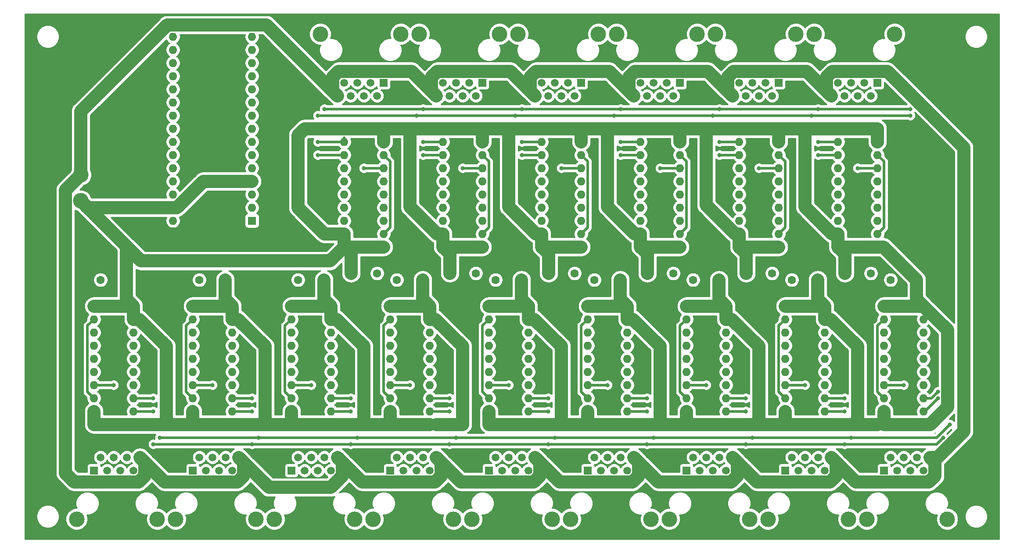
<source format=gbr>
%TF.GenerationSoftware,KiCad,Pcbnew,(5.1.10)-1*%
%TF.CreationDate,2021-12-15T14:13:15+00:00*%
%TF.ProjectId,SCOREBOARD,53434f52-4542-44f4-9152-442e6b696361,rev?*%
%TF.SameCoordinates,Original*%
%TF.FileFunction,Copper,L2,Bot*%
%TF.FilePolarity,Positive*%
%FSLAX46Y46*%
G04 Gerber Fmt 4.6, Leading zero omitted, Abs format (unit mm)*
G04 Created by KiCad (PCBNEW (5.1.10)-1) date 2021-12-15 14:13:15*
%MOMM*%
%LPD*%
G01*
G04 APERTURE LIST*
%TA.AperFunction,ComponentPad*%
%ADD10O,1.600000X1.600000*%
%TD*%
%TA.AperFunction,ComponentPad*%
%ADD11R,1.600000X1.600000*%
%TD*%
%TA.AperFunction,ComponentPad*%
%ADD12C,3.000000*%
%TD*%
%TA.AperFunction,ComponentPad*%
%ADD13C,1.500000*%
%TD*%
%TA.AperFunction,ComponentPad*%
%ADD14R,1.500000X1.500000*%
%TD*%
%TA.AperFunction,ComponentPad*%
%ADD15C,1.600000*%
%TD*%
%TA.AperFunction,ViaPad*%
%ADD16C,0.800000*%
%TD*%
%TA.AperFunction,Conductor*%
%ADD17C,2.500000*%
%TD*%
%TA.AperFunction,Conductor*%
%ADD18C,0.500000*%
%TD*%
%TA.AperFunction,NonConductor*%
%ADD19C,0.254000*%
%TD*%
%TA.AperFunction,NonConductor*%
%ADD20C,0.100000*%
%TD*%
G04 APERTURE END LIST*
D10*
%TO.P,U15,20*%
%TO.N,GND*%
X91440000Y-154940000D03*
%TO.P,U15,10*%
X99060000Y-132080000D03*
%TO.P,U15,19*%
X91440000Y-152400000D03*
%TO.P,U15,9*%
X99060000Y-134620000D03*
%TO.P,U15,18*%
%TO.N,Net-(U15-Pad18)*%
X91440000Y-149860000D03*
%TO.P,U15,8*%
%TO.N,5V*%
X99060000Y-137160000D03*
%TO.P,U15,17*%
%TO.N,Net-(U15-Pad17)*%
X91440000Y-147320000D03*
%TO.P,U15,7*%
%TO.N,Net-(J15-Pad4)*%
X99060000Y-139700000D03*
%TO.P,U15,16*%
%TO.N,Net-(J15-Pad7)*%
X91440000Y-144780000D03*
%TO.P,U15,6*%
%TO.N,Net-(J15-Pad3)*%
X99060000Y-142240000D03*
%TO.P,U15,15*%
%TO.N,Net-(J15-Pad6)*%
X91440000Y-142240000D03*
%TO.P,U15,5*%
%TO.N,Net-(J15-Pad2)*%
X99060000Y-144780000D03*
%TO.P,U15,14*%
%TO.N,Net-(J15-Pad5)*%
X91440000Y-139700000D03*
%TO.P,U15,4*%
%TO.N,Net-(J15-Pad1)*%
X99060000Y-147320000D03*
%TO.P,U15,13*%
%TO.N,SRCK*%
X91440000Y-137160000D03*
%TO.P,U15,3*%
%TO.N,Net-(U14-Pad18)*%
X99060000Y-149860000D03*
%TO.P,U15,12*%
%TO.N,RCLK*%
X91440000Y-134620000D03*
%TO.P,U15,2*%
%TO.N,5V*%
X99060000Y-152400000D03*
%TO.P,U15,11*%
%TO.N,GND*%
X91440000Y-132080000D03*
D11*
%TO.P,U15,1*%
X99060000Y-154940000D03*
%TD*%
D10*
%TO.P,U14,20*%
%TO.N,GND*%
X110490000Y-154940000D03*
%TO.P,U14,10*%
X118110000Y-132080000D03*
%TO.P,U14,19*%
X110490000Y-152400000D03*
%TO.P,U14,9*%
X118110000Y-134620000D03*
%TO.P,U14,18*%
%TO.N,Net-(U14-Pad18)*%
X110490000Y-149860000D03*
%TO.P,U14,8*%
%TO.N,5V*%
X118110000Y-137160000D03*
%TO.P,U14,17*%
%TO.N,Net-(U14-Pad17)*%
X110490000Y-147320000D03*
%TO.P,U14,7*%
%TO.N,Net-(J14-Pad4)*%
X118110000Y-139700000D03*
%TO.P,U14,16*%
%TO.N,Net-(J14-Pad7)*%
X110490000Y-144780000D03*
%TO.P,U14,6*%
%TO.N,Net-(J14-Pad3)*%
X118110000Y-142240000D03*
%TO.P,U14,15*%
%TO.N,Net-(J14-Pad6)*%
X110490000Y-142240000D03*
%TO.P,U14,5*%
%TO.N,Net-(J14-Pad2)*%
X118110000Y-144780000D03*
%TO.P,U14,14*%
%TO.N,Net-(J14-Pad5)*%
X110490000Y-139700000D03*
%TO.P,U14,4*%
%TO.N,Net-(J14-Pad1)*%
X118110000Y-147320000D03*
%TO.P,U14,13*%
%TO.N,SRCK*%
X110490000Y-137160000D03*
%TO.P,U14,3*%
%TO.N,Net-(U13-Pad18)*%
X118110000Y-149860000D03*
%TO.P,U14,12*%
%TO.N,RCLK*%
X110490000Y-134620000D03*
%TO.P,U14,2*%
%TO.N,5V*%
X118110000Y-152400000D03*
%TO.P,U14,11*%
%TO.N,GND*%
X110490000Y-132080000D03*
D11*
%TO.P,U14,1*%
X118110000Y-154940000D03*
%TD*%
D10*
%TO.P,U13,20*%
%TO.N,GND*%
X129540000Y-154940000D03*
%TO.P,U13,10*%
X137160000Y-132080000D03*
%TO.P,U13,19*%
X129540000Y-152400000D03*
%TO.P,U13,9*%
X137160000Y-134620000D03*
%TO.P,U13,18*%
%TO.N,Net-(U13-Pad18)*%
X129540000Y-149860000D03*
%TO.P,U13,8*%
%TO.N,5V*%
X137160000Y-137160000D03*
%TO.P,U13,17*%
%TO.N,Net-(U13-Pad17)*%
X129540000Y-147320000D03*
%TO.P,U13,7*%
%TO.N,Net-(J13-Pad4)*%
X137160000Y-139700000D03*
%TO.P,U13,16*%
%TO.N,Net-(J13-Pad7)*%
X129540000Y-144780000D03*
%TO.P,U13,6*%
%TO.N,Net-(J13-Pad3)*%
X137160000Y-142240000D03*
%TO.P,U13,15*%
%TO.N,Net-(J13-Pad6)*%
X129540000Y-142240000D03*
%TO.P,U13,5*%
%TO.N,Net-(J13-Pad2)*%
X137160000Y-144780000D03*
%TO.P,U13,14*%
%TO.N,Net-(J13-Pad5)*%
X129540000Y-139700000D03*
%TO.P,U13,4*%
%TO.N,Net-(J13-Pad1)*%
X137160000Y-147320000D03*
%TO.P,U13,13*%
%TO.N,SRCK*%
X129540000Y-137160000D03*
%TO.P,U13,3*%
%TO.N,Net-(U12-Pad18)*%
X137160000Y-149860000D03*
%TO.P,U13,12*%
%TO.N,RCLK*%
X129540000Y-134620000D03*
%TO.P,U13,2*%
%TO.N,5V*%
X137160000Y-152400000D03*
%TO.P,U13,11*%
%TO.N,GND*%
X129540000Y-132080000D03*
D11*
%TO.P,U13,1*%
X137160000Y-154940000D03*
%TD*%
D10*
%TO.P,U12,20*%
%TO.N,GND*%
X148590000Y-154940000D03*
%TO.P,U12,10*%
X156210000Y-132080000D03*
%TO.P,U12,19*%
X148590000Y-152400000D03*
%TO.P,U12,9*%
X156210000Y-134620000D03*
%TO.P,U12,18*%
%TO.N,Net-(U12-Pad18)*%
X148590000Y-149860000D03*
%TO.P,U12,8*%
%TO.N,5V*%
X156210000Y-137160000D03*
%TO.P,U12,17*%
%TO.N,Net-(U12-Pad17)*%
X148590000Y-147320000D03*
%TO.P,U12,7*%
%TO.N,Net-(J12-Pad4)*%
X156210000Y-139700000D03*
%TO.P,U12,16*%
%TO.N,Net-(J12-Pad7)*%
X148590000Y-144780000D03*
%TO.P,U12,6*%
%TO.N,Net-(J12-Pad3)*%
X156210000Y-142240000D03*
%TO.P,U12,15*%
%TO.N,Net-(J12-Pad6)*%
X148590000Y-142240000D03*
%TO.P,U12,5*%
%TO.N,Net-(J12-Pad2)*%
X156210000Y-144780000D03*
%TO.P,U12,14*%
%TO.N,Net-(J12-Pad5)*%
X148590000Y-139700000D03*
%TO.P,U12,4*%
%TO.N,Net-(J12-Pad1)*%
X156210000Y-147320000D03*
%TO.P,U12,13*%
%TO.N,SRCK*%
X148590000Y-137160000D03*
%TO.P,U12,3*%
%TO.N,Net-(U11-Pad18)*%
X156210000Y-149860000D03*
%TO.P,U12,12*%
%TO.N,RCLK*%
X148590000Y-134620000D03*
%TO.P,U12,2*%
%TO.N,5V*%
X156210000Y-152400000D03*
%TO.P,U12,11*%
%TO.N,GND*%
X148590000Y-132080000D03*
D11*
%TO.P,U12,1*%
X156210000Y-154940000D03*
%TD*%
D10*
%TO.P,U11,20*%
%TO.N,GND*%
X167640000Y-154940000D03*
%TO.P,U11,10*%
X175260000Y-132080000D03*
%TO.P,U11,19*%
X167640000Y-152400000D03*
%TO.P,U11,9*%
X175260000Y-134620000D03*
%TO.P,U11,18*%
%TO.N,Net-(U11-Pad18)*%
X167640000Y-149860000D03*
%TO.P,U11,8*%
%TO.N,5V*%
X175260000Y-137160000D03*
%TO.P,U11,17*%
%TO.N,Net-(U11-Pad17)*%
X167640000Y-147320000D03*
%TO.P,U11,7*%
%TO.N,Net-(J11-Pad4)*%
X175260000Y-139700000D03*
%TO.P,U11,16*%
%TO.N,Net-(J11-Pad7)*%
X167640000Y-144780000D03*
%TO.P,U11,6*%
%TO.N,Net-(J11-Pad3)*%
X175260000Y-142240000D03*
%TO.P,U11,15*%
%TO.N,Net-(J11-Pad6)*%
X167640000Y-142240000D03*
%TO.P,U11,5*%
%TO.N,Net-(J11-Pad2)*%
X175260000Y-144780000D03*
%TO.P,U11,14*%
%TO.N,Net-(J11-Pad5)*%
X167640000Y-139700000D03*
%TO.P,U11,4*%
%TO.N,Net-(J11-Pad1)*%
X175260000Y-147320000D03*
%TO.P,U11,13*%
%TO.N,SRCK*%
X167640000Y-137160000D03*
%TO.P,U11,3*%
%TO.N,Net-(U10-Pad18)*%
X175260000Y-149860000D03*
%TO.P,U11,12*%
%TO.N,RCLK*%
X167640000Y-134620000D03*
%TO.P,U11,2*%
%TO.N,5V*%
X175260000Y-152400000D03*
%TO.P,U11,11*%
%TO.N,GND*%
X167640000Y-132080000D03*
D11*
%TO.P,U11,1*%
X175260000Y-154940000D03*
%TD*%
D10*
%TO.P,U10,20*%
%TO.N,GND*%
X186690000Y-154940000D03*
%TO.P,U10,10*%
X194310000Y-132080000D03*
%TO.P,U10,19*%
X186690000Y-152400000D03*
%TO.P,U10,9*%
X194310000Y-134620000D03*
%TO.P,U10,18*%
%TO.N,Net-(U10-Pad18)*%
X186690000Y-149860000D03*
%TO.P,U10,8*%
%TO.N,5V*%
X194310000Y-137160000D03*
%TO.P,U10,17*%
%TO.N,Net-(U10-Pad17)*%
X186690000Y-147320000D03*
%TO.P,U10,7*%
%TO.N,Net-(J10-Pad4)*%
X194310000Y-139700000D03*
%TO.P,U10,16*%
%TO.N,Net-(J10-Pad7)*%
X186690000Y-144780000D03*
%TO.P,U10,6*%
%TO.N,Net-(J10-Pad3)*%
X194310000Y-142240000D03*
%TO.P,U10,15*%
%TO.N,Net-(J10-Pad6)*%
X186690000Y-142240000D03*
%TO.P,U10,5*%
%TO.N,Net-(J10-Pad2)*%
X194310000Y-144780000D03*
%TO.P,U10,14*%
%TO.N,Net-(J10-Pad5)*%
X186690000Y-139700000D03*
%TO.P,U10,4*%
%TO.N,Net-(J10-Pad1)*%
X194310000Y-147320000D03*
%TO.P,U10,13*%
%TO.N,SRCK*%
X186690000Y-137160000D03*
%TO.P,U10,3*%
%TO.N,Net-(U10-Pad3)*%
X194310000Y-149860000D03*
%TO.P,U10,12*%
%TO.N,RCLK*%
X186690000Y-134620000D03*
%TO.P,U10,2*%
%TO.N,5V*%
X194310000Y-152400000D03*
%TO.P,U10,11*%
%TO.N,GND*%
X186690000Y-132080000D03*
D11*
%TO.P,U10,1*%
X194310000Y-154940000D03*
%TD*%
D10*
%TO.P,U9,20*%
%TO.N,GND*%
X203200000Y-166370000D03*
%TO.P,U9,10*%
X195580000Y-189230000D03*
%TO.P,U9,19*%
X203200000Y-168910000D03*
%TO.P,U9,9*%
X195580000Y-186690000D03*
%TO.P,U9,18*%
%TO.N,Net-(U10-Pad3)*%
X203200000Y-171450000D03*
%TO.P,U9,8*%
%TO.N,5V*%
X195580000Y-184150000D03*
%TO.P,U9,17*%
%TO.N,Net-(U9-Pad17)*%
X203200000Y-173990000D03*
%TO.P,U9,7*%
%TO.N,Net-(J9-Pad4)*%
X195580000Y-181610000D03*
%TO.P,U9,16*%
%TO.N,Net-(J9-Pad7)*%
X203200000Y-176530000D03*
%TO.P,U9,6*%
%TO.N,Net-(J9-Pad3)*%
X195580000Y-179070000D03*
%TO.P,U9,15*%
%TO.N,Net-(J9-Pad6)*%
X203200000Y-179070000D03*
%TO.P,U9,5*%
%TO.N,Net-(J9-Pad2)*%
X195580000Y-176530000D03*
%TO.P,U9,14*%
%TO.N,Net-(J9-Pad5)*%
X203200000Y-181610000D03*
%TO.P,U9,4*%
%TO.N,Net-(J9-Pad1)*%
X195580000Y-173990000D03*
%TO.P,U9,13*%
%TO.N,SRCK*%
X203200000Y-184150000D03*
%TO.P,U9,3*%
%TO.N,Net-(U8-Pad18)*%
X195580000Y-171450000D03*
%TO.P,U9,12*%
%TO.N,RCLK*%
X203200000Y-186690000D03*
%TO.P,U9,2*%
%TO.N,5V*%
X195580000Y-168910000D03*
%TO.P,U9,11*%
%TO.N,GND*%
X203200000Y-189230000D03*
D11*
%TO.P,U9,1*%
X195580000Y-166370000D03*
%TD*%
D10*
%TO.P,U8,20*%
%TO.N,GND*%
X184150000Y-166370000D03*
%TO.P,U8,10*%
X176530000Y-189230000D03*
%TO.P,U8,19*%
X184150000Y-168910000D03*
%TO.P,U8,9*%
X176530000Y-186690000D03*
%TO.P,U8,18*%
%TO.N,Net-(U8-Pad18)*%
X184150000Y-171450000D03*
%TO.P,U8,8*%
%TO.N,5V*%
X176530000Y-184150000D03*
%TO.P,U8,17*%
%TO.N,Net-(U8-Pad17)*%
X184150000Y-173990000D03*
%TO.P,U8,7*%
%TO.N,Net-(J8-Pad4)*%
X176530000Y-181610000D03*
%TO.P,U8,16*%
%TO.N,Net-(J8-Pad7)*%
X184150000Y-176530000D03*
%TO.P,U8,6*%
%TO.N,Net-(J8-Pad3)*%
X176530000Y-179070000D03*
%TO.P,U8,15*%
%TO.N,Net-(J8-Pad6)*%
X184150000Y-179070000D03*
%TO.P,U8,5*%
%TO.N,Net-(J8-Pad2)*%
X176530000Y-176530000D03*
%TO.P,U8,14*%
%TO.N,Net-(J8-Pad5)*%
X184150000Y-181610000D03*
%TO.P,U8,4*%
%TO.N,Net-(J8-Pad1)*%
X176530000Y-173990000D03*
%TO.P,U8,13*%
%TO.N,SRCK*%
X184150000Y-184150000D03*
%TO.P,U8,3*%
%TO.N,Net-(U7-Pad18)*%
X176530000Y-171450000D03*
%TO.P,U8,12*%
%TO.N,RCLK*%
X184150000Y-186690000D03*
%TO.P,U8,2*%
%TO.N,5V*%
X176530000Y-168910000D03*
%TO.P,U8,11*%
%TO.N,GND*%
X184150000Y-189230000D03*
D11*
%TO.P,U8,1*%
X176530000Y-166370000D03*
%TD*%
D10*
%TO.P,U7,20*%
%TO.N,GND*%
X165100000Y-166370000D03*
%TO.P,U7,10*%
X157480000Y-189230000D03*
%TO.P,U7,19*%
X165100000Y-168910000D03*
%TO.P,U7,9*%
X157480000Y-186690000D03*
%TO.P,U7,18*%
%TO.N,Net-(U7-Pad18)*%
X165100000Y-171450000D03*
%TO.P,U7,8*%
%TO.N,5V*%
X157480000Y-184150000D03*
%TO.P,U7,17*%
%TO.N,Net-(U7-Pad17)*%
X165100000Y-173990000D03*
%TO.P,U7,7*%
%TO.N,Net-(J7-Pad4)*%
X157480000Y-181610000D03*
%TO.P,U7,16*%
%TO.N,Net-(J7-Pad7)*%
X165100000Y-176530000D03*
%TO.P,U7,6*%
%TO.N,Net-(J7-Pad3)*%
X157480000Y-179070000D03*
%TO.P,U7,15*%
%TO.N,Net-(J7-Pad6)*%
X165100000Y-179070000D03*
%TO.P,U7,5*%
%TO.N,Net-(J7-Pad2)*%
X157480000Y-176530000D03*
%TO.P,U7,14*%
%TO.N,Net-(J7-Pad5)*%
X165100000Y-181610000D03*
%TO.P,U7,4*%
%TO.N,Net-(J7-Pad1)*%
X157480000Y-173990000D03*
%TO.P,U7,13*%
%TO.N,SRCK*%
X165100000Y-184150000D03*
%TO.P,U7,3*%
%TO.N,Net-(U6-Pad18)*%
X157480000Y-171450000D03*
%TO.P,U7,12*%
%TO.N,RCLK*%
X165100000Y-186690000D03*
%TO.P,U7,2*%
%TO.N,5V*%
X157480000Y-168910000D03*
%TO.P,U7,11*%
%TO.N,GND*%
X165100000Y-189230000D03*
D11*
%TO.P,U7,1*%
X157480000Y-166370000D03*
%TD*%
D10*
%TO.P,U6,20*%
%TO.N,GND*%
X146050000Y-166370000D03*
%TO.P,U6,10*%
X138430000Y-189230000D03*
%TO.P,U6,19*%
X146050000Y-168910000D03*
%TO.P,U6,9*%
X138430000Y-186690000D03*
%TO.P,U6,18*%
%TO.N,Net-(U6-Pad18)*%
X146050000Y-171450000D03*
%TO.P,U6,8*%
%TO.N,5V*%
X138430000Y-184150000D03*
%TO.P,U6,17*%
%TO.N,Net-(U6-Pad17)*%
X146050000Y-173990000D03*
%TO.P,U6,7*%
%TO.N,Net-(J6-Pad4)*%
X138430000Y-181610000D03*
%TO.P,U6,16*%
%TO.N,Net-(J6-Pad7)*%
X146050000Y-176530000D03*
%TO.P,U6,6*%
%TO.N,Net-(J6-Pad3)*%
X138430000Y-179070000D03*
%TO.P,U6,15*%
%TO.N,Net-(J6-Pad6)*%
X146050000Y-179070000D03*
%TO.P,U6,5*%
%TO.N,Net-(J6-Pad2)*%
X138430000Y-176530000D03*
%TO.P,U6,14*%
%TO.N,Net-(J6-Pad5)*%
X146050000Y-181610000D03*
%TO.P,U6,4*%
%TO.N,Net-(J6-Pad1)*%
X138430000Y-173990000D03*
%TO.P,U6,13*%
%TO.N,SRCK*%
X146050000Y-184150000D03*
%TO.P,U6,3*%
%TO.N,Net-(U5-Pad18)*%
X138430000Y-171450000D03*
%TO.P,U6,12*%
%TO.N,RCLK*%
X146050000Y-186690000D03*
%TO.P,U6,2*%
%TO.N,5V*%
X138430000Y-168910000D03*
%TO.P,U6,11*%
%TO.N,GND*%
X146050000Y-189230000D03*
D11*
%TO.P,U6,1*%
X138430000Y-166370000D03*
%TD*%
D10*
%TO.P,U5,20*%
%TO.N,GND*%
X127000000Y-166370000D03*
%TO.P,U5,10*%
X119380000Y-189230000D03*
%TO.P,U5,19*%
X127000000Y-168910000D03*
%TO.P,U5,9*%
X119380000Y-186690000D03*
%TO.P,U5,18*%
%TO.N,Net-(U5-Pad18)*%
X127000000Y-171450000D03*
%TO.P,U5,8*%
%TO.N,5V*%
X119380000Y-184150000D03*
%TO.P,U5,17*%
%TO.N,Net-(U5-Pad17)*%
X127000000Y-173990000D03*
%TO.P,U5,7*%
%TO.N,Net-(J5-Pad4)*%
X119380000Y-181610000D03*
%TO.P,U5,16*%
%TO.N,Net-(J5-Pad7)*%
X127000000Y-176530000D03*
%TO.P,U5,6*%
%TO.N,Net-(J5-Pad3)*%
X119380000Y-179070000D03*
%TO.P,U5,15*%
%TO.N,Net-(J5-Pad6)*%
X127000000Y-179070000D03*
%TO.P,U5,5*%
%TO.N,Net-(J5-Pad2)*%
X119380000Y-176530000D03*
%TO.P,U5,14*%
%TO.N,Net-(J5-Pad5)*%
X127000000Y-181610000D03*
%TO.P,U5,4*%
%TO.N,Net-(J5-Pad1)*%
X119380000Y-173990000D03*
%TO.P,U5,13*%
%TO.N,SRCK*%
X127000000Y-184150000D03*
%TO.P,U5,3*%
%TO.N,Net-(U4-Pad18)*%
X119380000Y-171450000D03*
%TO.P,U5,12*%
%TO.N,RCLK*%
X127000000Y-186690000D03*
%TO.P,U5,2*%
%TO.N,5V*%
X119380000Y-168910000D03*
%TO.P,U5,11*%
%TO.N,GND*%
X127000000Y-189230000D03*
D11*
%TO.P,U5,1*%
X119380000Y-166370000D03*
%TD*%
D10*
%TO.P,U4,20*%
%TO.N,GND*%
X107950000Y-166370000D03*
%TO.P,U4,10*%
X100330000Y-189230000D03*
%TO.P,U4,19*%
X107950000Y-168910000D03*
%TO.P,U4,9*%
X100330000Y-186690000D03*
%TO.P,U4,18*%
%TO.N,Net-(U4-Pad18)*%
X107950000Y-171450000D03*
%TO.P,U4,8*%
%TO.N,5V*%
X100330000Y-184150000D03*
%TO.P,U4,17*%
%TO.N,Net-(U4-Pad17)*%
X107950000Y-173990000D03*
%TO.P,U4,7*%
%TO.N,Net-(J4-Pad4)*%
X100330000Y-181610000D03*
%TO.P,U4,16*%
%TO.N,Net-(J4-Pad7)*%
X107950000Y-176530000D03*
%TO.P,U4,6*%
%TO.N,Net-(J4-Pad3)*%
X100330000Y-179070000D03*
%TO.P,U4,15*%
%TO.N,Net-(J4-Pad6)*%
X107950000Y-179070000D03*
%TO.P,U4,5*%
%TO.N,Net-(J4-Pad2)*%
X100330000Y-176530000D03*
%TO.P,U4,14*%
%TO.N,Net-(J4-Pad5)*%
X107950000Y-181610000D03*
%TO.P,U4,4*%
%TO.N,Net-(J4-Pad1)*%
X100330000Y-173990000D03*
%TO.P,U4,13*%
%TO.N,SRCK*%
X107950000Y-184150000D03*
%TO.P,U4,3*%
%TO.N,Net-(U3-Pad18)*%
X100330000Y-171450000D03*
%TO.P,U4,12*%
%TO.N,RCLK*%
X107950000Y-186690000D03*
%TO.P,U4,2*%
%TO.N,5V*%
X100330000Y-168910000D03*
%TO.P,U4,11*%
%TO.N,GND*%
X107950000Y-189230000D03*
D11*
%TO.P,U4,1*%
X100330000Y-166370000D03*
%TD*%
D10*
%TO.P,U3,20*%
%TO.N,GND*%
X88900000Y-166370000D03*
%TO.P,U3,10*%
X81280000Y-189230000D03*
%TO.P,U3,19*%
X88900000Y-168910000D03*
%TO.P,U3,9*%
X81280000Y-186690000D03*
%TO.P,U3,18*%
%TO.N,Net-(U3-Pad18)*%
X88900000Y-171450000D03*
%TO.P,U3,8*%
%TO.N,5V*%
X81280000Y-184150000D03*
%TO.P,U3,17*%
%TO.N,Net-(U3-Pad17)*%
X88900000Y-173990000D03*
%TO.P,U3,7*%
%TO.N,Net-(J3-Pad4)*%
X81280000Y-181610000D03*
%TO.P,U3,16*%
%TO.N,Net-(J3-Pad7)*%
X88900000Y-176530000D03*
%TO.P,U3,6*%
%TO.N,Net-(J3-Pad3)*%
X81280000Y-179070000D03*
%TO.P,U3,15*%
%TO.N,Net-(J3-Pad6)*%
X88900000Y-179070000D03*
%TO.P,U3,5*%
%TO.N,Net-(J3-Pad2)*%
X81280000Y-176530000D03*
%TO.P,U3,14*%
%TO.N,Net-(J3-Pad5)*%
X88900000Y-181610000D03*
%TO.P,U3,4*%
%TO.N,Net-(J3-Pad1)*%
X81280000Y-173990000D03*
%TO.P,U3,13*%
%TO.N,SRCK*%
X88900000Y-184150000D03*
%TO.P,U3,3*%
%TO.N,Net-(U2-Pad18)*%
X81280000Y-171450000D03*
%TO.P,U3,12*%
%TO.N,RCLK*%
X88900000Y-186690000D03*
%TO.P,U3,2*%
%TO.N,5V*%
X81280000Y-168910000D03*
%TO.P,U3,11*%
%TO.N,GND*%
X88900000Y-189230000D03*
D11*
%TO.P,U3,1*%
X81280000Y-166370000D03*
%TD*%
D10*
%TO.P,U2,20*%
%TO.N,GND*%
X69850000Y-166370000D03*
%TO.P,U2,10*%
X62230000Y-189230000D03*
%TO.P,U2,19*%
X69850000Y-168910000D03*
%TO.P,U2,9*%
X62230000Y-186690000D03*
%TO.P,U2,18*%
%TO.N,Net-(U2-Pad18)*%
X69850000Y-171450000D03*
%TO.P,U2,8*%
%TO.N,5V*%
X62230000Y-184150000D03*
%TO.P,U2,17*%
%TO.N,Net-(U2-Pad17)*%
X69850000Y-173990000D03*
%TO.P,U2,7*%
%TO.N,Net-(J2-Pad4)*%
X62230000Y-181610000D03*
%TO.P,U2,16*%
%TO.N,Net-(J2-Pad7)*%
X69850000Y-176530000D03*
%TO.P,U2,6*%
%TO.N,Net-(J2-Pad3)*%
X62230000Y-179070000D03*
%TO.P,U2,15*%
%TO.N,Net-(J2-Pad6)*%
X69850000Y-179070000D03*
%TO.P,U2,5*%
%TO.N,Net-(J2-Pad2)*%
X62230000Y-176530000D03*
%TO.P,U2,14*%
%TO.N,Net-(J2-Pad5)*%
X69850000Y-181610000D03*
%TO.P,U2,4*%
%TO.N,Net-(J2-Pad1)*%
X62230000Y-173990000D03*
%TO.P,U2,13*%
%TO.N,SRCK*%
X69850000Y-184150000D03*
%TO.P,U2,3*%
%TO.N,Net-(U1-Pad18)*%
X62230000Y-171450000D03*
%TO.P,U2,12*%
%TO.N,RCLK*%
X69850000Y-186690000D03*
%TO.P,U2,2*%
%TO.N,5V*%
X62230000Y-168910000D03*
%TO.P,U2,11*%
%TO.N,GND*%
X69850000Y-189230000D03*
D11*
%TO.P,U2,1*%
X62230000Y-166370000D03*
%TD*%
D10*
%TO.P,U1,20*%
%TO.N,GND*%
X50800000Y-166370000D03*
%TO.P,U1,10*%
X43180000Y-189230000D03*
%TO.P,U1,19*%
X50800000Y-168910000D03*
%TO.P,U1,9*%
X43180000Y-186690000D03*
%TO.P,U1,18*%
%TO.N,Net-(U1-Pad18)*%
X50800000Y-171450000D03*
%TO.P,U1,8*%
%TO.N,5V*%
X43180000Y-184150000D03*
%TO.P,U1,17*%
%TO.N,Net-(U1-Pad17)*%
X50800000Y-173990000D03*
%TO.P,U1,7*%
%TO.N,Net-(J1-Pad4)*%
X43180000Y-181610000D03*
%TO.P,U1,16*%
%TO.N,Net-(J1-Pad7)*%
X50800000Y-176530000D03*
%TO.P,U1,6*%
%TO.N,Net-(J1-Pad3)*%
X43180000Y-179070000D03*
%TO.P,U1,15*%
%TO.N,Net-(J1-Pad6)*%
X50800000Y-179070000D03*
%TO.P,U1,5*%
%TO.N,Net-(J1-Pad2)*%
X43180000Y-176530000D03*
%TO.P,U1,14*%
%TO.N,Net-(J1-Pad5)*%
X50800000Y-181610000D03*
%TO.P,U1,4*%
%TO.N,Net-(J1-Pad1)*%
X43180000Y-173990000D03*
%TO.P,U1,13*%
%TO.N,SRCK*%
X50800000Y-184150000D03*
%TO.P,U1,3*%
%TO.N,SERIAL*%
X43180000Y-171450000D03*
%TO.P,U1,12*%
%TO.N,RCLK*%
X50800000Y-186690000D03*
%TO.P,U1,2*%
%TO.N,5V*%
X43180000Y-168910000D03*
%TO.P,U1,11*%
%TO.N,GND*%
X50800000Y-189230000D03*
D11*
%TO.P,U1,1*%
X43180000Y-166370000D03*
%TD*%
D12*
%TO.P,J16,2*%
%TO.N,GND*%
X40640000Y-146010000D03*
%TO.P,J16,1*%
%TO.N,+12V*%
X40640000Y-141010000D03*
%TD*%
%TO.P,J1,SH*%
%TO.N,N/C*%
X55395000Y-207520000D03*
D13*
%TO.P,J1,3*%
%TO.N,Net-(J1-Pad3)*%
X45720000Y-198120000D03*
%TO.P,J1,5*%
%TO.N,Net-(J1-Pad5)*%
X48260000Y-198120000D03*
%TO.P,J1,4*%
%TO.N,Net-(J1-Pad4)*%
X46990000Y-195580000D03*
%TO.P,J1,7*%
%TO.N,Net-(J1-Pad7)*%
X50800000Y-198120000D03*
D14*
%TO.P,J1,1*%
%TO.N,Net-(J1-Pad1)*%
X43180000Y-198120000D03*
D13*
%TO.P,J1,2*%
%TO.N,Net-(J1-Pad2)*%
X44450000Y-195580000D03*
D12*
%TO.P,J1,SH*%
%TO.N,N/C*%
X39855000Y-207520000D03*
D13*
%TO.P,J1,8*%
%TO.N,+12V*%
X52070000Y-195580000D03*
%TO.P,J1,6*%
%TO.N,Net-(J1-Pad6)*%
X49530000Y-195580000D03*
%TD*%
D12*
%TO.P,J15,SH*%
%TO.N,N/C*%
X86845000Y-113790000D03*
D13*
%TO.P,J15,3*%
%TO.N,Net-(J15-Pad3)*%
X96520000Y-123190000D03*
%TO.P,J15,5*%
%TO.N,Net-(J15-Pad5)*%
X93980000Y-123190000D03*
%TO.P,J15,4*%
%TO.N,Net-(J15-Pad4)*%
X95250000Y-125730000D03*
%TO.P,J15,7*%
%TO.N,Net-(J15-Pad7)*%
X91440000Y-123190000D03*
D14*
%TO.P,J15,1*%
%TO.N,Net-(J15-Pad1)*%
X99060000Y-123190000D03*
D13*
%TO.P,J15,2*%
%TO.N,Net-(J15-Pad2)*%
X97790000Y-125730000D03*
D12*
%TO.P,J15,SH*%
%TO.N,N/C*%
X102385000Y-113790000D03*
D13*
%TO.P,J15,8*%
%TO.N,+12V*%
X90170000Y-125730000D03*
%TO.P,J15,6*%
%TO.N,Net-(J15-Pad6)*%
X92710000Y-125730000D03*
%TD*%
%TO.P,J14,6*%
%TO.N,Net-(J14-Pad6)*%
X111760000Y-125730000D03*
%TO.P,J14,8*%
%TO.N,+12V*%
X109220000Y-125730000D03*
D12*
%TO.P,J14,SH*%
%TO.N,N/C*%
X121435000Y-113790000D03*
D13*
%TO.P,J14,2*%
%TO.N,Net-(J14-Pad2)*%
X116840000Y-125730000D03*
D14*
%TO.P,J14,1*%
%TO.N,Net-(J14-Pad1)*%
X118110000Y-123190000D03*
D13*
%TO.P,J14,7*%
%TO.N,Net-(J14-Pad7)*%
X110490000Y-123190000D03*
%TO.P,J14,4*%
%TO.N,Net-(J14-Pad4)*%
X114300000Y-125730000D03*
%TO.P,J14,5*%
%TO.N,Net-(J14-Pad5)*%
X113030000Y-123190000D03*
%TO.P,J14,3*%
%TO.N,Net-(J14-Pad3)*%
X115570000Y-123190000D03*
D12*
%TO.P,J14,SH*%
%TO.N,N/C*%
X105895000Y-113790000D03*
%TD*%
D13*
%TO.P,J13,6*%
%TO.N,Net-(J13-Pad6)*%
X130810000Y-125730000D03*
%TO.P,J13,8*%
%TO.N,+12V*%
X128270000Y-125730000D03*
D12*
%TO.P,J13,SH*%
%TO.N,N/C*%
X140485000Y-113790000D03*
D13*
%TO.P,J13,2*%
%TO.N,Net-(J13-Pad2)*%
X135890000Y-125730000D03*
D14*
%TO.P,J13,1*%
%TO.N,Net-(J13-Pad1)*%
X137160000Y-123190000D03*
D13*
%TO.P,J13,7*%
%TO.N,Net-(J13-Pad7)*%
X129540000Y-123190000D03*
%TO.P,J13,4*%
%TO.N,Net-(J13-Pad4)*%
X133350000Y-125730000D03*
%TO.P,J13,5*%
%TO.N,Net-(J13-Pad5)*%
X132080000Y-123190000D03*
%TO.P,J13,3*%
%TO.N,Net-(J13-Pad3)*%
X134620000Y-123190000D03*
D12*
%TO.P,J13,SH*%
%TO.N,N/C*%
X124945000Y-113790000D03*
%TD*%
D13*
%TO.P,J12,6*%
%TO.N,Net-(J12-Pad6)*%
X149860000Y-125730000D03*
%TO.P,J12,8*%
%TO.N,+12V*%
X147320000Y-125730000D03*
D12*
%TO.P,J12,SH*%
%TO.N,N/C*%
X159535000Y-113790000D03*
D13*
%TO.P,J12,2*%
%TO.N,Net-(J12-Pad2)*%
X154940000Y-125730000D03*
D14*
%TO.P,J12,1*%
%TO.N,Net-(J12-Pad1)*%
X156210000Y-123190000D03*
D13*
%TO.P,J12,7*%
%TO.N,Net-(J12-Pad7)*%
X148590000Y-123190000D03*
%TO.P,J12,4*%
%TO.N,Net-(J12-Pad4)*%
X152400000Y-125730000D03*
%TO.P,J12,5*%
%TO.N,Net-(J12-Pad5)*%
X151130000Y-123190000D03*
%TO.P,J12,3*%
%TO.N,Net-(J12-Pad3)*%
X153670000Y-123190000D03*
D12*
%TO.P,J12,SH*%
%TO.N,N/C*%
X143995000Y-113790000D03*
%TD*%
D13*
%TO.P,J11,6*%
%TO.N,Net-(J11-Pad6)*%
X168910000Y-125730000D03*
%TO.P,J11,8*%
%TO.N,+12V*%
X166370000Y-125730000D03*
D12*
%TO.P,J11,SH*%
%TO.N,N/C*%
X178585000Y-113790000D03*
D13*
%TO.P,J11,2*%
%TO.N,Net-(J11-Pad2)*%
X173990000Y-125730000D03*
D14*
%TO.P,J11,1*%
%TO.N,Net-(J11-Pad1)*%
X175260000Y-123190000D03*
D13*
%TO.P,J11,7*%
%TO.N,Net-(J11-Pad7)*%
X167640000Y-123190000D03*
%TO.P,J11,4*%
%TO.N,Net-(J11-Pad4)*%
X171450000Y-125730000D03*
%TO.P,J11,5*%
%TO.N,Net-(J11-Pad5)*%
X170180000Y-123190000D03*
%TO.P,J11,3*%
%TO.N,Net-(J11-Pad3)*%
X172720000Y-123190000D03*
D12*
%TO.P,J11,SH*%
%TO.N,N/C*%
X163045000Y-113790000D03*
%TD*%
D13*
%TO.P,J10,6*%
%TO.N,Net-(J10-Pad6)*%
X187960000Y-125730000D03*
%TO.P,J10,8*%
%TO.N,+12V*%
X185420000Y-125730000D03*
D12*
%TO.P,J10,SH*%
%TO.N,N/C*%
X197635000Y-113790000D03*
D13*
%TO.P,J10,2*%
%TO.N,Net-(J10-Pad2)*%
X193040000Y-125730000D03*
D14*
%TO.P,J10,1*%
%TO.N,Net-(J10-Pad1)*%
X194310000Y-123190000D03*
D13*
%TO.P,J10,7*%
%TO.N,Net-(J10-Pad7)*%
X186690000Y-123190000D03*
%TO.P,J10,4*%
%TO.N,Net-(J10-Pad4)*%
X190500000Y-125730000D03*
%TO.P,J10,5*%
%TO.N,Net-(J10-Pad5)*%
X189230000Y-123190000D03*
%TO.P,J10,3*%
%TO.N,Net-(J10-Pad3)*%
X191770000Y-123190000D03*
D12*
%TO.P,J10,SH*%
%TO.N,N/C*%
X182095000Y-113790000D03*
%TD*%
D13*
%TO.P,J9,6*%
%TO.N,Net-(J9-Pad6)*%
X201930000Y-195580000D03*
%TO.P,J9,8*%
%TO.N,+12V*%
X204470000Y-195580000D03*
D12*
%TO.P,J9,SH*%
%TO.N,N/C*%
X192255000Y-207520000D03*
D13*
%TO.P,J9,2*%
%TO.N,Net-(J9-Pad2)*%
X196850000Y-195580000D03*
D14*
%TO.P,J9,1*%
%TO.N,Net-(J9-Pad1)*%
X195580000Y-198120000D03*
D13*
%TO.P,J9,7*%
%TO.N,Net-(J9-Pad7)*%
X203200000Y-198120000D03*
%TO.P,J9,4*%
%TO.N,Net-(J9-Pad4)*%
X199390000Y-195580000D03*
%TO.P,J9,5*%
%TO.N,Net-(J9-Pad5)*%
X200660000Y-198120000D03*
%TO.P,J9,3*%
%TO.N,Net-(J9-Pad3)*%
X198120000Y-198120000D03*
D12*
%TO.P,J9,SH*%
%TO.N,N/C*%
X207795000Y-207520000D03*
%TD*%
D13*
%TO.P,J8,6*%
%TO.N,Net-(J8-Pad6)*%
X182880000Y-195580000D03*
%TO.P,J8,8*%
%TO.N,+12V*%
X185420000Y-195580000D03*
D12*
%TO.P,J8,SH*%
%TO.N,N/C*%
X173205000Y-207520000D03*
D13*
%TO.P,J8,2*%
%TO.N,Net-(J8-Pad2)*%
X177800000Y-195580000D03*
D14*
%TO.P,J8,1*%
%TO.N,Net-(J8-Pad1)*%
X176530000Y-198120000D03*
D13*
%TO.P,J8,7*%
%TO.N,Net-(J8-Pad7)*%
X184150000Y-198120000D03*
%TO.P,J8,4*%
%TO.N,Net-(J8-Pad4)*%
X180340000Y-195580000D03*
%TO.P,J8,5*%
%TO.N,Net-(J8-Pad5)*%
X181610000Y-198120000D03*
%TO.P,J8,3*%
%TO.N,Net-(J8-Pad3)*%
X179070000Y-198120000D03*
D12*
%TO.P,J8,SH*%
%TO.N,N/C*%
X188745000Y-207520000D03*
%TD*%
D13*
%TO.P,J7,6*%
%TO.N,Net-(J7-Pad6)*%
X163830000Y-195580000D03*
%TO.P,J7,8*%
%TO.N,+12V*%
X166370000Y-195580000D03*
D12*
%TO.P,J7,SH*%
%TO.N,N/C*%
X154155000Y-207520000D03*
D13*
%TO.P,J7,2*%
%TO.N,Net-(J7-Pad2)*%
X158750000Y-195580000D03*
D14*
%TO.P,J7,1*%
%TO.N,Net-(J7-Pad1)*%
X157480000Y-198120000D03*
D13*
%TO.P,J7,7*%
%TO.N,Net-(J7-Pad7)*%
X165100000Y-198120000D03*
%TO.P,J7,4*%
%TO.N,Net-(J7-Pad4)*%
X161290000Y-195580000D03*
%TO.P,J7,5*%
%TO.N,Net-(J7-Pad5)*%
X162560000Y-198120000D03*
%TO.P,J7,3*%
%TO.N,Net-(J7-Pad3)*%
X160020000Y-198120000D03*
D12*
%TO.P,J7,SH*%
%TO.N,N/C*%
X169695000Y-207520000D03*
%TD*%
D13*
%TO.P,J6,6*%
%TO.N,Net-(J6-Pad6)*%
X144780000Y-195580000D03*
%TO.P,J6,8*%
%TO.N,+12V*%
X147320000Y-195580000D03*
D12*
%TO.P,J6,SH*%
%TO.N,N/C*%
X135105000Y-207520000D03*
D13*
%TO.P,J6,2*%
%TO.N,Net-(J6-Pad2)*%
X139700000Y-195580000D03*
D14*
%TO.P,J6,1*%
%TO.N,Net-(J6-Pad1)*%
X138430000Y-198120000D03*
D13*
%TO.P,J6,7*%
%TO.N,Net-(J6-Pad7)*%
X146050000Y-198120000D03*
%TO.P,J6,4*%
%TO.N,Net-(J6-Pad4)*%
X142240000Y-195580000D03*
%TO.P,J6,5*%
%TO.N,Net-(J6-Pad5)*%
X143510000Y-198120000D03*
%TO.P,J6,3*%
%TO.N,Net-(J6-Pad3)*%
X140970000Y-198120000D03*
D12*
%TO.P,J6,SH*%
%TO.N,N/C*%
X150645000Y-207520000D03*
%TD*%
D13*
%TO.P,J5,6*%
%TO.N,Net-(J5-Pad6)*%
X125730000Y-195580000D03*
%TO.P,J5,8*%
%TO.N,+12V*%
X128270000Y-195580000D03*
D12*
%TO.P,J5,SH*%
%TO.N,N/C*%
X116055000Y-207520000D03*
D13*
%TO.P,J5,2*%
%TO.N,Net-(J5-Pad2)*%
X120650000Y-195580000D03*
D14*
%TO.P,J5,1*%
%TO.N,Net-(J5-Pad1)*%
X119380000Y-198120000D03*
D13*
%TO.P,J5,7*%
%TO.N,Net-(J5-Pad7)*%
X127000000Y-198120000D03*
%TO.P,J5,4*%
%TO.N,Net-(J5-Pad4)*%
X123190000Y-195580000D03*
%TO.P,J5,5*%
%TO.N,Net-(J5-Pad5)*%
X124460000Y-198120000D03*
%TO.P,J5,3*%
%TO.N,Net-(J5-Pad3)*%
X121920000Y-198120000D03*
D12*
%TO.P,J5,SH*%
%TO.N,N/C*%
X131595000Y-207520000D03*
%TD*%
D13*
%TO.P,J4,6*%
%TO.N,Net-(J4-Pad6)*%
X106680000Y-195580000D03*
%TO.P,J4,8*%
%TO.N,+12V*%
X109220000Y-195580000D03*
D12*
%TO.P,J4,SH*%
%TO.N,N/C*%
X97005000Y-207520000D03*
D13*
%TO.P,J4,2*%
%TO.N,Net-(J4-Pad2)*%
X101600000Y-195580000D03*
D14*
%TO.P,J4,1*%
%TO.N,Net-(J4-Pad1)*%
X100330000Y-198120000D03*
D13*
%TO.P,J4,7*%
%TO.N,Net-(J4-Pad7)*%
X107950000Y-198120000D03*
%TO.P,J4,4*%
%TO.N,Net-(J4-Pad4)*%
X104140000Y-195580000D03*
%TO.P,J4,5*%
%TO.N,Net-(J4-Pad5)*%
X105410000Y-198120000D03*
%TO.P,J4,3*%
%TO.N,Net-(J4-Pad3)*%
X102870000Y-198120000D03*
D12*
%TO.P,J4,SH*%
%TO.N,N/C*%
X112545000Y-207520000D03*
%TD*%
%TO.P,J3,SH*%
%TO.N,N/C*%
X93495000Y-207520000D03*
D13*
%TO.P,J3,3*%
%TO.N,Net-(J3-Pad3)*%
X83820000Y-198120000D03*
%TO.P,J3,5*%
%TO.N,Net-(J3-Pad5)*%
X86360000Y-198120000D03*
%TO.P,J3,4*%
%TO.N,Net-(J3-Pad4)*%
X85090000Y-195580000D03*
%TO.P,J3,7*%
%TO.N,Net-(J3-Pad7)*%
X88900000Y-198120000D03*
D14*
%TO.P,J3,1*%
%TO.N,Net-(J3-Pad1)*%
X81280000Y-198120000D03*
D13*
%TO.P,J3,2*%
%TO.N,Net-(J3-Pad2)*%
X82550000Y-195580000D03*
D12*
%TO.P,J3,SH*%
%TO.N,N/C*%
X77955000Y-207520000D03*
D13*
%TO.P,J3,8*%
%TO.N,+12V*%
X90170000Y-195580000D03*
%TO.P,J3,6*%
%TO.N,Net-(J3-Pad6)*%
X87630000Y-195580000D03*
%TD*%
D12*
%TO.P,J2,SH*%
%TO.N,N/C*%
X74445000Y-207520000D03*
D13*
%TO.P,J2,3*%
%TO.N,Net-(J2-Pad3)*%
X64770000Y-198120000D03*
%TO.P,J2,5*%
%TO.N,Net-(J2-Pad5)*%
X67310000Y-198120000D03*
%TO.P,J2,4*%
%TO.N,Net-(J2-Pad4)*%
X66040000Y-195580000D03*
%TO.P,J2,7*%
%TO.N,Net-(J2-Pad7)*%
X69850000Y-198120000D03*
D14*
%TO.P,J2,1*%
%TO.N,Net-(J2-Pad1)*%
X62230000Y-198120000D03*
D13*
%TO.P,J2,2*%
%TO.N,Net-(J2-Pad2)*%
X63500000Y-195580000D03*
D12*
%TO.P,J2,SH*%
%TO.N,N/C*%
X58905000Y-207520000D03*
D13*
%TO.P,J2,8*%
%TO.N,+12V*%
X71120000Y-195580000D03*
%TO.P,J2,6*%
%TO.N,Net-(J2-Pad6)*%
X68580000Y-195580000D03*
%TD*%
D15*
%TO.P,C15,2*%
%TO.N,GND*%
X92790000Y-160020000D03*
%TO.P,C15,1*%
%TO.N,5V*%
X97790000Y-160020000D03*
%TD*%
%TO.P,C14,2*%
%TO.N,GND*%
X111840000Y-160020000D03*
%TO.P,C14,1*%
%TO.N,5V*%
X116840000Y-160020000D03*
%TD*%
%TO.P,C13,2*%
%TO.N,GND*%
X130890000Y-160020000D03*
%TO.P,C13,1*%
%TO.N,5V*%
X135890000Y-160020000D03*
%TD*%
%TO.P,C12,2*%
%TO.N,GND*%
X149940000Y-160020000D03*
%TO.P,C12,1*%
%TO.N,5V*%
X154940000Y-160020000D03*
%TD*%
%TO.P,C11,2*%
%TO.N,GND*%
X168990000Y-160020000D03*
%TO.P,C11,1*%
%TO.N,5V*%
X173990000Y-160020000D03*
%TD*%
%TO.P,C10,2*%
%TO.N,GND*%
X188040000Y-160020000D03*
%TO.P,C10,1*%
%TO.N,5V*%
X193040000Y-160020000D03*
%TD*%
%TO.P,C9,2*%
%TO.N,GND*%
X201850000Y-161290000D03*
%TO.P,C9,1*%
%TO.N,5V*%
X196850000Y-161290000D03*
%TD*%
%TO.P,C8,2*%
%TO.N,GND*%
X182800000Y-161290000D03*
%TO.P,C8,1*%
%TO.N,5V*%
X177800000Y-161290000D03*
%TD*%
%TO.P,C7,2*%
%TO.N,GND*%
X163750000Y-161290000D03*
%TO.P,C7,1*%
%TO.N,5V*%
X158750000Y-161290000D03*
%TD*%
%TO.P,C6,2*%
%TO.N,GND*%
X144700000Y-161290000D03*
%TO.P,C6,1*%
%TO.N,5V*%
X139700000Y-161290000D03*
%TD*%
%TO.P,C5,2*%
%TO.N,GND*%
X125650000Y-161290000D03*
%TO.P,C5,1*%
%TO.N,5V*%
X120650000Y-161290000D03*
%TD*%
%TO.P,C4,2*%
%TO.N,GND*%
X106600000Y-161290000D03*
%TO.P,C4,1*%
%TO.N,5V*%
X101600000Y-161290000D03*
%TD*%
%TO.P,C3,2*%
%TO.N,GND*%
X87550000Y-161290000D03*
%TO.P,C3,1*%
%TO.N,5V*%
X82550000Y-161290000D03*
%TD*%
%TO.P,C2,2*%
%TO.N,GND*%
X68500000Y-161290000D03*
%TO.P,C2,1*%
%TO.N,5V*%
X63500000Y-161290000D03*
%TD*%
%TO.P,C1,2*%
%TO.N,GND*%
X49450000Y-161290000D03*
%TO.P,C1,1*%
%TO.N,5V*%
X44450000Y-161290000D03*
%TD*%
D10*
%TO.P,A1,16*%
%TO.N,Net-(A1-Pad16)*%
X58420000Y-114300000D03*
%TO.P,A1,15*%
%TO.N,Net-(A1-Pad15)*%
X73660000Y-114300000D03*
%TO.P,A1,30*%
%TO.N,+12V*%
X58420000Y-149860000D03*
%TO.P,A1,14*%
%TO.N,Net-(A1-Pad14)*%
X73660000Y-116840000D03*
%TO.P,A1,29*%
%TO.N,GND*%
X58420000Y-147320000D03*
%TO.P,A1,13*%
%TO.N,Net-(A1-Pad13)*%
X73660000Y-119380000D03*
%TO.P,A1,28*%
%TO.N,Net-(A1-Pad28)*%
X58420000Y-144780000D03*
%TO.P,A1,12*%
%TO.N,Net-(A1-Pad12)*%
X73660000Y-121920000D03*
%TO.P,A1,27*%
%TO.N,5V*%
X58420000Y-142240000D03*
%TO.P,A1,11*%
%TO.N,Net-(A1-Pad11)*%
X73660000Y-124460000D03*
%TO.P,A1,26*%
%TO.N,Net-(A1-Pad26)*%
X58420000Y-139700000D03*
%TO.P,A1,10*%
%TO.N,Net-(A1-Pad10)*%
X73660000Y-127000000D03*
%TO.P,A1,25*%
%TO.N,Net-(A1-Pad25)*%
X58420000Y-137160000D03*
%TO.P,A1,9*%
%TO.N,Net-(A1-Pad9)*%
X73660000Y-129540000D03*
%TO.P,A1,24*%
%TO.N,Net-(A1-Pad24)*%
X58420000Y-134620000D03*
%TO.P,A1,8*%
%TO.N,Net-(A1-Pad8)*%
X73660000Y-132080000D03*
%TO.P,A1,23*%
%TO.N,Net-(A1-Pad23)*%
X58420000Y-132080000D03*
%TO.P,A1,7*%
%TO.N,RCLK*%
X73660000Y-134620000D03*
%TO.P,A1,22*%
%TO.N,Net-(A1-Pad22)*%
X58420000Y-129540000D03*
%TO.P,A1,6*%
%TO.N,SERIAL*%
X73660000Y-137160000D03*
%TO.P,A1,21*%
%TO.N,Net-(A1-Pad21)*%
X58420000Y-127000000D03*
%TO.P,A1,5*%
%TO.N,SRCK*%
X73660000Y-139700000D03*
%TO.P,A1,20*%
%TO.N,Net-(A1-Pad20)*%
X58420000Y-124460000D03*
%TO.P,A1,4*%
%TO.N,GND*%
X73660000Y-142240000D03*
%TO.P,A1,19*%
%TO.N,Net-(A1-Pad19)*%
X58420000Y-121920000D03*
%TO.P,A1,3*%
%TO.N,Net-(A1-Pad3)*%
X73660000Y-144780000D03*
%TO.P,A1,18*%
%TO.N,Net-(A1-Pad18)*%
X58420000Y-119380000D03*
%TO.P,A1,2*%
%TO.N,Net-(A1-Pad2)*%
X73660000Y-147320000D03*
%TO.P,A1,17*%
%TO.N,Net-(A1-Pad17)*%
X58420000Y-116840000D03*
D11*
%TO.P,A1,1*%
%TO.N,Net-(A1-Pad1)*%
X73660000Y-149860000D03*
%TD*%
D16*
%TO.N,RCLK*%
X54610000Y-186690000D03*
X54610000Y-193040000D03*
X92710000Y-193040000D03*
X92710000Y-186690000D03*
X73660000Y-186690000D03*
X73660000Y-193040000D03*
X111760000Y-186690000D03*
X206000011Y-184150000D03*
X207010000Y-191770000D03*
X111760000Y-193040000D03*
X130810000Y-186690000D03*
X130810000Y-193040000D03*
X149860000Y-186690000D03*
X149860000Y-193040000D03*
X187960000Y-186690000D03*
X187960000Y-193040000D03*
X168910000Y-186690000D03*
X168910000Y-193040000D03*
X87630000Y-128270000D03*
X144780000Y-134620000D03*
X144780000Y-128270000D03*
X125730000Y-134620000D03*
X125730000Y-128270000D03*
X163830000Y-134620000D03*
X163830000Y-128270000D03*
X182880000Y-134620000D03*
X182880000Y-128270000D03*
X106680000Y-134620000D03*
X106680000Y-128270000D03*
X86360000Y-134620000D03*
X200660000Y-128270000D03*
%TO.N,SRCK*%
X54610000Y-184150000D03*
X55880000Y-191770000D03*
X73660000Y-184150000D03*
X93980000Y-191770000D03*
X92710000Y-184150000D03*
X74930000Y-191770000D03*
X111760000Y-184150000D03*
X206000011Y-182880000D03*
X208280000Y-189230000D03*
X113030000Y-191770000D03*
X130810000Y-184150000D03*
X132080000Y-191770000D03*
X149860000Y-184150000D03*
X151130000Y-191770000D03*
X168910000Y-184150000D03*
X170180000Y-191770000D03*
X187960000Y-184150000D03*
X189230000Y-191770000D03*
X86360000Y-137160000D03*
X144780000Y-137160000D03*
X143510000Y-129540000D03*
X125730000Y-137160000D03*
X124460000Y-129540000D03*
X163830000Y-137160000D03*
X162560000Y-129540000D03*
X182880000Y-137160000D03*
X181610000Y-129540000D03*
X105410000Y-129540000D03*
X106680000Y-137160000D03*
X86360000Y-129540000D03*
X200660000Y-129540000D03*
%TO.N,Net-(J2-Pad4)*%
X66040000Y-181610000D03*
%TO.N,Net-(J3-Pad4)*%
X85090000Y-181610000D03*
%TO.N,Net-(J4-Pad4)*%
X104140000Y-181610000D03*
%TO.N,Net-(J5-Pad4)*%
X123190000Y-181610000D03*
%TO.N,Net-(J6-Pad4)*%
X142240000Y-181610000D03*
%TO.N,Net-(J7-Pad4)*%
X161290000Y-181610000D03*
%TO.N,Net-(J8-Pad4)*%
X180340000Y-181610000D03*
%TO.N,Net-(J9-Pad4)*%
X199390000Y-181610000D03*
%TO.N,Net-(J10-Pad4)*%
X190500000Y-139700000D03*
%TO.N,Net-(J11-Pad4)*%
X171450000Y-139700000D03*
%TO.N,Net-(J12-Pad4)*%
X152400000Y-139700000D03*
%TO.N,Net-(J13-Pad4)*%
X133350000Y-139700000D03*
%TO.N,Net-(J14-Pad4)*%
X114300000Y-139700000D03*
%TO.N,Net-(J15-Pad4)*%
X95250000Y-139700000D03*
%TO.N,Net-(J1-Pad4)*%
X46990000Y-181610000D03*
%TD*%
D17*
%TO.N,+12V*%
X104479999Y-120989999D02*
X109220000Y-125730000D01*
X90383999Y-120989999D02*
X104479999Y-120989999D01*
X89239999Y-122133999D02*
X90383999Y-120989999D01*
X89239999Y-124799999D02*
X89239999Y-122133999D01*
X90170000Y-125730000D02*
X89239999Y-124799999D01*
X123529999Y-120989999D02*
X128270000Y-125730000D01*
X109433999Y-120989999D02*
X123529999Y-120989999D01*
X108289999Y-122133999D02*
X109433999Y-120989999D01*
X108289999Y-124799999D02*
X108289999Y-122133999D01*
X109220000Y-125730000D02*
X108289999Y-124799999D01*
X128483999Y-120989999D02*
X142579999Y-120989999D01*
X127339999Y-124799999D02*
X127339999Y-122133999D01*
X142579999Y-120989999D02*
X147320000Y-125730000D01*
X127339999Y-122133999D02*
X128483999Y-120989999D01*
X128270000Y-125730000D02*
X127339999Y-124799999D01*
X161629999Y-120989999D02*
X166370000Y-125730000D01*
X147533999Y-120989999D02*
X161629999Y-120989999D01*
X146389999Y-122133999D02*
X147533999Y-120989999D01*
X146389999Y-124799999D02*
X146389999Y-122133999D01*
X147320000Y-125730000D02*
X146389999Y-124799999D01*
X180679999Y-120989999D02*
X185420000Y-125730000D01*
X166583999Y-120989999D02*
X180679999Y-120989999D01*
X165439999Y-122133999D02*
X166583999Y-120989999D01*
X165439999Y-124799999D02*
X165439999Y-122133999D01*
X166370000Y-125730000D02*
X165439999Y-124799999D01*
X72050001Y-196510001D02*
X71120000Y-195580000D01*
X72050001Y-199176001D02*
X72050001Y-196510001D01*
X70906001Y-200320001D02*
X72050001Y-199176001D01*
X56810001Y-200320001D02*
X70906001Y-200320001D01*
X52070000Y-195580000D02*
X56810001Y-200320001D01*
X91100001Y-196510001D02*
X90170000Y-195580000D01*
X91100001Y-199176001D02*
X91100001Y-196510001D01*
X88881003Y-201394999D02*
X91100001Y-199176001D01*
X76934999Y-201394999D02*
X88881003Y-201394999D01*
X71120000Y-195580000D02*
X76934999Y-201394999D01*
X110150001Y-196510001D02*
X109220000Y-195580000D01*
X110150001Y-199176001D02*
X110150001Y-196510001D01*
X109006001Y-200320001D02*
X110150001Y-199176001D01*
X94910001Y-200320001D02*
X109006001Y-200320001D01*
X90170000Y-195580000D02*
X94910001Y-200320001D01*
X129200001Y-196510001D02*
X128270000Y-195580000D01*
X129200001Y-199176001D02*
X129200001Y-196510001D01*
X113960001Y-200320001D02*
X128056001Y-200320001D01*
X128056001Y-200320001D02*
X129200001Y-199176001D01*
X109220000Y-195580000D02*
X113960001Y-200320001D01*
X148250001Y-196510001D02*
X147320000Y-195580000D01*
X147106001Y-200320001D02*
X148250001Y-199176001D01*
X133010001Y-200320001D02*
X147106001Y-200320001D01*
X148250001Y-199176001D02*
X148250001Y-196510001D01*
X128270000Y-195580000D02*
X133010001Y-200320001D01*
X167300001Y-196510001D02*
X166370000Y-195580000D01*
X167300001Y-199176001D02*
X167300001Y-196510001D01*
X166156001Y-200320001D02*
X167300001Y-199176001D01*
X152060001Y-200320001D02*
X166156001Y-200320001D01*
X147320000Y-195580000D02*
X152060001Y-200320001D01*
X186350001Y-196510001D02*
X185420000Y-195580000D01*
X185206001Y-200320001D02*
X186350001Y-199176001D01*
X171110001Y-200320001D02*
X185206001Y-200320001D01*
X186350001Y-199176001D02*
X186350001Y-196510001D01*
X166370000Y-195580000D02*
X171110001Y-200320001D01*
X190160001Y-200320001D02*
X185420000Y-195580000D01*
X204256001Y-200320001D02*
X190160001Y-200320001D01*
X205400001Y-199176001D02*
X204256001Y-200320001D01*
X205400001Y-196510001D02*
X205400001Y-199176001D01*
X204470000Y-195580000D02*
X205400001Y-196510001D01*
X205938002Y-195580000D02*
X204470000Y-195580000D01*
X210980010Y-190537992D02*
X205938002Y-195580000D01*
X210980010Y-135750008D02*
X210980010Y-190537992D01*
X196220001Y-120989999D02*
X210980010Y-135750008D01*
X185633999Y-120989999D02*
X196220001Y-120989999D01*
X184489999Y-122133999D02*
X185633999Y-120989999D01*
X184489999Y-124799999D02*
X184489999Y-122133999D01*
X185420000Y-125730000D02*
X184489999Y-124799999D01*
X40640000Y-128749998D02*
X40640000Y-141010000D01*
X57339999Y-112049999D02*
X40640000Y-128749998D01*
X76489999Y-112049999D02*
X57339999Y-112049999D01*
X90170000Y-125730000D02*
X76489999Y-112049999D01*
X53000001Y-196510001D02*
X52070000Y-195580000D01*
X53000001Y-199176001D02*
X53000001Y-196510001D01*
X51856001Y-200320001D02*
X53000001Y-199176001D01*
X39359001Y-200320001D02*
X51856001Y-200320001D01*
X37689999Y-198650999D02*
X39359001Y-200320001D01*
X37689999Y-143960001D02*
X37689999Y-198650999D01*
X40640000Y-141010000D02*
X37689999Y-143960001D01*
%TO.N,GND*%
X91440000Y-132080000D02*
X99060000Y-132080000D01*
X118110000Y-132080000D02*
X110490000Y-132080000D01*
X137160000Y-132080000D02*
X129540000Y-132080000D01*
X156210000Y-132080000D02*
X148590000Y-132080000D01*
X175260000Y-132080000D02*
X167640000Y-132080000D01*
X194310000Y-132080000D02*
X186690000Y-132080000D01*
X203200000Y-189230000D02*
X195580000Y-189230000D01*
X185420000Y-189230000D02*
X176530000Y-189230000D01*
X185420000Y-189230000D02*
X184150000Y-189230000D01*
X165100000Y-189230000D02*
X157480000Y-189230000D01*
X146050000Y-189230000D02*
X138430000Y-189230000D01*
X119380000Y-189230000D02*
X127000000Y-189230000D01*
X107950000Y-189230000D02*
X100330000Y-189230000D01*
X88900000Y-189230000D02*
X81280000Y-189230000D01*
X69850000Y-189230000D02*
X62230000Y-189230000D01*
X50800000Y-189230000D02*
X43180000Y-189230000D01*
X41910000Y-147280000D02*
X40640000Y-146010000D01*
X82550000Y-147320000D02*
X82550000Y-133350000D01*
X83820000Y-132080000D02*
X91440000Y-132080000D01*
X82550000Y-133350000D02*
X83820000Y-132080000D01*
X49450000Y-165020000D02*
X50800000Y-166370000D01*
X68500000Y-165020000D02*
X69850000Y-166370000D01*
X50800000Y-166370000D02*
X50800000Y-168910000D01*
X69850000Y-166370000D02*
X69850000Y-168910000D01*
X87550000Y-165020000D02*
X88900000Y-166370000D01*
X88900000Y-166370000D02*
X88900000Y-168910000D01*
X95250000Y-174128630D02*
X95250000Y-189230000D01*
X90031370Y-168910000D02*
X95250000Y-174128630D01*
X88900000Y-168910000D02*
X90031370Y-168910000D01*
X95250000Y-189230000D02*
X88900000Y-189230000D01*
X100330000Y-189230000D02*
X95250000Y-189230000D01*
X70981370Y-168910000D02*
X76200000Y-174128630D01*
X69850000Y-168910000D02*
X70981370Y-168910000D01*
X76200000Y-189230000D02*
X69850000Y-189230000D01*
X76200000Y-174128630D02*
X76200000Y-189230000D01*
X81280000Y-189230000D02*
X76200000Y-189230000D01*
X57150000Y-174128630D02*
X57150000Y-189230000D01*
X50800000Y-168910000D02*
X51931370Y-168910000D01*
X57150000Y-189230000D02*
X50800000Y-189230000D01*
X51931370Y-168910000D02*
X57150000Y-174128630D01*
X62230000Y-189230000D02*
X57150000Y-189230000D01*
X106600000Y-165020000D02*
X107950000Y-166370000D01*
X114300000Y-189230000D02*
X109220000Y-189230000D01*
X125650000Y-165020000D02*
X127000000Y-166370000D01*
X127000000Y-166370000D02*
X127000000Y-168910000D01*
X133350000Y-174128630D02*
X133350000Y-189230000D01*
X128131370Y-168910000D02*
X133350000Y-174128630D01*
X127000000Y-168910000D02*
X128131370Y-168910000D01*
X133350000Y-189230000D02*
X127000000Y-189230000D01*
X138430000Y-189230000D02*
X133350000Y-189230000D01*
X107950000Y-166370000D02*
X107950000Y-168910000D01*
X114300000Y-174128630D02*
X114300000Y-189230000D01*
X109081370Y-168910000D02*
X114300000Y-174128630D01*
X107950000Y-168910000D02*
X109081370Y-168910000D01*
X144700000Y-165020000D02*
X146050000Y-166370000D01*
X146050000Y-166370000D02*
X146050000Y-168910000D01*
X152400000Y-174128630D02*
X152400000Y-189230000D01*
X147181370Y-168910000D02*
X152400000Y-174128630D01*
X146050000Y-168910000D02*
X147181370Y-168910000D01*
X152400000Y-189230000D02*
X146050000Y-189230000D01*
X157480000Y-189230000D02*
X152400000Y-189230000D01*
X163750000Y-165020000D02*
X165100000Y-166370000D01*
X165100000Y-166370000D02*
X165100000Y-168910000D01*
X171450000Y-174128630D02*
X171450000Y-189230000D01*
X166231370Y-168910000D02*
X171450000Y-174128630D01*
X165100000Y-168910000D02*
X166231370Y-168910000D01*
X171450000Y-189230000D02*
X165100000Y-189230000D01*
X176530000Y-189230000D02*
X171450000Y-189230000D01*
X182800000Y-165020000D02*
X184150000Y-166370000D01*
X184150000Y-166370000D02*
X184150000Y-168910000D01*
X189230000Y-189230000D02*
X185420000Y-189230000D01*
X190500000Y-174128630D02*
X190500000Y-189230000D01*
X185281370Y-168910000D02*
X190500000Y-174128630D01*
X184150000Y-168910000D02*
X185281370Y-168910000D01*
X190500000Y-189230000D02*
X189230000Y-189230000D01*
X194310000Y-189230000D02*
X190500000Y-189230000D01*
X201850000Y-165020000D02*
X203200000Y-166370000D01*
X203200000Y-166370000D02*
X195580000Y-166370000D01*
X184150000Y-166370000D02*
X176530000Y-166370000D01*
X165100000Y-166370000D02*
X157480000Y-166370000D01*
X146050000Y-166370000D02*
X138430000Y-166370000D01*
X127000000Y-166370000D02*
X119380000Y-166370000D01*
X107950000Y-166370000D02*
X100330000Y-166370000D01*
X88900000Y-166370000D02*
X81280000Y-166370000D01*
X69850000Y-166370000D02*
X62230000Y-166370000D01*
X50800000Y-166370000D02*
X43180000Y-166370000D01*
X194310000Y-154940000D02*
X186690000Y-154940000D01*
X186690000Y-154940000D02*
X186690000Y-152400000D01*
X180340000Y-147181370D02*
X180340000Y-132080000D01*
X185558630Y-152400000D02*
X180340000Y-147181370D01*
X186690000Y-152400000D02*
X185558630Y-152400000D01*
X180340000Y-132080000D02*
X175260000Y-132080000D01*
X186690000Y-132080000D02*
X180340000Y-132080000D01*
X175260000Y-154940000D02*
X167640000Y-154940000D01*
X167640000Y-154940000D02*
X167640000Y-152400000D01*
X161290000Y-146840002D02*
X161290000Y-132080000D01*
X166849998Y-152400000D02*
X161290000Y-146840002D01*
X161290000Y-132080000D02*
X156210000Y-132080000D01*
X167640000Y-152400000D02*
X166849998Y-152400000D01*
X167640000Y-132080000D02*
X161290000Y-132080000D01*
X156210000Y-154940000D02*
X148590000Y-154940000D01*
X148590000Y-154940000D02*
X148590000Y-152400000D01*
X147458630Y-152400000D02*
X142240000Y-147181370D01*
X142240000Y-132080000D02*
X137160000Y-132080000D01*
X142240000Y-147181370D02*
X142240000Y-132080000D01*
X148590000Y-152400000D02*
X147458630Y-152400000D01*
X148590000Y-132080000D02*
X142240000Y-132080000D01*
X137160000Y-154940000D02*
X129540000Y-154940000D01*
X129540000Y-154940000D02*
X129540000Y-152400000D01*
X123190000Y-147181370D02*
X123190000Y-132080000D01*
X128408630Y-152400000D02*
X123190000Y-147181370D01*
X123190000Y-132080000D02*
X118110000Y-132080000D01*
X129540000Y-152400000D02*
X128408630Y-152400000D01*
X129540000Y-132080000D02*
X123190000Y-132080000D01*
X118110000Y-154940000D02*
X110490000Y-154940000D01*
X110490000Y-154940000D02*
X110490000Y-152400000D01*
X104140000Y-147181370D02*
X104140000Y-132080000D01*
X109358630Y-152400000D02*
X104140000Y-147181370D01*
X110490000Y-152400000D02*
X109358630Y-152400000D01*
X104140000Y-132080000D02*
X99060000Y-132080000D01*
X110490000Y-132080000D02*
X104140000Y-132080000D01*
X99060000Y-154940000D02*
X91440000Y-154940000D01*
X91440000Y-154940000D02*
X91440000Y-152400000D01*
X99060000Y-132080000D02*
X99060000Y-134620000D01*
X118110000Y-132080000D02*
X118110000Y-134620000D01*
X137160000Y-132080000D02*
X137160000Y-134620000D01*
X156210000Y-132080000D02*
X156210000Y-134620000D01*
X175260000Y-132080000D02*
X175260000Y-134620000D01*
X87630000Y-152400000D02*
X82550000Y-147320000D01*
X91440000Y-152400000D02*
X87630000Y-152400000D01*
X194310000Y-132080000D02*
X194310000Y-134620000D01*
X195580000Y-189230000D02*
X195580000Y-186690000D01*
X176530000Y-189230000D02*
X176530000Y-186690000D01*
X157480000Y-189230000D02*
X157480000Y-186690000D01*
X138430000Y-189230000D02*
X138430000Y-186690000D01*
X119380000Y-189230000D02*
X119380000Y-186690000D01*
X100330000Y-189230000D02*
X100330000Y-186690000D01*
X81280000Y-189230000D02*
X81280000Y-186690000D01*
X62230000Y-189230000D02*
X62230000Y-186690000D01*
X43180000Y-189230000D02*
X43180000Y-186690000D01*
X68500000Y-161290000D02*
X68500000Y-165020000D01*
X49450000Y-161290000D02*
X49450000Y-165020000D01*
X87550000Y-161290000D02*
X87550000Y-165020000D01*
X106600000Y-161290000D02*
X106600000Y-165020000D01*
X125650000Y-161290000D02*
X125650000Y-165020000D01*
X144700000Y-161290000D02*
X144700000Y-165020000D01*
X163750000Y-161290000D02*
X163750000Y-165020000D01*
X182800000Y-161290000D02*
X182800000Y-165020000D01*
X201850000Y-161290000D02*
X201850000Y-165020000D01*
X188040000Y-156290000D02*
X186690000Y-154940000D01*
X188040000Y-160020000D02*
X188040000Y-156290000D01*
X168990000Y-156290000D02*
X167640000Y-154940000D01*
X168990000Y-160020000D02*
X168990000Y-156290000D01*
X149940000Y-156290000D02*
X148590000Y-154940000D01*
X149940000Y-160020000D02*
X149940000Y-156290000D01*
X130890000Y-156290000D02*
X129540000Y-154940000D01*
X130890000Y-160020000D02*
X130890000Y-156290000D01*
X111840000Y-156290000D02*
X110490000Y-154940000D01*
X111840000Y-160020000D02*
X111840000Y-156290000D01*
X92790000Y-156290000D02*
X91440000Y-154940000D01*
X92790000Y-160020000D02*
X92790000Y-156290000D01*
X49450000Y-154820000D02*
X41910000Y-147280000D01*
X49450000Y-161290000D02*
X49450000Y-154820000D01*
X52270010Y-157640010D02*
X49450000Y-154820000D01*
X88739990Y-157640010D02*
X52270010Y-157640010D01*
X91440000Y-154940000D02*
X88739990Y-157640010D01*
X195500000Y-154940000D02*
X201850000Y-161290000D01*
X194310000Y-154940000D02*
X195500000Y-154940000D01*
X207850012Y-171020012D02*
X207850012Y-185849988D01*
X203200000Y-166370000D02*
X207850012Y-171020012D01*
X204470000Y-189230000D02*
X203200000Y-189230000D01*
X207850012Y-185849988D02*
X204470000Y-189230000D01*
X41950000Y-147320000D02*
X40640000Y-146010000D01*
X58420000Y-147320000D02*
X41950000Y-147320000D01*
X59210002Y-147320000D02*
X58420000Y-147320000D01*
X64290002Y-142240000D02*
X59210002Y-147320000D01*
X73660000Y-142240000D02*
X64290002Y-142240000D01*
D18*
%TO.N,5V*%
X41929999Y-170160001D02*
X43180000Y-168910000D01*
X41929999Y-182899999D02*
X41929999Y-170160001D01*
X43180000Y-184150000D02*
X41929999Y-182899999D01*
X60979999Y-182899999D02*
X62230000Y-184150000D01*
X60979999Y-170160001D02*
X60979999Y-182899999D01*
X62230000Y-168910000D02*
X60979999Y-170160001D01*
X80029999Y-182899999D02*
X81280000Y-184150000D01*
X80029999Y-170160001D02*
X80029999Y-182899999D01*
X81280000Y-168910000D02*
X80029999Y-170160001D01*
X99079999Y-182899999D02*
X100330000Y-184150000D01*
X99079999Y-170160001D02*
X99079999Y-182899999D01*
X100330000Y-168910000D02*
X99079999Y-170160001D01*
X118129999Y-182899999D02*
X119380000Y-184150000D01*
X118129999Y-170160001D02*
X118129999Y-182899999D01*
X119380000Y-168910000D02*
X118129999Y-170160001D01*
X137179999Y-182899999D02*
X138430000Y-184150000D01*
X137179999Y-170160001D02*
X137179999Y-182899999D01*
X138430000Y-168910000D02*
X137179999Y-170160001D01*
X156229999Y-182899999D02*
X157480000Y-184150000D01*
X156229999Y-170160001D02*
X156229999Y-182899999D01*
X157480000Y-168910000D02*
X156229999Y-170160001D01*
X175279999Y-182899999D02*
X176530000Y-184150000D01*
X175279999Y-170160001D02*
X175279999Y-182899999D01*
X176530000Y-168910000D02*
X175279999Y-170160001D01*
X194329999Y-170160001D02*
X194329999Y-182899999D01*
X194329999Y-182899999D02*
X195580000Y-184150000D01*
X195580000Y-168910000D02*
X194329999Y-170160001D01*
X195560001Y-138410001D02*
X194310000Y-137160000D01*
X195560001Y-151149999D02*
X195560001Y-138410001D01*
X194310000Y-152400000D02*
X195560001Y-151149999D01*
X176510001Y-151149999D02*
X176510001Y-138410001D01*
X176510001Y-138410001D02*
X175260000Y-137160000D01*
X175260000Y-152400000D02*
X176510001Y-151149999D01*
X157460001Y-151149999D02*
X157460001Y-138410001D01*
X157460001Y-138410001D02*
X156210000Y-137160000D01*
X156210000Y-152400000D02*
X157460001Y-151149999D01*
X138410001Y-138410001D02*
X137160000Y-137160000D01*
X138410001Y-151149999D02*
X138410001Y-138410001D01*
X137160000Y-152400000D02*
X138410001Y-151149999D01*
X119360001Y-138410001D02*
X118110000Y-137160000D01*
X119360001Y-151149999D02*
X119360001Y-138410001D01*
X118110000Y-152400000D02*
X119360001Y-151149999D01*
X100310001Y-138410001D02*
X99060000Y-137160000D01*
X100310001Y-151149999D02*
X100310001Y-138410001D01*
X99060000Y-152400000D02*
X100310001Y-151149999D01*
%TO.N,RCLK*%
X91440000Y-134620000D02*
X91440000Y-133780010D01*
X50800000Y-186690000D02*
X54610000Y-186690000D01*
X54610000Y-193040000D02*
X72390000Y-193040000D01*
X92710000Y-186690000D02*
X88900000Y-186690000D01*
X69850000Y-186690000D02*
X73660000Y-186690000D01*
X73660000Y-193040000D02*
X92710000Y-193040000D01*
X72390000Y-193040000D02*
X73660000Y-193040000D01*
X107950000Y-186690000D02*
X111760000Y-186690000D01*
X203460011Y-186690000D02*
X206000011Y-184150000D01*
X203200000Y-186690000D02*
X203460011Y-186690000D01*
X205740000Y-193040000D02*
X207010000Y-191770000D01*
X92710000Y-193040000D02*
X111760000Y-193040000D01*
X127000000Y-186690000D02*
X130810000Y-186690000D01*
X111760000Y-193040000D02*
X130810000Y-193040000D01*
X146050000Y-186690000D02*
X149860000Y-186690000D01*
X149860000Y-193040000D02*
X132091998Y-193040000D01*
X184150000Y-186690000D02*
X187960000Y-186690000D01*
X187960000Y-193040000D02*
X205740000Y-193040000D01*
X130810000Y-193040000D02*
X187960000Y-193040000D01*
X165100000Y-186690000D02*
X168910000Y-186690000D01*
X87630000Y-128270000D02*
X106680000Y-128270000D01*
X148590000Y-134620000D02*
X144780000Y-134620000D01*
X106680000Y-128270000D02*
X144780000Y-128270000D01*
X129540000Y-134620000D02*
X125730000Y-134620000D01*
X167640000Y-134620000D02*
X163830000Y-134620000D01*
X144780000Y-128270000D02*
X163830000Y-128270000D01*
X186690000Y-134620000D02*
X182880000Y-134620000D01*
X163830000Y-128270000D02*
X182880000Y-128270000D01*
X106680000Y-134620000D02*
X110490000Y-134620000D01*
X91440000Y-134620000D02*
X86360000Y-134620000D01*
X200660000Y-128270000D02*
X182880000Y-128270000D01*
%TO.N,SRCK*%
X50800000Y-184150000D02*
X54610000Y-184150000D01*
X55880000Y-191770000D02*
X73660000Y-191770000D01*
X73660000Y-184150000D02*
X69850000Y-184150000D01*
X73660000Y-191770000D02*
X93980000Y-191770000D01*
X92710000Y-184150000D02*
X88900000Y-184150000D01*
X107950000Y-184150000D02*
X111760000Y-184150000D01*
X204730011Y-184150000D02*
X206000011Y-182880000D01*
X203200000Y-184150000D02*
X204730011Y-184150000D01*
X205740000Y-191770000D02*
X208280000Y-189230000D01*
X127000000Y-184150000D02*
X130810000Y-184150000D01*
X93980000Y-191770000D02*
X132080000Y-191770000D01*
X146050000Y-184150000D02*
X149860000Y-184150000D01*
X132080000Y-191770000D02*
X151130000Y-191770000D01*
X165100000Y-184150000D02*
X168910000Y-184150000D01*
X151130000Y-191770000D02*
X170180000Y-191770000D01*
X184150000Y-184150000D02*
X187960000Y-184150000D01*
X189230000Y-191770000D02*
X205740000Y-191770000D01*
X170180000Y-191770000D02*
X189230000Y-191770000D01*
X91440000Y-137160000D02*
X86360000Y-137160000D01*
X148590000Y-137160000D02*
X144780000Y-137160000D01*
X129540000Y-137160000D02*
X125730000Y-137160000D01*
X124460000Y-129540000D02*
X143510000Y-129540000D01*
X167640000Y-137160000D02*
X163830000Y-137160000D01*
X143510000Y-129540000D02*
X162560000Y-129540000D01*
X186690000Y-137160000D02*
X182880000Y-137160000D01*
X162560000Y-129540000D02*
X181610000Y-129540000D01*
X110490000Y-137160000D02*
X106680000Y-137160000D01*
X105410000Y-129540000D02*
X124460000Y-129540000D01*
X86360000Y-129540000D02*
X105410000Y-129540000D01*
X200660000Y-129540000D02*
X181610000Y-129540000D01*
%TO.N,Net-(J2-Pad4)*%
X66040000Y-181610000D02*
X62230000Y-181610000D01*
%TO.N,Net-(J3-Pad4)*%
X85090000Y-181610000D02*
X81280000Y-181610000D01*
%TO.N,Net-(J4-Pad4)*%
X104140000Y-181610000D02*
X100330000Y-181610000D01*
%TO.N,Net-(J5-Pad4)*%
X123190000Y-181610000D02*
X119380000Y-181610000D01*
%TO.N,Net-(J6-Pad4)*%
X138430000Y-181610000D02*
X142240000Y-181610000D01*
%TO.N,Net-(J7-Pad4)*%
X161290000Y-181610000D02*
X157480000Y-181610000D01*
%TO.N,Net-(J8-Pad4)*%
X176530000Y-181610000D02*
X180340000Y-181610000D01*
%TO.N,Net-(J9-Pad4)*%
X195580000Y-181610000D02*
X199390000Y-181610000D01*
%TO.N,Net-(J10-Pad4)*%
X194310000Y-139700000D02*
X190500000Y-139700000D01*
%TO.N,Net-(J11-Pad4)*%
X171450000Y-139700000D02*
X175260000Y-139700000D01*
%TO.N,Net-(J12-Pad4)*%
X156210000Y-139700000D02*
X152400000Y-139700000D01*
%TO.N,Net-(J13-Pad4)*%
X137160000Y-139700000D02*
X133350000Y-139700000D01*
%TO.N,Net-(J14-Pad4)*%
X114300000Y-139700000D02*
X118110000Y-139700000D01*
%TO.N,Net-(J15-Pad4)*%
X99060000Y-139700000D02*
X95250000Y-139700000D01*
%TO.N,Net-(J1-Pad4)*%
X46990000Y-181610000D02*
X43180000Y-181610000D01*
%TD*%
D19*
X217755001Y-211405000D02*
X29895000Y-211405000D01*
X29895000Y-206789872D01*
X32055000Y-206789872D01*
X32055000Y-207230128D01*
X32140890Y-207661925D01*
X32309369Y-208068669D01*
X32553962Y-208434729D01*
X32865271Y-208746038D01*
X33231331Y-208990631D01*
X33638075Y-209159110D01*
X34069872Y-209245000D01*
X34510128Y-209245000D01*
X34941925Y-209159110D01*
X35348669Y-208990631D01*
X35714729Y-208746038D01*
X36026038Y-208434729D01*
X36270631Y-208068669D01*
X36439110Y-207661925D01*
X36509167Y-207309721D01*
X37720000Y-207309721D01*
X37720000Y-207730279D01*
X37802047Y-208142756D01*
X37962988Y-208531302D01*
X38196637Y-208880983D01*
X38494017Y-209178363D01*
X38843698Y-209412012D01*
X39232244Y-209572953D01*
X39644721Y-209655000D01*
X40065279Y-209655000D01*
X40477756Y-209572953D01*
X40866302Y-209412012D01*
X41215983Y-209178363D01*
X41513363Y-208880983D01*
X41747012Y-208531302D01*
X41907953Y-208142756D01*
X41990000Y-207730279D01*
X41990000Y-207309721D01*
X41907953Y-206897244D01*
X41838678Y-206730000D01*
X42132591Y-206730000D01*
X42569218Y-206643149D01*
X42980511Y-206472786D01*
X43350666Y-206225456D01*
X43665456Y-205910666D01*
X43912786Y-205540511D01*
X44083149Y-205129218D01*
X44170000Y-204692591D01*
X44170000Y-204247409D01*
X51080000Y-204247409D01*
X51080000Y-204692591D01*
X51166851Y-205129218D01*
X51337214Y-205540511D01*
X51584544Y-205910666D01*
X51899334Y-206225456D01*
X52269489Y-206472786D01*
X52680782Y-206643149D01*
X53117409Y-206730000D01*
X53411322Y-206730000D01*
X53342047Y-206897244D01*
X53260000Y-207309721D01*
X53260000Y-207730279D01*
X53342047Y-208142756D01*
X53502988Y-208531302D01*
X53736637Y-208880983D01*
X54034017Y-209178363D01*
X54383698Y-209412012D01*
X54772244Y-209572953D01*
X55184721Y-209655000D01*
X55605279Y-209655000D01*
X56017756Y-209572953D01*
X56406302Y-209412012D01*
X56755983Y-209178363D01*
X57053363Y-208880983D01*
X57150000Y-208736355D01*
X57246637Y-208880983D01*
X57544017Y-209178363D01*
X57893698Y-209412012D01*
X58282244Y-209572953D01*
X58694721Y-209655000D01*
X59115279Y-209655000D01*
X59527756Y-209572953D01*
X59916302Y-209412012D01*
X60265983Y-209178363D01*
X60563363Y-208880983D01*
X60797012Y-208531302D01*
X60957953Y-208142756D01*
X61040000Y-207730279D01*
X61040000Y-207309721D01*
X60957953Y-206897244D01*
X60888678Y-206730000D01*
X61182591Y-206730000D01*
X61619218Y-206643149D01*
X62030511Y-206472786D01*
X62400666Y-206225456D01*
X62715456Y-205910666D01*
X62962786Y-205540511D01*
X63133149Y-205129218D01*
X63220000Y-204692591D01*
X63220000Y-204247409D01*
X63133149Y-203810782D01*
X62962786Y-203399489D01*
X62715456Y-203029334D01*
X62400666Y-202714544D01*
X62030511Y-202467214D01*
X61619218Y-202296851D01*
X61182591Y-202210000D01*
X60737409Y-202210000D01*
X60300782Y-202296851D01*
X59889489Y-202467214D01*
X59519334Y-202714544D01*
X59204544Y-203029334D01*
X58957214Y-203399489D01*
X58786851Y-203810782D01*
X58700000Y-204247409D01*
X58700000Y-204692591D01*
X58786851Y-205129218D01*
X58892799Y-205385000D01*
X58694721Y-205385000D01*
X58282244Y-205467047D01*
X57893698Y-205627988D01*
X57544017Y-205861637D01*
X57246637Y-206159017D01*
X57150000Y-206303645D01*
X57053363Y-206159017D01*
X56755983Y-205861637D01*
X56406302Y-205627988D01*
X56017756Y-205467047D01*
X55605279Y-205385000D01*
X55407201Y-205385000D01*
X55513149Y-205129218D01*
X55600000Y-204692591D01*
X55600000Y-204247409D01*
X55513149Y-203810782D01*
X55342786Y-203399489D01*
X55095456Y-203029334D01*
X54780666Y-202714544D01*
X54410511Y-202467214D01*
X53999218Y-202296851D01*
X53562591Y-202210000D01*
X53117409Y-202210000D01*
X52680782Y-202296851D01*
X52269489Y-202467214D01*
X51899334Y-202714544D01*
X51584544Y-203029334D01*
X51337214Y-203399489D01*
X51166851Y-203810782D01*
X51080000Y-204247409D01*
X44170000Y-204247409D01*
X44083149Y-203810782D01*
X43912786Y-203399489D01*
X43665456Y-203029334D01*
X43350666Y-202714544D01*
X42980511Y-202467214D01*
X42569218Y-202296851D01*
X42132591Y-202210000D01*
X41687409Y-202210000D01*
X41250782Y-202296851D01*
X40839489Y-202467214D01*
X40469334Y-202714544D01*
X40154544Y-203029334D01*
X39907214Y-203399489D01*
X39736851Y-203810782D01*
X39650000Y-204247409D01*
X39650000Y-204692591D01*
X39736851Y-205129218D01*
X39842799Y-205385000D01*
X39644721Y-205385000D01*
X39232244Y-205467047D01*
X38843698Y-205627988D01*
X38494017Y-205861637D01*
X38196637Y-206159017D01*
X37962988Y-206508698D01*
X37802047Y-206897244D01*
X37720000Y-207309721D01*
X36509167Y-207309721D01*
X36525000Y-207230128D01*
X36525000Y-206789872D01*
X36439110Y-206358075D01*
X36270631Y-205951331D01*
X36026038Y-205585271D01*
X35714729Y-205273962D01*
X35348669Y-205029369D01*
X34941925Y-204860890D01*
X34510128Y-204775000D01*
X34069872Y-204775000D01*
X33638075Y-204860890D01*
X33231331Y-205029369D01*
X32865271Y-205273962D01*
X32553962Y-205585271D01*
X32309369Y-205951331D01*
X32140890Y-206358075D01*
X32055000Y-206789872D01*
X29895000Y-206789872D01*
X29895000Y-143960001D01*
X35795880Y-143960001D01*
X35804999Y-144052590D01*
X35805000Y-198558400D01*
X35795880Y-198650999D01*
X35832274Y-199020523D01*
X35940061Y-199375847D01*
X36115097Y-199703316D01*
X36291627Y-199918419D01*
X36291630Y-199918422D01*
X36350655Y-199990344D01*
X36422576Y-200049368D01*
X37960631Y-201587424D01*
X38019656Y-201659346D01*
X38091578Y-201718371D01*
X38091580Y-201718373D01*
X38147813Y-201764522D01*
X38306684Y-201894904D01*
X38634153Y-202069940D01*
X38989477Y-202177726D01*
X39266404Y-202205001D01*
X39266413Y-202205001D01*
X39359000Y-202214120D01*
X39451587Y-202205001D01*
X51763412Y-202205001D01*
X51856001Y-202214120D01*
X51948590Y-202205001D01*
X51948598Y-202205001D01*
X52225525Y-202177726D01*
X52580849Y-202069940D01*
X52908318Y-201894904D01*
X53195346Y-201659346D01*
X53254375Y-201587419D01*
X54267419Y-200574375D01*
X54339346Y-200515346D01*
X54339439Y-200515232D01*
X55411631Y-201587424D01*
X55470656Y-201659346D01*
X55542578Y-201718371D01*
X55542580Y-201718373D01*
X55598813Y-201764522D01*
X55757684Y-201894904D01*
X56085153Y-202069940D01*
X56440474Y-202177725D01*
X56440477Y-202177726D01*
X56810001Y-202214121D01*
X56902598Y-202205001D01*
X70813412Y-202205001D01*
X70906001Y-202214120D01*
X70998590Y-202205001D01*
X70998598Y-202205001D01*
X71275525Y-202177726D01*
X71630849Y-202069940D01*
X71958318Y-201894904D01*
X72245346Y-201659346D01*
X72304375Y-201587419D01*
X73317419Y-200574375D01*
X73389346Y-200515346D01*
X73389440Y-200515232D01*
X75536625Y-202662417D01*
X75595654Y-202734344D01*
X75882682Y-202969902D01*
X76210151Y-203144938D01*
X76565475Y-203252724D01*
X76842402Y-203279999D01*
X76842411Y-203279999D01*
X76934998Y-203289118D01*
X77027585Y-203279999D01*
X78087055Y-203279999D01*
X78007214Y-203399489D01*
X77836851Y-203810782D01*
X77750000Y-204247409D01*
X77750000Y-204692591D01*
X77836851Y-205129218D01*
X77942799Y-205385000D01*
X77744721Y-205385000D01*
X77332244Y-205467047D01*
X76943698Y-205627988D01*
X76594017Y-205861637D01*
X76296637Y-206159017D01*
X76200000Y-206303645D01*
X76103363Y-206159017D01*
X75805983Y-205861637D01*
X75456302Y-205627988D01*
X75067756Y-205467047D01*
X74655279Y-205385000D01*
X74457201Y-205385000D01*
X74563149Y-205129218D01*
X74650000Y-204692591D01*
X74650000Y-204247409D01*
X74563149Y-203810782D01*
X74392786Y-203399489D01*
X74145456Y-203029334D01*
X73830666Y-202714544D01*
X73460511Y-202467214D01*
X73049218Y-202296851D01*
X72612591Y-202210000D01*
X72167409Y-202210000D01*
X71730782Y-202296851D01*
X71319489Y-202467214D01*
X70949334Y-202714544D01*
X70634544Y-203029334D01*
X70387214Y-203399489D01*
X70216851Y-203810782D01*
X70130000Y-204247409D01*
X70130000Y-204692591D01*
X70216851Y-205129218D01*
X70387214Y-205540511D01*
X70634544Y-205910666D01*
X70949334Y-206225456D01*
X71319489Y-206472786D01*
X71730782Y-206643149D01*
X72167409Y-206730000D01*
X72461322Y-206730000D01*
X72392047Y-206897244D01*
X72310000Y-207309721D01*
X72310000Y-207730279D01*
X72392047Y-208142756D01*
X72552988Y-208531302D01*
X72786637Y-208880983D01*
X73084017Y-209178363D01*
X73433698Y-209412012D01*
X73822244Y-209572953D01*
X74234721Y-209655000D01*
X74655279Y-209655000D01*
X75067756Y-209572953D01*
X75456302Y-209412012D01*
X75805983Y-209178363D01*
X76103363Y-208880983D01*
X76200000Y-208736355D01*
X76296637Y-208880983D01*
X76594017Y-209178363D01*
X76943698Y-209412012D01*
X77332244Y-209572953D01*
X77744721Y-209655000D01*
X78165279Y-209655000D01*
X78577756Y-209572953D01*
X78966302Y-209412012D01*
X79315983Y-209178363D01*
X79613363Y-208880983D01*
X79847012Y-208531302D01*
X80007953Y-208142756D01*
X80090000Y-207730279D01*
X80090000Y-207309721D01*
X80007953Y-206897244D01*
X79938678Y-206730000D01*
X80232591Y-206730000D01*
X80669218Y-206643149D01*
X81080511Y-206472786D01*
X81450666Y-206225456D01*
X81765456Y-205910666D01*
X82012786Y-205540511D01*
X82183149Y-205129218D01*
X82270000Y-204692591D01*
X82270000Y-204247409D01*
X82183149Y-203810782D01*
X82012786Y-203399489D01*
X81932945Y-203279999D01*
X88788414Y-203279999D01*
X88881003Y-203289118D01*
X88973592Y-203279999D01*
X88973600Y-203279999D01*
X89250527Y-203252724D01*
X89605851Y-203144938D01*
X89608105Y-203143733D01*
X89437214Y-203399489D01*
X89266851Y-203810782D01*
X89180000Y-204247409D01*
X89180000Y-204692591D01*
X89266851Y-205129218D01*
X89437214Y-205540511D01*
X89684544Y-205910666D01*
X89999334Y-206225456D01*
X90369489Y-206472786D01*
X90780782Y-206643149D01*
X91217409Y-206730000D01*
X91511322Y-206730000D01*
X91442047Y-206897244D01*
X91360000Y-207309721D01*
X91360000Y-207730279D01*
X91442047Y-208142756D01*
X91602988Y-208531302D01*
X91836637Y-208880983D01*
X92134017Y-209178363D01*
X92483698Y-209412012D01*
X92872244Y-209572953D01*
X93284721Y-209655000D01*
X93705279Y-209655000D01*
X94117756Y-209572953D01*
X94506302Y-209412012D01*
X94855983Y-209178363D01*
X95153363Y-208880983D01*
X95250000Y-208736355D01*
X95346637Y-208880983D01*
X95644017Y-209178363D01*
X95993698Y-209412012D01*
X96382244Y-209572953D01*
X96794721Y-209655000D01*
X97215279Y-209655000D01*
X97627756Y-209572953D01*
X98016302Y-209412012D01*
X98365983Y-209178363D01*
X98663363Y-208880983D01*
X98897012Y-208531302D01*
X99057953Y-208142756D01*
X99140000Y-207730279D01*
X99140000Y-207309721D01*
X99057953Y-206897244D01*
X98988678Y-206730000D01*
X99282591Y-206730000D01*
X99719218Y-206643149D01*
X100130511Y-206472786D01*
X100500666Y-206225456D01*
X100815456Y-205910666D01*
X101062786Y-205540511D01*
X101233149Y-205129218D01*
X101320000Y-204692591D01*
X101320000Y-204247409D01*
X108230000Y-204247409D01*
X108230000Y-204692591D01*
X108316851Y-205129218D01*
X108487214Y-205540511D01*
X108734544Y-205910666D01*
X109049334Y-206225456D01*
X109419489Y-206472786D01*
X109830782Y-206643149D01*
X110267409Y-206730000D01*
X110561322Y-206730000D01*
X110492047Y-206897244D01*
X110410000Y-207309721D01*
X110410000Y-207730279D01*
X110492047Y-208142756D01*
X110652988Y-208531302D01*
X110886637Y-208880983D01*
X111184017Y-209178363D01*
X111533698Y-209412012D01*
X111922244Y-209572953D01*
X112334721Y-209655000D01*
X112755279Y-209655000D01*
X113167756Y-209572953D01*
X113556302Y-209412012D01*
X113905983Y-209178363D01*
X114203363Y-208880983D01*
X114300000Y-208736355D01*
X114396637Y-208880983D01*
X114694017Y-209178363D01*
X115043698Y-209412012D01*
X115432244Y-209572953D01*
X115844721Y-209655000D01*
X116265279Y-209655000D01*
X116677756Y-209572953D01*
X117066302Y-209412012D01*
X117415983Y-209178363D01*
X117713363Y-208880983D01*
X117947012Y-208531302D01*
X118107953Y-208142756D01*
X118190000Y-207730279D01*
X118190000Y-207309721D01*
X118107953Y-206897244D01*
X118038678Y-206730000D01*
X118332591Y-206730000D01*
X118769218Y-206643149D01*
X119180511Y-206472786D01*
X119550666Y-206225456D01*
X119865456Y-205910666D01*
X120112786Y-205540511D01*
X120283149Y-205129218D01*
X120370000Y-204692591D01*
X120370000Y-204247409D01*
X127280000Y-204247409D01*
X127280000Y-204692591D01*
X127366851Y-205129218D01*
X127537214Y-205540511D01*
X127784544Y-205910666D01*
X128099334Y-206225456D01*
X128469489Y-206472786D01*
X128880782Y-206643149D01*
X129317409Y-206730000D01*
X129611322Y-206730000D01*
X129542047Y-206897244D01*
X129460000Y-207309721D01*
X129460000Y-207730279D01*
X129542047Y-208142756D01*
X129702988Y-208531302D01*
X129936637Y-208880983D01*
X130234017Y-209178363D01*
X130583698Y-209412012D01*
X130972244Y-209572953D01*
X131384721Y-209655000D01*
X131805279Y-209655000D01*
X132217756Y-209572953D01*
X132606302Y-209412012D01*
X132955983Y-209178363D01*
X133253363Y-208880983D01*
X133350000Y-208736355D01*
X133446637Y-208880983D01*
X133744017Y-209178363D01*
X134093698Y-209412012D01*
X134482244Y-209572953D01*
X134894721Y-209655000D01*
X135315279Y-209655000D01*
X135727756Y-209572953D01*
X136116302Y-209412012D01*
X136465983Y-209178363D01*
X136763363Y-208880983D01*
X136997012Y-208531302D01*
X137157953Y-208142756D01*
X137240000Y-207730279D01*
X137240000Y-207309721D01*
X137157953Y-206897244D01*
X137088678Y-206730000D01*
X137382591Y-206730000D01*
X137819218Y-206643149D01*
X138230511Y-206472786D01*
X138600666Y-206225456D01*
X138915456Y-205910666D01*
X139162786Y-205540511D01*
X139333149Y-205129218D01*
X139420000Y-204692591D01*
X139420000Y-204247409D01*
X146330000Y-204247409D01*
X146330000Y-204692591D01*
X146416851Y-205129218D01*
X146587214Y-205540511D01*
X146834544Y-205910666D01*
X147149334Y-206225456D01*
X147519489Y-206472786D01*
X147930782Y-206643149D01*
X148367409Y-206730000D01*
X148661322Y-206730000D01*
X148592047Y-206897244D01*
X148510000Y-207309721D01*
X148510000Y-207730279D01*
X148592047Y-208142756D01*
X148752988Y-208531302D01*
X148986637Y-208880983D01*
X149284017Y-209178363D01*
X149633698Y-209412012D01*
X150022244Y-209572953D01*
X150434721Y-209655000D01*
X150855279Y-209655000D01*
X151267756Y-209572953D01*
X151656302Y-209412012D01*
X152005983Y-209178363D01*
X152303363Y-208880983D01*
X152400000Y-208736355D01*
X152496637Y-208880983D01*
X152794017Y-209178363D01*
X153143698Y-209412012D01*
X153532244Y-209572953D01*
X153944721Y-209655000D01*
X154365279Y-209655000D01*
X154777756Y-209572953D01*
X155166302Y-209412012D01*
X155515983Y-209178363D01*
X155813363Y-208880983D01*
X156047012Y-208531302D01*
X156207953Y-208142756D01*
X156290000Y-207730279D01*
X156290000Y-207309721D01*
X156207953Y-206897244D01*
X156138678Y-206730000D01*
X156432591Y-206730000D01*
X156869218Y-206643149D01*
X157280511Y-206472786D01*
X157650666Y-206225456D01*
X157965456Y-205910666D01*
X158212786Y-205540511D01*
X158383149Y-205129218D01*
X158470000Y-204692591D01*
X158470000Y-204247409D01*
X165380000Y-204247409D01*
X165380000Y-204692591D01*
X165466851Y-205129218D01*
X165637214Y-205540511D01*
X165884544Y-205910666D01*
X166199334Y-206225456D01*
X166569489Y-206472786D01*
X166980782Y-206643149D01*
X167417409Y-206730000D01*
X167711322Y-206730000D01*
X167642047Y-206897244D01*
X167560000Y-207309721D01*
X167560000Y-207730279D01*
X167642047Y-208142756D01*
X167802988Y-208531302D01*
X168036637Y-208880983D01*
X168334017Y-209178363D01*
X168683698Y-209412012D01*
X169072244Y-209572953D01*
X169484721Y-209655000D01*
X169905279Y-209655000D01*
X170317756Y-209572953D01*
X170706302Y-209412012D01*
X171055983Y-209178363D01*
X171353363Y-208880983D01*
X171450000Y-208736355D01*
X171546637Y-208880983D01*
X171844017Y-209178363D01*
X172193698Y-209412012D01*
X172582244Y-209572953D01*
X172994721Y-209655000D01*
X173415279Y-209655000D01*
X173827756Y-209572953D01*
X174216302Y-209412012D01*
X174565983Y-209178363D01*
X174863363Y-208880983D01*
X175097012Y-208531302D01*
X175257953Y-208142756D01*
X175340000Y-207730279D01*
X175340000Y-207309721D01*
X175257953Y-206897244D01*
X175188678Y-206730000D01*
X175482591Y-206730000D01*
X175919218Y-206643149D01*
X176330511Y-206472786D01*
X176700666Y-206225456D01*
X177015456Y-205910666D01*
X177262786Y-205540511D01*
X177433149Y-205129218D01*
X177520000Y-204692591D01*
X177520000Y-204247409D01*
X184430000Y-204247409D01*
X184430000Y-204692591D01*
X184516851Y-205129218D01*
X184687214Y-205540511D01*
X184934544Y-205910666D01*
X185249334Y-206225456D01*
X185619489Y-206472786D01*
X186030782Y-206643149D01*
X186467409Y-206730000D01*
X186761322Y-206730000D01*
X186692047Y-206897244D01*
X186610000Y-207309721D01*
X186610000Y-207730279D01*
X186692047Y-208142756D01*
X186852988Y-208531302D01*
X187086637Y-208880983D01*
X187384017Y-209178363D01*
X187733698Y-209412012D01*
X188122244Y-209572953D01*
X188534721Y-209655000D01*
X188955279Y-209655000D01*
X189367756Y-209572953D01*
X189756302Y-209412012D01*
X190105983Y-209178363D01*
X190403363Y-208880983D01*
X190500000Y-208736355D01*
X190596637Y-208880983D01*
X190894017Y-209178363D01*
X191243698Y-209412012D01*
X191632244Y-209572953D01*
X192044721Y-209655000D01*
X192465279Y-209655000D01*
X192877756Y-209572953D01*
X193266302Y-209412012D01*
X193615983Y-209178363D01*
X193913363Y-208880983D01*
X194147012Y-208531302D01*
X194307953Y-208142756D01*
X194390000Y-207730279D01*
X194390000Y-207309721D01*
X194307953Y-206897244D01*
X194238678Y-206730000D01*
X194532591Y-206730000D01*
X194969218Y-206643149D01*
X195380511Y-206472786D01*
X195750666Y-206225456D01*
X196065456Y-205910666D01*
X196312786Y-205540511D01*
X196483149Y-205129218D01*
X196570000Y-204692591D01*
X196570000Y-204247409D01*
X203480000Y-204247409D01*
X203480000Y-204692591D01*
X203566851Y-205129218D01*
X203737214Y-205540511D01*
X203984544Y-205910666D01*
X204299334Y-206225456D01*
X204669489Y-206472786D01*
X205080782Y-206643149D01*
X205517409Y-206730000D01*
X205811322Y-206730000D01*
X205742047Y-206897244D01*
X205660000Y-207309721D01*
X205660000Y-207730279D01*
X205742047Y-208142756D01*
X205902988Y-208531302D01*
X206136637Y-208880983D01*
X206434017Y-209178363D01*
X206783698Y-209412012D01*
X207172244Y-209572953D01*
X207584721Y-209655000D01*
X208005279Y-209655000D01*
X208417756Y-209572953D01*
X208806302Y-209412012D01*
X209155983Y-209178363D01*
X209453363Y-208880983D01*
X209687012Y-208531302D01*
X209847953Y-208142756D01*
X209930000Y-207730279D01*
X209930000Y-207309721D01*
X209847953Y-206897244D01*
X209803479Y-206789872D01*
X211125000Y-206789872D01*
X211125000Y-207230128D01*
X211210890Y-207661925D01*
X211379369Y-208068669D01*
X211623962Y-208434729D01*
X211935271Y-208746038D01*
X212301331Y-208990631D01*
X212708075Y-209159110D01*
X213139872Y-209245000D01*
X213580128Y-209245000D01*
X214011925Y-209159110D01*
X214418669Y-208990631D01*
X214784729Y-208746038D01*
X215096038Y-208434729D01*
X215340631Y-208068669D01*
X215509110Y-207661925D01*
X215595000Y-207230128D01*
X215595000Y-206789872D01*
X215509110Y-206358075D01*
X215340631Y-205951331D01*
X215096038Y-205585271D01*
X214784729Y-205273962D01*
X214418669Y-205029369D01*
X214011925Y-204860890D01*
X213580128Y-204775000D01*
X213139872Y-204775000D01*
X212708075Y-204860890D01*
X212301331Y-205029369D01*
X211935271Y-205273962D01*
X211623962Y-205585271D01*
X211379369Y-205951331D01*
X211210890Y-206358075D01*
X211125000Y-206789872D01*
X209803479Y-206789872D01*
X209687012Y-206508698D01*
X209453363Y-206159017D01*
X209155983Y-205861637D01*
X208806302Y-205627988D01*
X208417756Y-205467047D01*
X208005279Y-205385000D01*
X207807201Y-205385000D01*
X207913149Y-205129218D01*
X208000000Y-204692591D01*
X208000000Y-204247409D01*
X207913149Y-203810782D01*
X207742786Y-203399489D01*
X207495456Y-203029334D01*
X207180666Y-202714544D01*
X206810511Y-202467214D01*
X206399218Y-202296851D01*
X205962591Y-202210000D01*
X205517409Y-202210000D01*
X205080782Y-202296851D01*
X204669489Y-202467214D01*
X204299334Y-202714544D01*
X203984544Y-203029334D01*
X203737214Y-203399489D01*
X203566851Y-203810782D01*
X203480000Y-204247409D01*
X196570000Y-204247409D01*
X196483149Y-203810782D01*
X196312786Y-203399489D01*
X196065456Y-203029334D01*
X195750666Y-202714544D01*
X195380511Y-202467214D01*
X194969218Y-202296851D01*
X194532591Y-202210000D01*
X194087409Y-202210000D01*
X193650782Y-202296851D01*
X193239489Y-202467214D01*
X192869334Y-202714544D01*
X192554544Y-203029334D01*
X192307214Y-203399489D01*
X192136851Y-203810782D01*
X192050000Y-204247409D01*
X192050000Y-204692591D01*
X192136851Y-205129218D01*
X192242799Y-205385000D01*
X192044721Y-205385000D01*
X191632244Y-205467047D01*
X191243698Y-205627988D01*
X190894017Y-205861637D01*
X190596637Y-206159017D01*
X190500000Y-206303645D01*
X190403363Y-206159017D01*
X190105983Y-205861637D01*
X189756302Y-205627988D01*
X189367756Y-205467047D01*
X188955279Y-205385000D01*
X188757201Y-205385000D01*
X188863149Y-205129218D01*
X188950000Y-204692591D01*
X188950000Y-204247409D01*
X188863149Y-203810782D01*
X188692786Y-203399489D01*
X188445456Y-203029334D01*
X188130666Y-202714544D01*
X187760511Y-202467214D01*
X187349218Y-202296851D01*
X186912591Y-202210000D01*
X186467409Y-202210000D01*
X186030782Y-202296851D01*
X185619489Y-202467214D01*
X185249334Y-202714544D01*
X184934544Y-203029334D01*
X184687214Y-203399489D01*
X184516851Y-203810782D01*
X184430000Y-204247409D01*
X177520000Y-204247409D01*
X177433149Y-203810782D01*
X177262786Y-203399489D01*
X177015456Y-203029334D01*
X176700666Y-202714544D01*
X176330511Y-202467214D01*
X175919218Y-202296851D01*
X175482591Y-202210000D01*
X175037409Y-202210000D01*
X174600782Y-202296851D01*
X174189489Y-202467214D01*
X173819334Y-202714544D01*
X173504544Y-203029334D01*
X173257214Y-203399489D01*
X173086851Y-203810782D01*
X173000000Y-204247409D01*
X173000000Y-204692591D01*
X173086851Y-205129218D01*
X173192799Y-205385000D01*
X172994721Y-205385000D01*
X172582244Y-205467047D01*
X172193698Y-205627988D01*
X171844017Y-205861637D01*
X171546637Y-206159017D01*
X171450000Y-206303645D01*
X171353363Y-206159017D01*
X171055983Y-205861637D01*
X170706302Y-205627988D01*
X170317756Y-205467047D01*
X169905279Y-205385000D01*
X169707201Y-205385000D01*
X169813149Y-205129218D01*
X169900000Y-204692591D01*
X169900000Y-204247409D01*
X169813149Y-203810782D01*
X169642786Y-203399489D01*
X169395456Y-203029334D01*
X169080666Y-202714544D01*
X168710511Y-202467214D01*
X168299218Y-202296851D01*
X167862591Y-202210000D01*
X167417409Y-202210000D01*
X166980782Y-202296851D01*
X166569489Y-202467214D01*
X166199334Y-202714544D01*
X165884544Y-203029334D01*
X165637214Y-203399489D01*
X165466851Y-203810782D01*
X165380000Y-204247409D01*
X158470000Y-204247409D01*
X158383149Y-203810782D01*
X158212786Y-203399489D01*
X157965456Y-203029334D01*
X157650666Y-202714544D01*
X157280511Y-202467214D01*
X156869218Y-202296851D01*
X156432591Y-202210000D01*
X155987409Y-202210000D01*
X155550782Y-202296851D01*
X155139489Y-202467214D01*
X154769334Y-202714544D01*
X154454544Y-203029334D01*
X154207214Y-203399489D01*
X154036851Y-203810782D01*
X153950000Y-204247409D01*
X153950000Y-204692591D01*
X154036851Y-205129218D01*
X154142799Y-205385000D01*
X153944721Y-205385000D01*
X153532244Y-205467047D01*
X153143698Y-205627988D01*
X152794017Y-205861637D01*
X152496637Y-206159017D01*
X152400000Y-206303645D01*
X152303363Y-206159017D01*
X152005983Y-205861637D01*
X151656302Y-205627988D01*
X151267756Y-205467047D01*
X150855279Y-205385000D01*
X150657201Y-205385000D01*
X150763149Y-205129218D01*
X150850000Y-204692591D01*
X150850000Y-204247409D01*
X150763149Y-203810782D01*
X150592786Y-203399489D01*
X150345456Y-203029334D01*
X150030666Y-202714544D01*
X149660511Y-202467214D01*
X149249218Y-202296851D01*
X148812591Y-202210000D01*
X148367409Y-202210000D01*
X147930782Y-202296851D01*
X147519489Y-202467214D01*
X147149334Y-202714544D01*
X146834544Y-203029334D01*
X146587214Y-203399489D01*
X146416851Y-203810782D01*
X146330000Y-204247409D01*
X139420000Y-204247409D01*
X139333149Y-203810782D01*
X139162786Y-203399489D01*
X138915456Y-203029334D01*
X138600666Y-202714544D01*
X138230511Y-202467214D01*
X137819218Y-202296851D01*
X137382591Y-202210000D01*
X136937409Y-202210000D01*
X136500782Y-202296851D01*
X136089489Y-202467214D01*
X135719334Y-202714544D01*
X135404544Y-203029334D01*
X135157214Y-203399489D01*
X134986851Y-203810782D01*
X134900000Y-204247409D01*
X134900000Y-204692591D01*
X134986851Y-205129218D01*
X135092799Y-205385000D01*
X134894721Y-205385000D01*
X134482244Y-205467047D01*
X134093698Y-205627988D01*
X133744017Y-205861637D01*
X133446637Y-206159017D01*
X133350000Y-206303645D01*
X133253363Y-206159017D01*
X132955983Y-205861637D01*
X132606302Y-205627988D01*
X132217756Y-205467047D01*
X131805279Y-205385000D01*
X131607201Y-205385000D01*
X131713149Y-205129218D01*
X131800000Y-204692591D01*
X131800000Y-204247409D01*
X131713149Y-203810782D01*
X131542786Y-203399489D01*
X131295456Y-203029334D01*
X130980666Y-202714544D01*
X130610511Y-202467214D01*
X130199218Y-202296851D01*
X129762591Y-202210000D01*
X129317409Y-202210000D01*
X128880782Y-202296851D01*
X128469489Y-202467214D01*
X128099334Y-202714544D01*
X127784544Y-203029334D01*
X127537214Y-203399489D01*
X127366851Y-203810782D01*
X127280000Y-204247409D01*
X120370000Y-204247409D01*
X120283149Y-203810782D01*
X120112786Y-203399489D01*
X119865456Y-203029334D01*
X119550666Y-202714544D01*
X119180511Y-202467214D01*
X118769218Y-202296851D01*
X118332591Y-202210000D01*
X117887409Y-202210000D01*
X117450782Y-202296851D01*
X117039489Y-202467214D01*
X116669334Y-202714544D01*
X116354544Y-203029334D01*
X116107214Y-203399489D01*
X115936851Y-203810782D01*
X115850000Y-204247409D01*
X115850000Y-204692591D01*
X115936851Y-205129218D01*
X116042799Y-205385000D01*
X115844721Y-205385000D01*
X115432244Y-205467047D01*
X115043698Y-205627988D01*
X114694017Y-205861637D01*
X114396637Y-206159017D01*
X114300000Y-206303645D01*
X114203363Y-206159017D01*
X113905983Y-205861637D01*
X113556302Y-205627988D01*
X113167756Y-205467047D01*
X112755279Y-205385000D01*
X112557201Y-205385000D01*
X112663149Y-205129218D01*
X112750000Y-204692591D01*
X112750000Y-204247409D01*
X112663149Y-203810782D01*
X112492786Y-203399489D01*
X112245456Y-203029334D01*
X111930666Y-202714544D01*
X111560511Y-202467214D01*
X111149218Y-202296851D01*
X110712591Y-202210000D01*
X110267409Y-202210000D01*
X109830782Y-202296851D01*
X109419489Y-202467214D01*
X109049334Y-202714544D01*
X108734544Y-203029334D01*
X108487214Y-203399489D01*
X108316851Y-203810782D01*
X108230000Y-204247409D01*
X101320000Y-204247409D01*
X101233149Y-203810782D01*
X101062786Y-203399489D01*
X100815456Y-203029334D01*
X100500666Y-202714544D01*
X100130511Y-202467214D01*
X99719218Y-202296851D01*
X99282591Y-202210000D01*
X98837409Y-202210000D01*
X98400782Y-202296851D01*
X97989489Y-202467214D01*
X97619334Y-202714544D01*
X97304544Y-203029334D01*
X97057214Y-203399489D01*
X96886851Y-203810782D01*
X96800000Y-204247409D01*
X96800000Y-204692591D01*
X96886851Y-205129218D01*
X96992799Y-205385000D01*
X96794721Y-205385000D01*
X96382244Y-205467047D01*
X95993698Y-205627988D01*
X95644017Y-205861637D01*
X95346637Y-206159017D01*
X95250000Y-206303645D01*
X95153363Y-206159017D01*
X94855983Y-205861637D01*
X94506302Y-205627988D01*
X94117756Y-205467047D01*
X93705279Y-205385000D01*
X93507201Y-205385000D01*
X93613149Y-205129218D01*
X93700000Y-204692591D01*
X93700000Y-204247409D01*
X93613149Y-203810782D01*
X93442786Y-203399489D01*
X93195456Y-203029334D01*
X92880666Y-202714544D01*
X92510511Y-202467214D01*
X92099218Y-202296851D01*
X91662591Y-202210000D01*
X91217409Y-202210000D01*
X90780782Y-202296851D01*
X90548891Y-202392903D01*
X92367424Y-200574371D01*
X92439346Y-200515346D01*
X92439439Y-200515232D01*
X93511631Y-201587424D01*
X93570656Y-201659346D01*
X93642578Y-201718371D01*
X93642580Y-201718373D01*
X93698813Y-201764522D01*
X93857684Y-201894904D01*
X94185153Y-202069940D01*
X94540474Y-202177725D01*
X94540477Y-202177726D01*
X94910001Y-202214121D01*
X95002598Y-202205001D01*
X108913412Y-202205001D01*
X109006001Y-202214120D01*
X109098590Y-202205001D01*
X109098598Y-202205001D01*
X109375525Y-202177726D01*
X109730849Y-202069940D01*
X110058318Y-201894904D01*
X110345346Y-201659346D01*
X110404375Y-201587419D01*
X111417419Y-200574375D01*
X111489346Y-200515346D01*
X111489439Y-200515232D01*
X112561631Y-201587424D01*
X112620656Y-201659346D01*
X112692578Y-201718371D01*
X112692580Y-201718373D01*
X112748813Y-201764522D01*
X112907684Y-201894904D01*
X113235153Y-202069940D01*
X113590474Y-202177725D01*
X113590477Y-202177726D01*
X113960001Y-202214121D01*
X114052598Y-202205001D01*
X127963412Y-202205001D01*
X128056001Y-202214120D01*
X128148590Y-202205001D01*
X128148598Y-202205001D01*
X128425525Y-202177726D01*
X128780849Y-202069940D01*
X129108318Y-201894904D01*
X129395346Y-201659346D01*
X129454375Y-201587419D01*
X130467419Y-200574375D01*
X130539346Y-200515346D01*
X130539439Y-200515232D01*
X131611631Y-201587424D01*
X131670656Y-201659346D01*
X131742578Y-201718371D01*
X131742580Y-201718373D01*
X131798813Y-201764522D01*
X131957684Y-201894904D01*
X132285153Y-202069940D01*
X132640474Y-202177725D01*
X132640477Y-202177726D01*
X133010001Y-202214121D01*
X133102598Y-202205001D01*
X147013412Y-202205001D01*
X147106001Y-202214120D01*
X147198590Y-202205001D01*
X147198598Y-202205001D01*
X147475525Y-202177726D01*
X147830849Y-202069940D01*
X148158318Y-201894904D01*
X148445346Y-201659346D01*
X148504375Y-201587419D01*
X149517419Y-200574375D01*
X149589346Y-200515346D01*
X149589439Y-200515232D01*
X150661631Y-201587424D01*
X150720656Y-201659346D01*
X150792578Y-201718371D01*
X150792580Y-201718373D01*
X150848813Y-201764522D01*
X151007684Y-201894904D01*
X151335153Y-202069940D01*
X151690474Y-202177725D01*
X151690477Y-202177726D01*
X152060001Y-202214121D01*
X152152598Y-202205001D01*
X166063412Y-202205001D01*
X166156001Y-202214120D01*
X166248590Y-202205001D01*
X166248598Y-202205001D01*
X166525525Y-202177726D01*
X166880849Y-202069940D01*
X167208318Y-201894904D01*
X167495346Y-201659346D01*
X167554375Y-201587419D01*
X168567419Y-200574375D01*
X168639346Y-200515346D01*
X168639439Y-200515232D01*
X169711631Y-201587424D01*
X169770656Y-201659346D01*
X169842578Y-201718371D01*
X169842580Y-201718373D01*
X169898813Y-201764522D01*
X170057684Y-201894904D01*
X170385153Y-202069940D01*
X170740474Y-202177725D01*
X170740477Y-202177726D01*
X171110001Y-202214121D01*
X171202598Y-202205001D01*
X185113412Y-202205001D01*
X185206001Y-202214120D01*
X185298590Y-202205001D01*
X185298598Y-202205001D01*
X185575525Y-202177726D01*
X185930849Y-202069940D01*
X186258318Y-201894904D01*
X186545346Y-201659346D01*
X186604375Y-201587419D01*
X187617419Y-200574375D01*
X187689346Y-200515346D01*
X187689439Y-200515232D01*
X188761631Y-201587424D01*
X188820656Y-201659346D01*
X188892578Y-201718371D01*
X188892580Y-201718373D01*
X188948813Y-201764522D01*
X189107684Y-201894904D01*
X189435153Y-202069940D01*
X189790474Y-202177725D01*
X189790477Y-202177726D01*
X190160001Y-202214121D01*
X190252598Y-202205001D01*
X204163412Y-202205001D01*
X204256001Y-202214120D01*
X204348590Y-202205001D01*
X204348598Y-202205001D01*
X204625525Y-202177726D01*
X204980849Y-202069940D01*
X205308318Y-201894904D01*
X205595346Y-201659346D01*
X205654375Y-201587419D01*
X206667419Y-200574375D01*
X206739346Y-200515346D01*
X206974904Y-200228318D01*
X207149940Y-199900849D01*
X207257726Y-199545525D01*
X207285001Y-199268598D01*
X207285001Y-199268589D01*
X207294120Y-199176002D01*
X207285001Y-199083415D01*
X207285001Y-196910019D01*
X207336376Y-196847418D01*
X212247433Y-191936362D01*
X212319355Y-191877337D01*
X212407444Y-191770001D01*
X212554912Y-191590310D01*
X212640767Y-191429687D01*
X212729949Y-191262840D01*
X212819975Y-190966063D01*
X212837735Y-190907517D01*
X212843125Y-190852795D01*
X212865010Y-190630589D01*
X212865010Y-190630582D01*
X212874129Y-190537993D01*
X212865010Y-190445404D01*
X212865010Y-135842597D01*
X212874129Y-135750008D01*
X212865010Y-135657419D01*
X212865010Y-135657411D01*
X212837735Y-135380484D01*
X212729949Y-135025160D01*
X212554913Y-134697691D01*
X212432874Y-134548987D01*
X212378382Y-134482587D01*
X212378380Y-134482585D01*
X212319355Y-134410663D01*
X212247433Y-134351638D01*
X197618375Y-119722581D01*
X197559346Y-119650654D01*
X197272318Y-119415096D01*
X196944849Y-119240060D01*
X196589525Y-119132274D01*
X196312598Y-119104999D01*
X196312590Y-119104999D01*
X196220001Y-119095880D01*
X196127412Y-119104999D01*
X185726585Y-119104999D01*
X185633998Y-119095880D01*
X185541411Y-119104999D01*
X185541402Y-119104999D01*
X185264475Y-119132274D01*
X184909151Y-119240060D01*
X184581682Y-119415096D01*
X184294654Y-119650654D01*
X184235625Y-119722581D01*
X183222577Y-120735629D01*
X183150655Y-120794654D01*
X183150561Y-120794769D01*
X182078373Y-119722581D01*
X182019344Y-119650654D01*
X181732316Y-119415096D01*
X181404847Y-119240060D01*
X181049523Y-119132274D01*
X180772596Y-119104999D01*
X180772588Y-119104999D01*
X180679999Y-119095880D01*
X180587410Y-119104999D01*
X166676585Y-119104999D01*
X166583998Y-119095880D01*
X166491411Y-119104999D01*
X166491402Y-119104999D01*
X166214475Y-119132274D01*
X165859151Y-119240060D01*
X165531682Y-119415096D01*
X165244654Y-119650654D01*
X165185625Y-119722581D01*
X164172577Y-120735629D01*
X164100655Y-120794654D01*
X164100561Y-120794769D01*
X163028373Y-119722581D01*
X162969344Y-119650654D01*
X162682316Y-119415096D01*
X162354847Y-119240060D01*
X161999523Y-119132274D01*
X161722596Y-119104999D01*
X161722588Y-119104999D01*
X161629999Y-119095880D01*
X161537410Y-119104999D01*
X147626585Y-119104999D01*
X147533998Y-119095880D01*
X147441411Y-119104999D01*
X147441402Y-119104999D01*
X147164475Y-119132274D01*
X146809151Y-119240060D01*
X146481682Y-119415096D01*
X146194654Y-119650654D01*
X146135625Y-119722581D01*
X145122577Y-120735629D01*
X145050655Y-120794654D01*
X145050561Y-120794769D01*
X143978373Y-119722581D01*
X143919344Y-119650654D01*
X143632316Y-119415096D01*
X143304847Y-119240060D01*
X142949523Y-119132274D01*
X142672596Y-119104999D01*
X142672588Y-119104999D01*
X142579999Y-119095880D01*
X142487410Y-119104999D01*
X128576585Y-119104999D01*
X128483998Y-119095880D01*
X128391411Y-119104999D01*
X128391402Y-119104999D01*
X128114475Y-119132274D01*
X127759151Y-119240060D01*
X127431682Y-119415096D01*
X127144654Y-119650654D01*
X127085625Y-119722581D01*
X126072577Y-120735629D01*
X126000655Y-120794654D01*
X126000561Y-120794769D01*
X124928373Y-119722581D01*
X124869344Y-119650654D01*
X124582316Y-119415096D01*
X124254847Y-119240060D01*
X123899523Y-119132274D01*
X123622596Y-119104999D01*
X123622588Y-119104999D01*
X123529999Y-119095880D01*
X123437410Y-119104999D01*
X109526585Y-119104999D01*
X109433998Y-119095880D01*
X109341411Y-119104999D01*
X109341402Y-119104999D01*
X109064475Y-119132274D01*
X108709151Y-119240060D01*
X108381682Y-119415096D01*
X108094654Y-119650654D01*
X108035625Y-119722581D01*
X107022577Y-120735629D01*
X106950655Y-120794654D01*
X106950561Y-120794769D01*
X105878373Y-119722581D01*
X105819344Y-119650654D01*
X105532316Y-119415096D01*
X105204847Y-119240060D01*
X104849523Y-119132274D01*
X104572596Y-119104999D01*
X104572588Y-119104999D01*
X104479999Y-119095880D01*
X104387410Y-119104999D01*
X90476585Y-119104999D01*
X90383998Y-119095880D01*
X90291411Y-119104999D01*
X90291402Y-119104999D01*
X90014475Y-119132274D01*
X89659151Y-119240060D01*
X89331682Y-119415096D01*
X89044654Y-119650654D01*
X88985625Y-119722581D01*
X87972577Y-120735629D01*
X87900655Y-120794654D01*
X87900561Y-120794768D01*
X80685514Y-113579721D01*
X84710000Y-113579721D01*
X84710000Y-114000279D01*
X84792047Y-114412756D01*
X84952988Y-114801302D01*
X85186637Y-115150983D01*
X85484017Y-115448363D01*
X85833698Y-115682012D01*
X86222244Y-115842953D01*
X86634721Y-115925000D01*
X86832799Y-115925000D01*
X86726851Y-116180782D01*
X86640000Y-116617409D01*
X86640000Y-117062591D01*
X86726851Y-117499218D01*
X86897214Y-117910511D01*
X87144544Y-118280666D01*
X87459334Y-118595456D01*
X87829489Y-118842786D01*
X88240782Y-119013149D01*
X88677409Y-119100000D01*
X89122591Y-119100000D01*
X89559218Y-119013149D01*
X89970511Y-118842786D01*
X90340666Y-118595456D01*
X90655456Y-118280666D01*
X90902786Y-117910511D01*
X91073149Y-117499218D01*
X91160000Y-117062591D01*
X91160000Y-116617409D01*
X98070000Y-116617409D01*
X98070000Y-117062591D01*
X98156851Y-117499218D01*
X98327214Y-117910511D01*
X98574544Y-118280666D01*
X98889334Y-118595456D01*
X99259489Y-118842786D01*
X99670782Y-119013149D01*
X100107409Y-119100000D01*
X100552591Y-119100000D01*
X100989218Y-119013149D01*
X101400511Y-118842786D01*
X101770666Y-118595456D01*
X102085456Y-118280666D01*
X102332786Y-117910511D01*
X102503149Y-117499218D01*
X102590000Y-117062591D01*
X102590000Y-116617409D01*
X102503149Y-116180782D01*
X102397201Y-115925000D01*
X102595279Y-115925000D01*
X103007756Y-115842953D01*
X103396302Y-115682012D01*
X103745983Y-115448363D01*
X104043363Y-115150983D01*
X104140000Y-115006355D01*
X104236637Y-115150983D01*
X104534017Y-115448363D01*
X104883698Y-115682012D01*
X105272244Y-115842953D01*
X105684721Y-115925000D01*
X105882799Y-115925000D01*
X105776851Y-116180782D01*
X105690000Y-116617409D01*
X105690000Y-117062591D01*
X105776851Y-117499218D01*
X105947214Y-117910511D01*
X106194544Y-118280666D01*
X106509334Y-118595456D01*
X106879489Y-118842786D01*
X107290782Y-119013149D01*
X107727409Y-119100000D01*
X108172591Y-119100000D01*
X108609218Y-119013149D01*
X109020511Y-118842786D01*
X109390666Y-118595456D01*
X109705456Y-118280666D01*
X109952786Y-117910511D01*
X110123149Y-117499218D01*
X110210000Y-117062591D01*
X110210000Y-116617409D01*
X117120000Y-116617409D01*
X117120000Y-117062591D01*
X117206851Y-117499218D01*
X117377214Y-117910511D01*
X117624544Y-118280666D01*
X117939334Y-118595456D01*
X118309489Y-118842786D01*
X118720782Y-119013149D01*
X119157409Y-119100000D01*
X119602591Y-119100000D01*
X120039218Y-119013149D01*
X120450511Y-118842786D01*
X120820666Y-118595456D01*
X121135456Y-118280666D01*
X121382786Y-117910511D01*
X121553149Y-117499218D01*
X121640000Y-117062591D01*
X121640000Y-116617409D01*
X121553149Y-116180782D01*
X121447201Y-115925000D01*
X121645279Y-115925000D01*
X122057756Y-115842953D01*
X122446302Y-115682012D01*
X122795983Y-115448363D01*
X123093363Y-115150983D01*
X123190000Y-115006355D01*
X123286637Y-115150983D01*
X123584017Y-115448363D01*
X123933698Y-115682012D01*
X124322244Y-115842953D01*
X124734721Y-115925000D01*
X124932799Y-115925000D01*
X124826851Y-116180782D01*
X124740000Y-116617409D01*
X124740000Y-117062591D01*
X124826851Y-117499218D01*
X124997214Y-117910511D01*
X125244544Y-118280666D01*
X125559334Y-118595456D01*
X125929489Y-118842786D01*
X126340782Y-119013149D01*
X126777409Y-119100000D01*
X127222591Y-119100000D01*
X127659218Y-119013149D01*
X128070511Y-118842786D01*
X128440666Y-118595456D01*
X128755456Y-118280666D01*
X129002786Y-117910511D01*
X129173149Y-117499218D01*
X129260000Y-117062591D01*
X129260000Y-116617409D01*
X136170000Y-116617409D01*
X136170000Y-117062591D01*
X136256851Y-117499218D01*
X136427214Y-117910511D01*
X136674544Y-118280666D01*
X136989334Y-118595456D01*
X137359489Y-118842786D01*
X137770782Y-119013149D01*
X138207409Y-119100000D01*
X138652591Y-119100000D01*
X139089218Y-119013149D01*
X139500511Y-118842786D01*
X139870666Y-118595456D01*
X140185456Y-118280666D01*
X140432786Y-117910511D01*
X140603149Y-117499218D01*
X140690000Y-117062591D01*
X140690000Y-116617409D01*
X140603149Y-116180782D01*
X140497201Y-115925000D01*
X140695279Y-115925000D01*
X141107756Y-115842953D01*
X141496302Y-115682012D01*
X141845983Y-115448363D01*
X142143363Y-115150983D01*
X142240000Y-115006355D01*
X142336637Y-115150983D01*
X142634017Y-115448363D01*
X142983698Y-115682012D01*
X143372244Y-115842953D01*
X143784721Y-115925000D01*
X143982799Y-115925000D01*
X143876851Y-116180782D01*
X143790000Y-116617409D01*
X143790000Y-117062591D01*
X143876851Y-117499218D01*
X144047214Y-117910511D01*
X144294544Y-118280666D01*
X144609334Y-118595456D01*
X144979489Y-118842786D01*
X145390782Y-119013149D01*
X145827409Y-119100000D01*
X146272591Y-119100000D01*
X146709218Y-119013149D01*
X147120511Y-118842786D01*
X147490666Y-118595456D01*
X147805456Y-118280666D01*
X148052786Y-117910511D01*
X148223149Y-117499218D01*
X148310000Y-117062591D01*
X148310000Y-116617409D01*
X155220000Y-116617409D01*
X155220000Y-117062591D01*
X155306851Y-117499218D01*
X155477214Y-117910511D01*
X155724544Y-118280666D01*
X156039334Y-118595456D01*
X156409489Y-118842786D01*
X156820782Y-119013149D01*
X157257409Y-119100000D01*
X157702591Y-119100000D01*
X158139218Y-119013149D01*
X158550511Y-118842786D01*
X158920666Y-118595456D01*
X159235456Y-118280666D01*
X159482786Y-117910511D01*
X159653149Y-117499218D01*
X159740000Y-117062591D01*
X159740000Y-116617409D01*
X159653149Y-116180782D01*
X159547201Y-115925000D01*
X159745279Y-115925000D01*
X160157756Y-115842953D01*
X160546302Y-115682012D01*
X160895983Y-115448363D01*
X161193363Y-115150983D01*
X161290000Y-115006355D01*
X161386637Y-115150983D01*
X161684017Y-115448363D01*
X162033698Y-115682012D01*
X162422244Y-115842953D01*
X162834721Y-115925000D01*
X163032799Y-115925000D01*
X162926851Y-116180782D01*
X162840000Y-116617409D01*
X162840000Y-117062591D01*
X162926851Y-117499218D01*
X163097214Y-117910511D01*
X163344544Y-118280666D01*
X163659334Y-118595456D01*
X164029489Y-118842786D01*
X164440782Y-119013149D01*
X164877409Y-119100000D01*
X165322591Y-119100000D01*
X165759218Y-119013149D01*
X166170511Y-118842786D01*
X166540666Y-118595456D01*
X166855456Y-118280666D01*
X167102786Y-117910511D01*
X167273149Y-117499218D01*
X167360000Y-117062591D01*
X167360000Y-116617409D01*
X174270000Y-116617409D01*
X174270000Y-117062591D01*
X174356851Y-117499218D01*
X174527214Y-117910511D01*
X174774544Y-118280666D01*
X175089334Y-118595456D01*
X175459489Y-118842786D01*
X175870782Y-119013149D01*
X176307409Y-119100000D01*
X176752591Y-119100000D01*
X177189218Y-119013149D01*
X177600511Y-118842786D01*
X177970666Y-118595456D01*
X178285456Y-118280666D01*
X178532786Y-117910511D01*
X178703149Y-117499218D01*
X178790000Y-117062591D01*
X178790000Y-116617409D01*
X178703149Y-116180782D01*
X178597201Y-115925000D01*
X178795279Y-115925000D01*
X179207756Y-115842953D01*
X179596302Y-115682012D01*
X179945983Y-115448363D01*
X180243363Y-115150983D01*
X180340000Y-115006355D01*
X180436637Y-115150983D01*
X180734017Y-115448363D01*
X181083698Y-115682012D01*
X181472244Y-115842953D01*
X181884721Y-115925000D01*
X182082799Y-115925000D01*
X181976851Y-116180782D01*
X181890000Y-116617409D01*
X181890000Y-117062591D01*
X181976851Y-117499218D01*
X182147214Y-117910511D01*
X182394544Y-118280666D01*
X182709334Y-118595456D01*
X183079489Y-118842786D01*
X183490782Y-119013149D01*
X183927409Y-119100000D01*
X184372591Y-119100000D01*
X184809218Y-119013149D01*
X185220511Y-118842786D01*
X185590666Y-118595456D01*
X185905456Y-118280666D01*
X186152786Y-117910511D01*
X186323149Y-117499218D01*
X186410000Y-117062591D01*
X186410000Y-116617409D01*
X193320000Y-116617409D01*
X193320000Y-117062591D01*
X193406851Y-117499218D01*
X193577214Y-117910511D01*
X193824544Y-118280666D01*
X194139334Y-118595456D01*
X194509489Y-118842786D01*
X194920782Y-119013149D01*
X195357409Y-119100000D01*
X195802591Y-119100000D01*
X196239218Y-119013149D01*
X196650511Y-118842786D01*
X197020666Y-118595456D01*
X197335456Y-118280666D01*
X197582786Y-117910511D01*
X197753149Y-117499218D01*
X197840000Y-117062591D01*
X197840000Y-116617409D01*
X197753149Y-116180782D01*
X197647201Y-115925000D01*
X197845279Y-115925000D01*
X198257756Y-115842953D01*
X198646302Y-115682012D01*
X198995983Y-115448363D01*
X199293363Y-115150983D01*
X199527012Y-114801302D01*
X199687953Y-114412756D01*
X199754167Y-114079872D01*
X211125000Y-114079872D01*
X211125000Y-114520128D01*
X211210890Y-114951925D01*
X211379369Y-115358669D01*
X211623962Y-115724729D01*
X211935271Y-116036038D01*
X212301331Y-116280631D01*
X212708075Y-116449110D01*
X213139872Y-116535000D01*
X213580128Y-116535000D01*
X214011925Y-116449110D01*
X214418669Y-116280631D01*
X214784729Y-116036038D01*
X215096038Y-115724729D01*
X215340631Y-115358669D01*
X215509110Y-114951925D01*
X215595000Y-114520128D01*
X215595000Y-114079872D01*
X215509110Y-113648075D01*
X215340631Y-113241331D01*
X215096038Y-112875271D01*
X214784729Y-112563962D01*
X214418669Y-112319369D01*
X214011925Y-112150890D01*
X213580128Y-112065000D01*
X213139872Y-112065000D01*
X212708075Y-112150890D01*
X212301331Y-112319369D01*
X211935271Y-112563962D01*
X211623962Y-112875271D01*
X211379369Y-113241331D01*
X211210890Y-113648075D01*
X211125000Y-114079872D01*
X199754167Y-114079872D01*
X199770000Y-114000279D01*
X199770000Y-113579721D01*
X199687953Y-113167244D01*
X199527012Y-112778698D01*
X199293363Y-112429017D01*
X198995983Y-112131637D01*
X198646302Y-111897988D01*
X198257756Y-111737047D01*
X197845279Y-111655000D01*
X197424721Y-111655000D01*
X197012244Y-111737047D01*
X196623698Y-111897988D01*
X196274017Y-112131637D01*
X195976637Y-112429017D01*
X195742988Y-112778698D01*
X195582047Y-113167244D01*
X195500000Y-113579721D01*
X195500000Y-114000279D01*
X195582047Y-114412756D01*
X195651322Y-114580000D01*
X195357409Y-114580000D01*
X194920782Y-114666851D01*
X194509489Y-114837214D01*
X194139334Y-115084544D01*
X193824544Y-115399334D01*
X193577214Y-115769489D01*
X193406851Y-116180782D01*
X193320000Y-116617409D01*
X186410000Y-116617409D01*
X186323149Y-116180782D01*
X186152786Y-115769489D01*
X185905456Y-115399334D01*
X185590666Y-115084544D01*
X185220511Y-114837214D01*
X184809218Y-114666851D01*
X184372591Y-114580000D01*
X184078678Y-114580000D01*
X184147953Y-114412756D01*
X184230000Y-114000279D01*
X184230000Y-113579721D01*
X184147953Y-113167244D01*
X183987012Y-112778698D01*
X183753363Y-112429017D01*
X183455983Y-112131637D01*
X183106302Y-111897988D01*
X182717756Y-111737047D01*
X182305279Y-111655000D01*
X181884721Y-111655000D01*
X181472244Y-111737047D01*
X181083698Y-111897988D01*
X180734017Y-112131637D01*
X180436637Y-112429017D01*
X180340000Y-112573645D01*
X180243363Y-112429017D01*
X179945983Y-112131637D01*
X179596302Y-111897988D01*
X179207756Y-111737047D01*
X178795279Y-111655000D01*
X178374721Y-111655000D01*
X177962244Y-111737047D01*
X177573698Y-111897988D01*
X177224017Y-112131637D01*
X176926637Y-112429017D01*
X176692988Y-112778698D01*
X176532047Y-113167244D01*
X176450000Y-113579721D01*
X176450000Y-114000279D01*
X176532047Y-114412756D01*
X176601322Y-114580000D01*
X176307409Y-114580000D01*
X175870782Y-114666851D01*
X175459489Y-114837214D01*
X175089334Y-115084544D01*
X174774544Y-115399334D01*
X174527214Y-115769489D01*
X174356851Y-116180782D01*
X174270000Y-116617409D01*
X167360000Y-116617409D01*
X167273149Y-116180782D01*
X167102786Y-115769489D01*
X166855456Y-115399334D01*
X166540666Y-115084544D01*
X166170511Y-114837214D01*
X165759218Y-114666851D01*
X165322591Y-114580000D01*
X165028678Y-114580000D01*
X165097953Y-114412756D01*
X165180000Y-114000279D01*
X165180000Y-113579721D01*
X165097953Y-113167244D01*
X164937012Y-112778698D01*
X164703363Y-112429017D01*
X164405983Y-112131637D01*
X164056302Y-111897988D01*
X163667756Y-111737047D01*
X163255279Y-111655000D01*
X162834721Y-111655000D01*
X162422244Y-111737047D01*
X162033698Y-111897988D01*
X161684017Y-112131637D01*
X161386637Y-112429017D01*
X161290000Y-112573645D01*
X161193363Y-112429017D01*
X160895983Y-112131637D01*
X160546302Y-111897988D01*
X160157756Y-111737047D01*
X159745279Y-111655000D01*
X159324721Y-111655000D01*
X158912244Y-111737047D01*
X158523698Y-111897988D01*
X158174017Y-112131637D01*
X157876637Y-112429017D01*
X157642988Y-112778698D01*
X157482047Y-113167244D01*
X157400000Y-113579721D01*
X157400000Y-114000279D01*
X157482047Y-114412756D01*
X157551322Y-114580000D01*
X157257409Y-114580000D01*
X156820782Y-114666851D01*
X156409489Y-114837214D01*
X156039334Y-115084544D01*
X155724544Y-115399334D01*
X155477214Y-115769489D01*
X155306851Y-116180782D01*
X155220000Y-116617409D01*
X148310000Y-116617409D01*
X148223149Y-116180782D01*
X148052786Y-115769489D01*
X147805456Y-115399334D01*
X147490666Y-115084544D01*
X147120511Y-114837214D01*
X146709218Y-114666851D01*
X146272591Y-114580000D01*
X145978678Y-114580000D01*
X146047953Y-114412756D01*
X146130000Y-114000279D01*
X146130000Y-113579721D01*
X146047953Y-113167244D01*
X145887012Y-112778698D01*
X145653363Y-112429017D01*
X145355983Y-112131637D01*
X145006302Y-111897988D01*
X144617756Y-111737047D01*
X144205279Y-111655000D01*
X143784721Y-111655000D01*
X143372244Y-111737047D01*
X142983698Y-111897988D01*
X142634017Y-112131637D01*
X142336637Y-112429017D01*
X142240000Y-112573645D01*
X142143363Y-112429017D01*
X141845983Y-112131637D01*
X141496302Y-111897988D01*
X141107756Y-111737047D01*
X140695279Y-111655000D01*
X140274721Y-111655000D01*
X139862244Y-111737047D01*
X139473698Y-111897988D01*
X139124017Y-112131637D01*
X138826637Y-112429017D01*
X138592988Y-112778698D01*
X138432047Y-113167244D01*
X138350000Y-113579721D01*
X138350000Y-114000279D01*
X138432047Y-114412756D01*
X138501322Y-114580000D01*
X138207409Y-114580000D01*
X137770782Y-114666851D01*
X137359489Y-114837214D01*
X136989334Y-115084544D01*
X136674544Y-115399334D01*
X136427214Y-115769489D01*
X136256851Y-116180782D01*
X136170000Y-116617409D01*
X129260000Y-116617409D01*
X129173149Y-116180782D01*
X129002786Y-115769489D01*
X128755456Y-115399334D01*
X128440666Y-115084544D01*
X128070511Y-114837214D01*
X127659218Y-114666851D01*
X127222591Y-114580000D01*
X126928678Y-114580000D01*
X126997953Y-114412756D01*
X127080000Y-114000279D01*
X127080000Y-113579721D01*
X126997953Y-113167244D01*
X126837012Y-112778698D01*
X126603363Y-112429017D01*
X126305983Y-112131637D01*
X125956302Y-111897988D01*
X125567756Y-111737047D01*
X125155279Y-111655000D01*
X124734721Y-111655000D01*
X124322244Y-111737047D01*
X123933698Y-111897988D01*
X123584017Y-112131637D01*
X123286637Y-112429017D01*
X123190000Y-112573645D01*
X123093363Y-112429017D01*
X122795983Y-112131637D01*
X122446302Y-111897988D01*
X122057756Y-111737047D01*
X121645279Y-111655000D01*
X121224721Y-111655000D01*
X120812244Y-111737047D01*
X120423698Y-111897988D01*
X120074017Y-112131637D01*
X119776637Y-112429017D01*
X119542988Y-112778698D01*
X119382047Y-113167244D01*
X119300000Y-113579721D01*
X119300000Y-114000279D01*
X119382047Y-114412756D01*
X119451322Y-114580000D01*
X119157409Y-114580000D01*
X118720782Y-114666851D01*
X118309489Y-114837214D01*
X117939334Y-115084544D01*
X117624544Y-115399334D01*
X117377214Y-115769489D01*
X117206851Y-116180782D01*
X117120000Y-116617409D01*
X110210000Y-116617409D01*
X110123149Y-116180782D01*
X109952786Y-115769489D01*
X109705456Y-115399334D01*
X109390666Y-115084544D01*
X109020511Y-114837214D01*
X108609218Y-114666851D01*
X108172591Y-114580000D01*
X107878678Y-114580000D01*
X107947953Y-114412756D01*
X108030000Y-114000279D01*
X108030000Y-113579721D01*
X107947953Y-113167244D01*
X107787012Y-112778698D01*
X107553363Y-112429017D01*
X107255983Y-112131637D01*
X106906302Y-111897988D01*
X106517756Y-111737047D01*
X106105279Y-111655000D01*
X105684721Y-111655000D01*
X105272244Y-111737047D01*
X104883698Y-111897988D01*
X104534017Y-112131637D01*
X104236637Y-112429017D01*
X104140000Y-112573645D01*
X104043363Y-112429017D01*
X103745983Y-112131637D01*
X103396302Y-111897988D01*
X103007756Y-111737047D01*
X102595279Y-111655000D01*
X102174721Y-111655000D01*
X101762244Y-111737047D01*
X101373698Y-111897988D01*
X101024017Y-112131637D01*
X100726637Y-112429017D01*
X100492988Y-112778698D01*
X100332047Y-113167244D01*
X100250000Y-113579721D01*
X100250000Y-114000279D01*
X100332047Y-114412756D01*
X100401322Y-114580000D01*
X100107409Y-114580000D01*
X99670782Y-114666851D01*
X99259489Y-114837214D01*
X98889334Y-115084544D01*
X98574544Y-115399334D01*
X98327214Y-115769489D01*
X98156851Y-116180782D01*
X98070000Y-116617409D01*
X91160000Y-116617409D01*
X91073149Y-116180782D01*
X90902786Y-115769489D01*
X90655456Y-115399334D01*
X90340666Y-115084544D01*
X89970511Y-114837214D01*
X89559218Y-114666851D01*
X89122591Y-114580000D01*
X88828678Y-114580000D01*
X88897953Y-114412756D01*
X88980000Y-114000279D01*
X88980000Y-113579721D01*
X88897953Y-113167244D01*
X88737012Y-112778698D01*
X88503363Y-112429017D01*
X88205983Y-112131637D01*
X87856302Y-111897988D01*
X87467756Y-111737047D01*
X87055279Y-111655000D01*
X86634721Y-111655000D01*
X86222244Y-111737047D01*
X85833698Y-111897988D01*
X85484017Y-112131637D01*
X85186637Y-112429017D01*
X84952988Y-112778698D01*
X84792047Y-113167244D01*
X84710000Y-113579721D01*
X80685514Y-113579721D01*
X77888373Y-110782581D01*
X77829344Y-110710654D01*
X77542316Y-110475096D01*
X77214847Y-110300060D01*
X76859523Y-110192274D01*
X76582596Y-110164999D01*
X76582588Y-110164999D01*
X76489999Y-110155880D01*
X76397410Y-110164999D01*
X57432587Y-110164999D01*
X57339998Y-110155880D01*
X57247409Y-110164999D01*
X57247402Y-110164999D01*
X57005731Y-110188802D01*
X56970474Y-110192274D01*
X56862688Y-110224971D01*
X56615151Y-110300060D01*
X56287682Y-110475096D01*
X56287680Y-110475097D01*
X56287681Y-110475097D01*
X56072578Y-110651627D01*
X56072576Y-110651629D01*
X56000654Y-110710654D01*
X55941629Y-110782576D01*
X39372582Y-127351624D01*
X39300655Y-127410653D01*
X39065097Y-127697681D01*
X38890061Y-128025151D01*
X38862916Y-128114637D01*
X38782464Y-128379853D01*
X38782275Y-128380475D01*
X38755000Y-128657402D01*
X38755000Y-128657409D01*
X38745881Y-128749998D01*
X38755000Y-128842587D01*
X38755001Y-139988202D01*
X38747988Y-139998698D01*
X38587047Y-140387244D01*
X38584585Y-140399623D01*
X36422581Y-142561627D01*
X36350654Y-142620656D01*
X36115096Y-142907684D01*
X35940060Y-143235154D01*
X35832274Y-143590478D01*
X35804999Y-143867405D01*
X35804999Y-143867412D01*
X35795880Y-143960001D01*
X29895000Y-143960001D01*
X29895000Y-114079872D01*
X32055000Y-114079872D01*
X32055000Y-114520128D01*
X32140890Y-114951925D01*
X32309369Y-115358669D01*
X32553962Y-115724729D01*
X32865271Y-116036038D01*
X33231331Y-116280631D01*
X33638075Y-116449110D01*
X34069872Y-116535000D01*
X34510128Y-116535000D01*
X34941925Y-116449110D01*
X35348669Y-116280631D01*
X35714729Y-116036038D01*
X36026038Y-115724729D01*
X36270631Y-115358669D01*
X36439110Y-114951925D01*
X36525000Y-114520128D01*
X36525000Y-114079872D01*
X36439110Y-113648075D01*
X36270631Y-113241331D01*
X36026038Y-112875271D01*
X35714729Y-112563962D01*
X35348669Y-112319369D01*
X34941925Y-112150890D01*
X34510128Y-112065000D01*
X34069872Y-112065000D01*
X33638075Y-112150890D01*
X33231331Y-112319369D01*
X32865271Y-112563962D01*
X32553962Y-112875271D01*
X32309369Y-113241331D01*
X32140890Y-113648075D01*
X32055000Y-114079872D01*
X29895000Y-114079872D01*
X29895000Y-109905000D01*
X217755000Y-109905000D01*
X217755001Y-211405000D01*
%TA.AperFunction,NonConductor*%
D20*
G36*
X217755001Y-211405000D02*
G01*
X29895000Y-211405000D01*
X29895000Y-206789872D01*
X32055000Y-206789872D01*
X32055000Y-207230128D01*
X32140890Y-207661925D01*
X32309369Y-208068669D01*
X32553962Y-208434729D01*
X32865271Y-208746038D01*
X33231331Y-208990631D01*
X33638075Y-209159110D01*
X34069872Y-209245000D01*
X34510128Y-209245000D01*
X34941925Y-209159110D01*
X35348669Y-208990631D01*
X35714729Y-208746038D01*
X36026038Y-208434729D01*
X36270631Y-208068669D01*
X36439110Y-207661925D01*
X36509167Y-207309721D01*
X37720000Y-207309721D01*
X37720000Y-207730279D01*
X37802047Y-208142756D01*
X37962988Y-208531302D01*
X38196637Y-208880983D01*
X38494017Y-209178363D01*
X38843698Y-209412012D01*
X39232244Y-209572953D01*
X39644721Y-209655000D01*
X40065279Y-209655000D01*
X40477756Y-209572953D01*
X40866302Y-209412012D01*
X41215983Y-209178363D01*
X41513363Y-208880983D01*
X41747012Y-208531302D01*
X41907953Y-208142756D01*
X41990000Y-207730279D01*
X41990000Y-207309721D01*
X41907953Y-206897244D01*
X41838678Y-206730000D01*
X42132591Y-206730000D01*
X42569218Y-206643149D01*
X42980511Y-206472786D01*
X43350666Y-206225456D01*
X43665456Y-205910666D01*
X43912786Y-205540511D01*
X44083149Y-205129218D01*
X44170000Y-204692591D01*
X44170000Y-204247409D01*
X51080000Y-204247409D01*
X51080000Y-204692591D01*
X51166851Y-205129218D01*
X51337214Y-205540511D01*
X51584544Y-205910666D01*
X51899334Y-206225456D01*
X52269489Y-206472786D01*
X52680782Y-206643149D01*
X53117409Y-206730000D01*
X53411322Y-206730000D01*
X53342047Y-206897244D01*
X53260000Y-207309721D01*
X53260000Y-207730279D01*
X53342047Y-208142756D01*
X53502988Y-208531302D01*
X53736637Y-208880983D01*
X54034017Y-209178363D01*
X54383698Y-209412012D01*
X54772244Y-209572953D01*
X55184721Y-209655000D01*
X55605279Y-209655000D01*
X56017756Y-209572953D01*
X56406302Y-209412012D01*
X56755983Y-209178363D01*
X57053363Y-208880983D01*
X57150000Y-208736355D01*
X57246637Y-208880983D01*
X57544017Y-209178363D01*
X57893698Y-209412012D01*
X58282244Y-209572953D01*
X58694721Y-209655000D01*
X59115279Y-209655000D01*
X59527756Y-209572953D01*
X59916302Y-209412012D01*
X60265983Y-209178363D01*
X60563363Y-208880983D01*
X60797012Y-208531302D01*
X60957953Y-208142756D01*
X61040000Y-207730279D01*
X61040000Y-207309721D01*
X60957953Y-206897244D01*
X60888678Y-206730000D01*
X61182591Y-206730000D01*
X61619218Y-206643149D01*
X62030511Y-206472786D01*
X62400666Y-206225456D01*
X62715456Y-205910666D01*
X62962786Y-205540511D01*
X63133149Y-205129218D01*
X63220000Y-204692591D01*
X63220000Y-204247409D01*
X63133149Y-203810782D01*
X62962786Y-203399489D01*
X62715456Y-203029334D01*
X62400666Y-202714544D01*
X62030511Y-202467214D01*
X61619218Y-202296851D01*
X61182591Y-202210000D01*
X60737409Y-202210000D01*
X60300782Y-202296851D01*
X59889489Y-202467214D01*
X59519334Y-202714544D01*
X59204544Y-203029334D01*
X58957214Y-203399489D01*
X58786851Y-203810782D01*
X58700000Y-204247409D01*
X58700000Y-204692591D01*
X58786851Y-205129218D01*
X58892799Y-205385000D01*
X58694721Y-205385000D01*
X58282244Y-205467047D01*
X57893698Y-205627988D01*
X57544017Y-205861637D01*
X57246637Y-206159017D01*
X57150000Y-206303645D01*
X57053363Y-206159017D01*
X56755983Y-205861637D01*
X56406302Y-205627988D01*
X56017756Y-205467047D01*
X55605279Y-205385000D01*
X55407201Y-205385000D01*
X55513149Y-205129218D01*
X55600000Y-204692591D01*
X55600000Y-204247409D01*
X55513149Y-203810782D01*
X55342786Y-203399489D01*
X55095456Y-203029334D01*
X54780666Y-202714544D01*
X54410511Y-202467214D01*
X53999218Y-202296851D01*
X53562591Y-202210000D01*
X53117409Y-202210000D01*
X52680782Y-202296851D01*
X52269489Y-202467214D01*
X51899334Y-202714544D01*
X51584544Y-203029334D01*
X51337214Y-203399489D01*
X51166851Y-203810782D01*
X51080000Y-204247409D01*
X44170000Y-204247409D01*
X44083149Y-203810782D01*
X43912786Y-203399489D01*
X43665456Y-203029334D01*
X43350666Y-202714544D01*
X42980511Y-202467214D01*
X42569218Y-202296851D01*
X42132591Y-202210000D01*
X41687409Y-202210000D01*
X41250782Y-202296851D01*
X40839489Y-202467214D01*
X40469334Y-202714544D01*
X40154544Y-203029334D01*
X39907214Y-203399489D01*
X39736851Y-203810782D01*
X39650000Y-204247409D01*
X39650000Y-204692591D01*
X39736851Y-205129218D01*
X39842799Y-205385000D01*
X39644721Y-205385000D01*
X39232244Y-205467047D01*
X38843698Y-205627988D01*
X38494017Y-205861637D01*
X38196637Y-206159017D01*
X37962988Y-206508698D01*
X37802047Y-206897244D01*
X37720000Y-207309721D01*
X36509167Y-207309721D01*
X36525000Y-207230128D01*
X36525000Y-206789872D01*
X36439110Y-206358075D01*
X36270631Y-205951331D01*
X36026038Y-205585271D01*
X35714729Y-205273962D01*
X35348669Y-205029369D01*
X34941925Y-204860890D01*
X34510128Y-204775000D01*
X34069872Y-204775000D01*
X33638075Y-204860890D01*
X33231331Y-205029369D01*
X32865271Y-205273962D01*
X32553962Y-205585271D01*
X32309369Y-205951331D01*
X32140890Y-206358075D01*
X32055000Y-206789872D01*
X29895000Y-206789872D01*
X29895000Y-143960001D01*
X35795880Y-143960001D01*
X35804999Y-144052590D01*
X35805000Y-198558400D01*
X35795880Y-198650999D01*
X35832274Y-199020523D01*
X35940061Y-199375847D01*
X36115097Y-199703316D01*
X36291627Y-199918419D01*
X36291630Y-199918422D01*
X36350655Y-199990344D01*
X36422576Y-200049368D01*
X37960631Y-201587424D01*
X38019656Y-201659346D01*
X38091578Y-201718371D01*
X38091580Y-201718373D01*
X38147813Y-201764522D01*
X38306684Y-201894904D01*
X38634153Y-202069940D01*
X38989477Y-202177726D01*
X39266404Y-202205001D01*
X39266413Y-202205001D01*
X39359000Y-202214120D01*
X39451587Y-202205001D01*
X51763412Y-202205001D01*
X51856001Y-202214120D01*
X51948590Y-202205001D01*
X51948598Y-202205001D01*
X52225525Y-202177726D01*
X52580849Y-202069940D01*
X52908318Y-201894904D01*
X53195346Y-201659346D01*
X53254375Y-201587419D01*
X54267419Y-200574375D01*
X54339346Y-200515346D01*
X54339439Y-200515232D01*
X55411631Y-201587424D01*
X55470656Y-201659346D01*
X55542578Y-201718371D01*
X55542580Y-201718373D01*
X55598813Y-201764522D01*
X55757684Y-201894904D01*
X56085153Y-202069940D01*
X56440474Y-202177725D01*
X56440477Y-202177726D01*
X56810001Y-202214121D01*
X56902598Y-202205001D01*
X70813412Y-202205001D01*
X70906001Y-202214120D01*
X70998590Y-202205001D01*
X70998598Y-202205001D01*
X71275525Y-202177726D01*
X71630849Y-202069940D01*
X71958318Y-201894904D01*
X72245346Y-201659346D01*
X72304375Y-201587419D01*
X73317419Y-200574375D01*
X73389346Y-200515346D01*
X73389440Y-200515232D01*
X75536625Y-202662417D01*
X75595654Y-202734344D01*
X75882682Y-202969902D01*
X76210151Y-203144938D01*
X76565475Y-203252724D01*
X76842402Y-203279999D01*
X76842411Y-203279999D01*
X76934998Y-203289118D01*
X77027585Y-203279999D01*
X78087055Y-203279999D01*
X78007214Y-203399489D01*
X77836851Y-203810782D01*
X77750000Y-204247409D01*
X77750000Y-204692591D01*
X77836851Y-205129218D01*
X77942799Y-205385000D01*
X77744721Y-205385000D01*
X77332244Y-205467047D01*
X76943698Y-205627988D01*
X76594017Y-205861637D01*
X76296637Y-206159017D01*
X76200000Y-206303645D01*
X76103363Y-206159017D01*
X75805983Y-205861637D01*
X75456302Y-205627988D01*
X75067756Y-205467047D01*
X74655279Y-205385000D01*
X74457201Y-205385000D01*
X74563149Y-205129218D01*
X74650000Y-204692591D01*
X74650000Y-204247409D01*
X74563149Y-203810782D01*
X74392786Y-203399489D01*
X74145456Y-203029334D01*
X73830666Y-202714544D01*
X73460511Y-202467214D01*
X73049218Y-202296851D01*
X72612591Y-202210000D01*
X72167409Y-202210000D01*
X71730782Y-202296851D01*
X71319489Y-202467214D01*
X70949334Y-202714544D01*
X70634544Y-203029334D01*
X70387214Y-203399489D01*
X70216851Y-203810782D01*
X70130000Y-204247409D01*
X70130000Y-204692591D01*
X70216851Y-205129218D01*
X70387214Y-205540511D01*
X70634544Y-205910666D01*
X70949334Y-206225456D01*
X71319489Y-206472786D01*
X71730782Y-206643149D01*
X72167409Y-206730000D01*
X72461322Y-206730000D01*
X72392047Y-206897244D01*
X72310000Y-207309721D01*
X72310000Y-207730279D01*
X72392047Y-208142756D01*
X72552988Y-208531302D01*
X72786637Y-208880983D01*
X73084017Y-209178363D01*
X73433698Y-209412012D01*
X73822244Y-209572953D01*
X74234721Y-209655000D01*
X74655279Y-209655000D01*
X75067756Y-209572953D01*
X75456302Y-209412012D01*
X75805983Y-209178363D01*
X76103363Y-208880983D01*
X76200000Y-208736355D01*
X76296637Y-208880983D01*
X76594017Y-209178363D01*
X76943698Y-209412012D01*
X77332244Y-209572953D01*
X77744721Y-209655000D01*
X78165279Y-209655000D01*
X78577756Y-209572953D01*
X78966302Y-209412012D01*
X79315983Y-209178363D01*
X79613363Y-208880983D01*
X79847012Y-208531302D01*
X80007953Y-208142756D01*
X80090000Y-207730279D01*
X80090000Y-207309721D01*
X80007953Y-206897244D01*
X79938678Y-206730000D01*
X80232591Y-206730000D01*
X80669218Y-206643149D01*
X81080511Y-206472786D01*
X81450666Y-206225456D01*
X81765456Y-205910666D01*
X82012786Y-205540511D01*
X82183149Y-205129218D01*
X82270000Y-204692591D01*
X82270000Y-204247409D01*
X82183149Y-203810782D01*
X82012786Y-203399489D01*
X81932945Y-203279999D01*
X88788414Y-203279999D01*
X88881003Y-203289118D01*
X88973592Y-203279999D01*
X88973600Y-203279999D01*
X89250527Y-203252724D01*
X89605851Y-203144938D01*
X89608105Y-203143733D01*
X89437214Y-203399489D01*
X89266851Y-203810782D01*
X89180000Y-204247409D01*
X89180000Y-204692591D01*
X89266851Y-205129218D01*
X89437214Y-205540511D01*
X89684544Y-205910666D01*
X89999334Y-206225456D01*
X90369489Y-206472786D01*
X90780782Y-206643149D01*
X91217409Y-206730000D01*
X91511322Y-206730000D01*
X91442047Y-206897244D01*
X91360000Y-207309721D01*
X91360000Y-207730279D01*
X91442047Y-208142756D01*
X91602988Y-208531302D01*
X91836637Y-208880983D01*
X92134017Y-209178363D01*
X92483698Y-209412012D01*
X92872244Y-209572953D01*
X93284721Y-209655000D01*
X93705279Y-209655000D01*
X94117756Y-209572953D01*
X94506302Y-209412012D01*
X94855983Y-209178363D01*
X95153363Y-208880983D01*
X95250000Y-208736355D01*
X95346637Y-208880983D01*
X95644017Y-209178363D01*
X95993698Y-209412012D01*
X96382244Y-209572953D01*
X96794721Y-209655000D01*
X97215279Y-209655000D01*
X97627756Y-209572953D01*
X98016302Y-209412012D01*
X98365983Y-209178363D01*
X98663363Y-208880983D01*
X98897012Y-208531302D01*
X99057953Y-208142756D01*
X99140000Y-207730279D01*
X99140000Y-207309721D01*
X99057953Y-206897244D01*
X98988678Y-206730000D01*
X99282591Y-206730000D01*
X99719218Y-206643149D01*
X100130511Y-206472786D01*
X100500666Y-206225456D01*
X100815456Y-205910666D01*
X101062786Y-205540511D01*
X101233149Y-205129218D01*
X101320000Y-204692591D01*
X101320000Y-204247409D01*
X108230000Y-204247409D01*
X108230000Y-204692591D01*
X108316851Y-205129218D01*
X108487214Y-205540511D01*
X108734544Y-205910666D01*
X109049334Y-206225456D01*
X109419489Y-206472786D01*
X109830782Y-206643149D01*
X110267409Y-206730000D01*
X110561322Y-206730000D01*
X110492047Y-206897244D01*
X110410000Y-207309721D01*
X110410000Y-207730279D01*
X110492047Y-208142756D01*
X110652988Y-208531302D01*
X110886637Y-208880983D01*
X111184017Y-209178363D01*
X111533698Y-209412012D01*
X111922244Y-209572953D01*
X112334721Y-209655000D01*
X112755279Y-209655000D01*
X113167756Y-209572953D01*
X113556302Y-209412012D01*
X113905983Y-209178363D01*
X114203363Y-208880983D01*
X114300000Y-208736355D01*
X114396637Y-208880983D01*
X114694017Y-209178363D01*
X115043698Y-209412012D01*
X115432244Y-209572953D01*
X115844721Y-209655000D01*
X116265279Y-209655000D01*
X116677756Y-209572953D01*
X117066302Y-209412012D01*
X117415983Y-209178363D01*
X117713363Y-208880983D01*
X117947012Y-208531302D01*
X118107953Y-208142756D01*
X118190000Y-207730279D01*
X118190000Y-207309721D01*
X118107953Y-206897244D01*
X118038678Y-206730000D01*
X118332591Y-206730000D01*
X118769218Y-206643149D01*
X119180511Y-206472786D01*
X119550666Y-206225456D01*
X119865456Y-205910666D01*
X120112786Y-205540511D01*
X120283149Y-205129218D01*
X120370000Y-204692591D01*
X120370000Y-204247409D01*
X127280000Y-204247409D01*
X127280000Y-204692591D01*
X127366851Y-205129218D01*
X127537214Y-205540511D01*
X127784544Y-205910666D01*
X128099334Y-206225456D01*
X128469489Y-206472786D01*
X128880782Y-206643149D01*
X129317409Y-206730000D01*
X129611322Y-206730000D01*
X129542047Y-206897244D01*
X129460000Y-207309721D01*
X129460000Y-207730279D01*
X129542047Y-208142756D01*
X129702988Y-208531302D01*
X129936637Y-208880983D01*
X130234017Y-209178363D01*
X130583698Y-209412012D01*
X130972244Y-209572953D01*
X131384721Y-209655000D01*
X131805279Y-209655000D01*
X132217756Y-209572953D01*
X132606302Y-209412012D01*
X132955983Y-209178363D01*
X133253363Y-208880983D01*
X133350000Y-208736355D01*
X133446637Y-208880983D01*
X133744017Y-209178363D01*
X134093698Y-209412012D01*
X134482244Y-209572953D01*
X134894721Y-209655000D01*
X135315279Y-209655000D01*
X135727756Y-209572953D01*
X136116302Y-209412012D01*
X136465983Y-209178363D01*
X136763363Y-208880983D01*
X136997012Y-208531302D01*
X137157953Y-208142756D01*
X137240000Y-207730279D01*
X137240000Y-207309721D01*
X137157953Y-206897244D01*
X137088678Y-206730000D01*
X137382591Y-206730000D01*
X137819218Y-206643149D01*
X138230511Y-206472786D01*
X138600666Y-206225456D01*
X138915456Y-205910666D01*
X139162786Y-205540511D01*
X139333149Y-205129218D01*
X139420000Y-204692591D01*
X139420000Y-204247409D01*
X146330000Y-204247409D01*
X146330000Y-204692591D01*
X146416851Y-205129218D01*
X146587214Y-205540511D01*
X146834544Y-205910666D01*
X147149334Y-206225456D01*
X147519489Y-206472786D01*
X147930782Y-206643149D01*
X148367409Y-206730000D01*
X148661322Y-206730000D01*
X148592047Y-206897244D01*
X148510000Y-207309721D01*
X148510000Y-207730279D01*
X148592047Y-208142756D01*
X148752988Y-208531302D01*
X148986637Y-208880983D01*
X149284017Y-209178363D01*
X149633698Y-209412012D01*
X150022244Y-209572953D01*
X150434721Y-209655000D01*
X150855279Y-209655000D01*
X151267756Y-209572953D01*
X151656302Y-209412012D01*
X152005983Y-209178363D01*
X152303363Y-208880983D01*
X152400000Y-208736355D01*
X152496637Y-208880983D01*
X152794017Y-209178363D01*
X153143698Y-209412012D01*
X153532244Y-209572953D01*
X153944721Y-209655000D01*
X154365279Y-209655000D01*
X154777756Y-209572953D01*
X155166302Y-209412012D01*
X155515983Y-209178363D01*
X155813363Y-208880983D01*
X156047012Y-208531302D01*
X156207953Y-208142756D01*
X156290000Y-207730279D01*
X156290000Y-207309721D01*
X156207953Y-206897244D01*
X156138678Y-206730000D01*
X156432591Y-206730000D01*
X156869218Y-206643149D01*
X157280511Y-206472786D01*
X157650666Y-206225456D01*
X157965456Y-205910666D01*
X158212786Y-205540511D01*
X158383149Y-205129218D01*
X158470000Y-204692591D01*
X158470000Y-204247409D01*
X165380000Y-204247409D01*
X165380000Y-204692591D01*
X165466851Y-205129218D01*
X165637214Y-205540511D01*
X165884544Y-205910666D01*
X166199334Y-206225456D01*
X166569489Y-206472786D01*
X166980782Y-206643149D01*
X167417409Y-206730000D01*
X167711322Y-206730000D01*
X167642047Y-206897244D01*
X167560000Y-207309721D01*
X167560000Y-207730279D01*
X167642047Y-208142756D01*
X167802988Y-208531302D01*
X168036637Y-208880983D01*
X168334017Y-209178363D01*
X168683698Y-209412012D01*
X169072244Y-209572953D01*
X169484721Y-209655000D01*
X169905279Y-209655000D01*
X170317756Y-209572953D01*
X170706302Y-209412012D01*
X171055983Y-209178363D01*
X171353363Y-208880983D01*
X171450000Y-208736355D01*
X171546637Y-208880983D01*
X171844017Y-209178363D01*
X172193698Y-209412012D01*
X172582244Y-209572953D01*
X172994721Y-209655000D01*
X173415279Y-209655000D01*
X173827756Y-209572953D01*
X174216302Y-209412012D01*
X174565983Y-209178363D01*
X174863363Y-208880983D01*
X175097012Y-208531302D01*
X175257953Y-208142756D01*
X175340000Y-207730279D01*
X175340000Y-207309721D01*
X175257953Y-206897244D01*
X175188678Y-206730000D01*
X175482591Y-206730000D01*
X175919218Y-206643149D01*
X176330511Y-206472786D01*
X176700666Y-206225456D01*
X177015456Y-205910666D01*
X177262786Y-205540511D01*
X177433149Y-205129218D01*
X177520000Y-204692591D01*
X177520000Y-204247409D01*
X184430000Y-204247409D01*
X184430000Y-204692591D01*
X184516851Y-205129218D01*
X184687214Y-205540511D01*
X184934544Y-205910666D01*
X185249334Y-206225456D01*
X185619489Y-206472786D01*
X186030782Y-206643149D01*
X186467409Y-206730000D01*
X186761322Y-206730000D01*
X186692047Y-206897244D01*
X186610000Y-207309721D01*
X186610000Y-207730279D01*
X186692047Y-208142756D01*
X186852988Y-208531302D01*
X187086637Y-208880983D01*
X187384017Y-209178363D01*
X187733698Y-209412012D01*
X188122244Y-209572953D01*
X188534721Y-209655000D01*
X188955279Y-209655000D01*
X189367756Y-209572953D01*
X189756302Y-209412012D01*
X190105983Y-209178363D01*
X190403363Y-208880983D01*
X190500000Y-208736355D01*
X190596637Y-208880983D01*
X190894017Y-209178363D01*
X191243698Y-209412012D01*
X191632244Y-209572953D01*
X192044721Y-209655000D01*
X192465279Y-209655000D01*
X192877756Y-209572953D01*
X193266302Y-209412012D01*
X193615983Y-209178363D01*
X193913363Y-208880983D01*
X194147012Y-208531302D01*
X194307953Y-208142756D01*
X194390000Y-207730279D01*
X194390000Y-207309721D01*
X194307953Y-206897244D01*
X194238678Y-206730000D01*
X194532591Y-206730000D01*
X194969218Y-206643149D01*
X195380511Y-206472786D01*
X195750666Y-206225456D01*
X196065456Y-205910666D01*
X196312786Y-205540511D01*
X196483149Y-205129218D01*
X196570000Y-204692591D01*
X196570000Y-204247409D01*
X203480000Y-204247409D01*
X203480000Y-204692591D01*
X203566851Y-205129218D01*
X203737214Y-205540511D01*
X203984544Y-205910666D01*
X204299334Y-206225456D01*
X204669489Y-206472786D01*
X205080782Y-206643149D01*
X205517409Y-206730000D01*
X205811322Y-206730000D01*
X205742047Y-206897244D01*
X205660000Y-207309721D01*
X205660000Y-207730279D01*
X205742047Y-208142756D01*
X205902988Y-208531302D01*
X206136637Y-208880983D01*
X206434017Y-209178363D01*
X206783698Y-209412012D01*
X207172244Y-209572953D01*
X207584721Y-209655000D01*
X208005279Y-209655000D01*
X208417756Y-209572953D01*
X208806302Y-209412012D01*
X209155983Y-209178363D01*
X209453363Y-208880983D01*
X209687012Y-208531302D01*
X209847953Y-208142756D01*
X209930000Y-207730279D01*
X209930000Y-207309721D01*
X209847953Y-206897244D01*
X209803479Y-206789872D01*
X211125000Y-206789872D01*
X211125000Y-207230128D01*
X211210890Y-207661925D01*
X211379369Y-208068669D01*
X211623962Y-208434729D01*
X211935271Y-208746038D01*
X212301331Y-208990631D01*
X212708075Y-209159110D01*
X213139872Y-209245000D01*
X213580128Y-209245000D01*
X214011925Y-209159110D01*
X214418669Y-208990631D01*
X214784729Y-208746038D01*
X215096038Y-208434729D01*
X215340631Y-208068669D01*
X215509110Y-207661925D01*
X215595000Y-207230128D01*
X215595000Y-206789872D01*
X215509110Y-206358075D01*
X215340631Y-205951331D01*
X215096038Y-205585271D01*
X214784729Y-205273962D01*
X214418669Y-205029369D01*
X214011925Y-204860890D01*
X213580128Y-204775000D01*
X213139872Y-204775000D01*
X212708075Y-204860890D01*
X212301331Y-205029369D01*
X211935271Y-205273962D01*
X211623962Y-205585271D01*
X211379369Y-205951331D01*
X211210890Y-206358075D01*
X211125000Y-206789872D01*
X209803479Y-206789872D01*
X209687012Y-206508698D01*
X209453363Y-206159017D01*
X209155983Y-205861637D01*
X208806302Y-205627988D01*
X208417756Y-205467047D01*
X208005279Y-205385000D01*
X207807201Y-205385000D01*
X207913149Y-205129218D01*
X208000000Y-204692591D01*
X208000000Y-204247409D01*
X207913149Y-203810782D01*
X207742786Y-203399489D01*
X207495456Y-203029334D01*
X207180666Y-202714544D01*
X206810511Y-202467214D01*
X206399218Y-202296851D01*
X205962591Y-202210000D01*
X205517409Y-202210000D01*
X205080782Y-202296851D01*
X204669489Y-202467214D01*
X204299334Y-202714544D01*
X203984544Y-203029334D01*
X203737214Y-203399489D01*
X203566851Y-203810782D01*
X203480000Y-204247409D01*
X196570000Y-204247409D01*
X196483149Y-203810782D01*
X196312786Y-203399489D01*
X196065456Y-203029334D01*
X195750666Y-202714544D01*
X195380511Y-202467214D01*
X194969218Y-202296851D01*
X194532591Y-202210000D01*
X194087409Y-202210000D01*
X193650782Y-202296851D01*
X193239489Y-202467214D01*
X192869334Y-202714544D01*
X192554544Y-203029334D01*
X192307214Y-203399489D01*
X192136851Y-203810782D01*
X192050000Y-204247409D01*
X192050000Y-204692591D01*
X192136851Y-205129218D01*
X192242799Y-205385000D01*
X192044721Y-205385000D01*
X191632244Y-205467047D01*
X191243698Y-205627988D01*
X190894017Y-205861637D01*
X190596637Y-206159017D01*
X190500000Y-206303645D01*
X190403363Y-206159017D01*
X190105983Y-205861637D01*
X189756302Y-205627988D01*
X189367756Y-205467047D01*
X188955279Y-205385000D01*
X188757201Y-205385000D01*
X188863149Y-205129218D01*
X188950000Y-204692591D01*
X188950000Y-204247409D01*
X188863149Y-203810782D01*
X188692786Y-203399489D01*
X188445456Y-203029334D01*
X188130666Y-202714544D01*
X187760511Y-202467214D01*
X187349218Y-202296851D01*
X186912591Y-202210000D01*
X186467409Y-202210000D01*
X186030782Y-202296851D01*
X185619489Y-202467214D01*
X185249334Y-202714544D01*
X184934544Y-203029334D01*
X184687214Y-203399489D01*
X184516851Y-203810782D01*
X184430000Y-204247409D01*
X177520000Y-204247409D01*
X177433149Y-203810782D01*
X177262786Y-203399489D01*
X177015456Y-203029334D01*
X176700666Y-202714544D01*
X176330511Y-202467214D01*
X175919218Y-202296851D01*
X175482591Y-202210000D01*
X175037409Y-202210000D01*
X174600782Y-202296851D01*
X174189489Y-202467214D01*
X173819334Y-202714544D01*
X173504544Y-203029334D01*
X173257214Y-203399489D01*
X173086851Y-203810782D01*
X173000000Y-204247409D01*
X173000000Y-204692591D01*
X173086851Y-205129218D01*
X173192799Y-205385000D01*
X172994721Y-205385000D01*
X172582244Y-205467047D01*
X172193698Y-205627988D01*
X171844017Y-205861637D01*
X171546637Y-206159017D01*
X171450000Y-206303645D01*
X171353363Y-206159017D01*
X171055983Y-205861637D01*
X170706302Y-205627988D01*
X170317756Y-205467047D01*
X169905279Y-205385000D01*
X169707201Y-205385000D01*
X169813149Y-205129218D01*
X169900000Y-204692591D01*
X169900000Y-204247409D01*
X169813149Y-203810782D01*
X169642786Y-203399489D01*
X169395456Y-203029334D01*
X169080666Y-202714544D01*
X168710511Y-202467214D01*
X168299218Y-202296851D01*
X167862591Y-202210000D01*
X167417409Y-202210000D01*
X166980782Y-202296851D01*
X166569489Y-202467214D01*
X166199334Y-202714544D01*
X165884544Y-203029334D01*
X165637214Y-203399489D01*
X165466851Y-203810782D01*
X165380000Y-204247409D01*
X158470000Y-204247409D01*
X158383149Y-203810782D01*
X158212786Y-203399489D01*
X157965456Y-203029334D01*
X157650666Y-202714544D01*
X157280511Y-202467214D01*
X156869218Y-202296851D01*
X156432591Y-202210000D01*
X155987409Y-202210000D01*
X155550782Y-202296851D01*
X155139489Y-202467214D01*
X154769334Y-202714544D01*
X154454544Y-203029334D01*
X154207214Y-203399489D01*
X154036851Y-203810782D01*
X153950000Y-204247409D01*
X153950000Y-204692591D01*
X154036851Y-205129218D01*
X154142799Y-205385000D01*
X153944721Y-205385000D01*
X153532244Y-205467047D01*
X153143698Y-205627988D01*
X152794017Y-205861637D01*
X152496637Y-206159017D01*
X152400000Y-206303645D01*
X152303363Y-206159017D01*
X152005983Y-205861637D01*
X151656302Y-205627988D01*
X151267756Y-205467047D01*
X150855279Y-205385000D01*
X150657201Y-205385000D01*
X150763149Y-205129218D01*
X150850000Y-204692591D01*
X150850000Y-204247409D01*
X150763149Y-203810782D01*
X150592786Y-203399489D01*
X150345456Y-203029334D01*
X150030666Y-202714544D01*
X149660511Y-202467214D01*
X149249218Y-202296851D01*
X148812591Y-202210000D01*
X148367409Y-202210000D01*
X147930782Y-202296851D01*
X147519489Y-202467214D01*
X147149334Y-202714544D01*
X146834544Y-203029334D01*
X146587214Y-203399489D01*
X146416851Y-203810782D01*
X146330000Y-204247409D01*
X139420000Y-204247409D01*
X139333149Y-203810782D01*
X139162786Y-203399489D01*
X138915456Y-203029334D01*
X138600666Y-202714544D01*
X138230511Y-202467214D01*
X137819218Y-202296851D01*
X137382591Y-202210000D01*
X136937409Y-202210000D01*
X136500782Y-202296851D01*
X136089489Y-202467214D01*
X135719334Y-202714544D01*
X135404544Y-203029334D01*
X135157214Y-203399489D01*
X134986851Y-203810782D01*
X134900000Y-204247409D01*
X134900000Y-204692591D01*
X134986851Y-205129218D01*
X135092799Y-205385000D01*
X134894721Y-205385000D01*
X134482244Y-205467047D01*
X134093698Y-205627988D01*
X133744017Y-205861637D01*
X133446637Y-206159017D01*
X133350000Y-206303645D01*
X133253363Y-206159017D01*
X132955983Y-205861637D01*
X132606302Y-205627988D01*
X132217756Y-205467047D01*
X131805279Y-205385000D01*
X131607201Y-205385000D01*
X131713149Y-205129218D01*
X131800000Y-204692591D01*
X131800000Y-204247409D01*
X131713149Y-203810782D01*
X131542786Y-203399489D01*
X131295456Y-203029334D01*
X130980666Y-202714544D01*
X130610511Y-202467214D01*
X130199218Y-202296851D01*
X129762591Y-202210000D01*
X129317409Y-202210000D01*
X128880782Y-202296851D01*
X128469489Y-202467214D01*
X128099334Y-202714544D01*
X127784544Y-203029334D01*
X127537214Y-203399489D01*
X127366851Y-203810782D01*
X127280000Y-204247409D01*
X120370000Y-204247409D01*
X120283149Y-203810782D01*
X120112786Y-203399489D01*
X119865456Y-203029334D01*
X119550666Y-202714544D01*
X119180511Y-202467214D01*
X118769218Y-202296851D01*
X118332591Y-202210000D01*
X117887409Y-202210000D01*
X117450782Y-202296851D01*
X117039489Y-202467214D01*
X116669334Y-202714544D01*
X116354544Y-203029334D01*
X116107214Y-203399489D01*
X115936851Y-203810782D01*
X115850000Y-204247409D01*
X115850000Y-204692591D01*
X115936851Y-205129218D01*
X116042799Y-205385000D01*
X115844721Y-205385000D01*
X115432244Y-205467047D01*
X115043698Y-205627988D01*
X114694017Y-205861637D01*
X114396637Y-206159017D01*
X114300000Y-206303645D01*
X114203363Y-206159017D01*
X113905983Y-205861637D01*
X113556302Y-205627988D01*
X113167756Y-205467047D01*
X112755279Y-205385000D01*
X112557201Y-205385000D01*
X112663149Y-205129218D01*
X112750000Y-204692591D01*
X112750000Y-204247409D01*
X112663149Y-203810782D01*
X112492786Y-203399489D01*
X112245456Y-203029334D01*
X111930666Y-202714544D01*
X111560511Y-202467214D01*
X111149218Y-202296851D01*
X110712591Y-202210000D01*
X110267409Y-202210000D01*
X109830782Y-202296851D01*
X109419489Y-202467214D01*
X109049334Y-202714544D01*
X108734544Y-203029334D01*
X108487214Y-203399489D01*
X108316851Y-203810782D01*
X108230000Y-204247409D01*
X101320000Y-204247409D01*
X101233149Y-203810782D01*
X101062786Y-203399489D01*
X100815456Y-203029334D01*
X100500666Y-202714544D01*
X100130511Y-202467214D01*
X99719218Y-202296851D01*
X99282591Y-202210000D01*
X98837409Y-202210000D01*
X98400782Y-202296851D01*
X97989489Y-202467214D01*
X97619334Y-202714544D01*
X97304544Y-203029334D01*
X97057214Y-203399489D01*
X96886851Y-203810782D01*
X96800000Y-204247409D01*
X96800000Y-204692591D01*
X96886851Y-205129218D01*
X96992799Y-205385000D01*
X96794721Y-205385000D01*
X96382244Y-205467047D01*
X95993698Y-205627988D01*
X95644017Y-205861637D01*
X95346637Y-206159017D01*
X95250000Y-206303645D01*
X95153363Y-206159017D01*
X94855983Y-205861637D01*
X94506302Y-205627988D01*
X94117756Y-205467047D01*
X93705279Y-205385000D01*
X93507201Y-205385000D01*
X93613149Y-205129218D01*
X93700000Y-204692591D01*
X93700000Y-204247409D01*
X93613149Y-203810782D01*
X93442786Y-203399489D01*
X93195456Y-203029334D01*
X92880666Y-202714544D01*
X92510511Y-202467214D01*
X92099218Y-202296851D01*
X91662591Y-202210000D01*
X91217409Y-202210000D01*
X90780782Y-202296851D01*
X90548891Y-202392903D01*
X92367424Y-200574371D01*
X92439346Y-200515346D01*
X92439439Y-200515232D01*
X93511631Y-201587424D01*
X93570656Y-201659346D01*
X93642578Y-201718371D01*
X93642580Y-201718373D01*
X93698813Y-201764522D01*
X93857684Y-201894904D01*
X94185153Y-202069940D01*
X94540474Y-202177725D01*
X94540477Y-202177726D01*
X94910001Y-202214121D01*
X95002598Y-202205001D01*
X108913412Y-202205001D01*
X109006001Y-202214120D01*
X109098590Y-202205001D01*
X109098598Y-202205001D01*
X109375525Y-202177726D01*
X109730849Y-202069940D01*
X110058318Y-201894904D01*
X110345346Y-201659346D01*
X110404375Y-201587419D01*
X111417419Y-200574375D01*
X111489346Y-200515346D01*
X111489439Y-200515232D01*
X112561631Y-201587424D01*
X112620656Y-201659346D01*
X112692578Y-201718371D01*
X112692580Y-201718373D01*
X112748813Y-201764522D01*
X112907684Y-201894904D01*
X113235153Y-202069940D01*
X113590474Y-202177725D01*
X113590477Y-202177726D01*
X113960001Y-202214121D01*
X114052598Y-202205001D01*
X127963412Y-202205001D01*
X128056001Y-202214120D01*
X128148590Y-202205001D01*
X128148598Y-202205001D01*
X128425525Y-202177726D01*
X128780849Y-202069940D01*
X129108318Y-201894904D01*
X129395346Y-201659346D01*
X129454375Y-201587419D01*
X130467419Y-200574375D01*
X130539346Y-200515346D01*
X130539439Y-200515232D01*
X131611631Y-201587424D01*
X131670656Y-201659346D01*
X131742578Y-201718371D01*
X131742580Y-201718373D01*
X131798813Y-201764522D01*
X131957684Y-201894904D01*
X132285153Y-202069940D01*
X132640474Y-202177725D01*
X132640477Y-202177726D01*
X133010001Y-202214121D01*
X133102598Y-202205001D01*
X147013412Y-202205001D01*
X147106001Y-202214120D01*
X147198590Y-202205001D01*
X147198598Y-202205001D01*
X147475525Y-202177726D01*
X147830849Y-202069940D01*
X148158318Y-201894904D01*
X148445346Y-201659346D01*
X148504375Y-201587419D01*
X149517419Y-200574375D01*
X149589346Y-200515346D01*
X149589439Y-200515232D01*
X150661631Y-201587424D01*
X150720656Y-201659346D01*
X150792578Y-201718371D01*
X150792580Y-201718373D01*
X150848813Y-201764522D01*
X151007684Y-201894904D01*
X151335153Y-202069940D01*
X151690474Y-202177725D01*
X151690477Y-202177726D01*
X152060001Y-202214121D01*
X152152598Y-202205001D01*
X166063412Y-202205001D01*
X166156001Y-202214120D01*
X166248590Y-202205001D01*
X166248598Y-202205001D01*
X166525525Y-202177726D01*
X166880849Y-202069940D01*
X167208318Y-201894904D01*
X167495346Y-201659346D01*
X167554375Y-201587419D01*
X168567419Y-200574375D01*
X168639346Y-200515346D01*
X168639439Y-200515232D01*
X169711631Y-201587424D01*
X169770656Y-201659346D01*
X169842578Y-201718371D01*
X169842580Y-201718373D01*
X169898813Y-201764522D01*
X170057684Y-201894904D01*
X170385153Y-202069940D01*
X170740474Y-202177725D01*
X170740477Y-202177726D01*
X171110001Y-202214121D01*
X171202598Y-202205001D01*
X185113412Y-202205001D01*
X185206001Y-202214120D01*
X185298590Y-202205001D01*
X185298598Y-202205001D01*
X185575525Y-202177726D01*
X185930849Y-202069940D01*
X186258318Y-201894904D01*
X186545346Y-201659346D01*
X186604375Y-201587419D01*
X187617419Y-200574375D01*
X187689346Y-200515346D01*
X187689439Y-200515232D01*
X188761631Y-201587424D01*
X188820656Y-201659346D01*
X188892578Y-201718371D01*
X188892580Y-201718373D01*
X188948813Y-201764522D01*
X189107684Y-201894904D01*
X189435153Y-202069940D01*
X189790474Y-202177725D01*
X189790477Y-202177726D01*
X190160001Y-202214121D01*
X190252598Y-202205001D01*
X204163412Y-202205001D01*
X204256001Y-202214120D01*
X204348590Y-202205001D01*
X204348598Y-202205001D01*
X204625525Y-202177726D01*
X204980849Y-202069940D01*
X205308318Y-201894904D01*
X205595346Y-201659346D01*
X205654375Y-201587419D01*
X206667419Y-200574375D01*
X206739346Y-200515346D01*
X206974904Y-200228318D01*
X207149940Y-199900849D01*
X207257726Y-199545525D01*
X207285001Y-199268598D01*
X207285001Y-199268589D01*
X207294120Y-199176002D01*
X207285001Y-199083415D01*
X207285001Y-196910019D01*
X207336376Y-196847418D01*
X212247433Y-191936362D01*
X212319355Y-191877337D01*
X212407444Y-191770001D01*
X212554912Y-191590310D01*
X212640767Y-191429687D01*
X212729949Y-191262840D01*
X212819975Y-190966063D01*
X212837735Y-190907517D01*
X212843125Y-190852795D01*
X212865010Y-190630589D01*
X212865010Y-190630582D01*
X212874129Y-190537993D01*
X212865010Y-190445404D01*
X212865010Y-135842597D01*
X212874129Y-135750008D01*
X212865010Y-135657419D01*
X212865010Y-135657411D01*
X212837735Y-135380484D01*
X212729949Y-135025160D01*
X212554913Y-134697691D01*
X212432874Y-134548987D01*
X212378382Y-134482587D01*
X212378380Y-134482585D01*
X212319355Y-134410663D01*
X212247433Y-134351638D01*
X197618375Y-119722581D01*
X197559346Y-119650654D01*
X197272318Y-119415096D01*
X196944849Y-119240060D01*
X196589525Y-119132274D01*
X196312598Y-119104999D01*
X196312590Y-119104999D01*
X196220001Y-119095880D01*
X196127412Y-119104999D01*
X185726585Y-119104999D01*
X185633998Y-119095880D01*
X185541411Y-119104999D01*
X185541402Y-119104999D01*
X185264475Y-119132274D01*
X184909151Y-119240060D01*
X184581682Y-119415096D01*
X184294654Y-119650654D01*
X184235625Y-119722581D01*
X183222577Y-120735629D01*
X183150655Y-120794654D01*
X183150561Y-120794769D01*
X182078373Y-119722581D01*
X182019344Y-119650654D01*
X181732316Y-119415096D01*
X181404847Y-119240060D01*
X181049523Y-119132274D01*
X180772596Y-119104999D01*
X180772588Y-119104999D01*
X180679999Y-119095880D01*
X180587410Y-119104999D01*
X166676585Y-119104999D01*
X166583998Y-119095880D01*
X166491411Y-119104999D01*
X166491402Y-119104999D01*
X166214475Y-119132274D01*
X165859151Y-119240060D01*
X165531682Y-119415096D01*
X165244654Y-119650654D01*
X165185625Y-119722581D01*
X164172577Y-120735629D01*
X164100655Y-120794654D01*
X164100561Y-120794769D01*
X163028373Y-119722581D01*
X162969344Y-119650654D01*
X162682316Y-119415096D01*
X162354847Y-119240060D01*
X161999523Y-119132274D01*
X161722596Y-119104999D01*
X161722588Y-119104999D01*
X161629999Y-119095880D01*
X161537410Y-119104999D01*
X147626585Y-119104999D01*
X147533998Y-119095880D01*
X147441411Y-119104999D01*
X147441402Y-119104999D01*
X147164475Y-119132274D01*
X146809151Y-119240060D01*
X146481682Y-119415096D01*
X146194654Y-119650654D01*
X146135625Y-119722581D01*
X145122577Y-120735629D01*
X145050655Y-120794654D01*
X145050561Y-120794769D01*
X143978373Y-119722581D01*
X143919344Y-119650654D01*
X143632316Y-119415096D01*
X143304847Y-119240060D01*
X142949523Y-119132274D01*
X142672596Y-119104999D01*
X142672588Y-119104999D01*
X142579999Y-119095880D01*
X142487410Y-119104999D01*
X128576585Y-119104999D01*
X128483998Y-119095880D01*
X128391411Y-119104999D01*
X128391402Y-119104999D01*
X128114475Y-119132274D01*
X127759151Y-119240060D01*
X127431682Y-119415096D01*
X127144654Y-119650654D01*
X127085625Y-119722581D01*
X126072577Y-120735629D01*
X126000655Y-120794654D01*
X126000561Y-120794769D01*
X124928373Y-119722581D01*
X124869344Y-119650654D01*
X124582316Y-119415096D01*
X124254847Y-119240060D01*
X123899523Y-119132274D01*
X123622596Y-119104999D01*
X123622588Y-119104999D01*
X123529999Y-119095880D01*
X123437410Y-119104999D01*
X109526585Y-119104999D01*
X109433998Y-119095880D01*
X109341411Y-119104999D01*
X109341402Y-119104999D01*
X109064475Y-119132274D01*
X108709151Y-119240060D01*
X108381682Y-119415096D01*
X108094654Y-119650654D01*
X108035625Y-119722581D01*
X107022577Y-120735629D01*
X106950655Y-120794654D01*
X106950561Y-120794769D01*
X105878373Y-119722581D01*
X105819344Y-119650654D01*
X105532316Y-119415096D01*
X105204847Y-119240060D01*
X104849523Y-119132274D01*
X104572596Y-119104999D01*
X104572588Y-119104999D01*
X104479999Y-119095880D01*
X104387410Y-119104999D01*
X90476585Y-119104999D01*
X90383998Y-119095880D01*
X90291411Y-119104999D01*
X90291402Y-119104999D01*
X90014475Y-119132274D01*
X89659151Y-119240060D01*
X89331682Y-119415096D01*
X89044654Y-119650654D01*
X88985625Y-119722581D01*
X87972577Y-120735629D01*
X87900655Y-120794654D01*
X87900561Y-120794768D01*
X80685514Y-113579721D01*
X84710000Y-113579721D01*
X84710000Y-114000279D01*
X84792047Y-114412756D01*
X84952988Y-114801302D01*
X85186637Y-115150983D01*
X85484017Y-115448363D01*
X85833698Y-115682012D01*
X86222244Y-115842953D01*
X86634721Y-115925000D01*
X86832799Y-115925000D01*
X86726851Y-116180782D01*
X86640000Y-116617409D01*
X86640000Y-117062591D01*
X86726851Y-117499218D01*
X86897214Y-117910511D01*
X87144544Y-118280666D01*
X87459334Y-118595456D01*
X87829489Y-118842786D01*
X88240782Y-119013149D01*
X88677409Y-119100000D01*
X89122591Y-119100000D01*
X89559218Y-119013149D01*
X89970511Y-118842786D01*
X90340666Y-118595456D01*
X90655456Y-118280666D01*
X90902786Y-117910511D01*
X91073149Y-117499218D01*
X91160000Y-117062591D01*
X91160000Y-116617409D01*
X98070000Y-116617409D01*
X98070000Y-117062591D01*
X98156851Y-117499218D01*
X98327214Y-117910511D01*
X98574544Y-118280666D01*
X98889334Y-118595456D01*
X99259489Y-118842786D01*
X99670782Y-119013149D01*
X100107409Y-119100000D01*
X100552591Y-119100000D01*
X100989218Y-119013149D01*
X101400511Y-118842786D01*
X101770666Y-118595456D01*
X102085456Y-118280666D01*
X102332786Y-117910511D01*
X102503149Y-117499218D01*
X102590000Y-117062591D01*
X102590000Y-116617409D01*
X102503149Y-116180782D01*
X102397201Y-115925000D01*
X102595279Y-115925000D01*
X103007756Y-115842953D01*
X103396302Y-115682012D01*
X103745983Y-115448363D01*
X104043363Y-115150983D01*
X104140000Y-115006355D01*
X104236637Y-115150983D01*
X104534017Y-115448363D01*
X104883698Y-115682012D01*
X105272244Y-115842953D01*
X105684721Y-115925000D01*
X105882799Y-115925000D01*
X105776851Y-116180782D01*
X105690000Y-116617409D01*
X105690000Y-117062591D01*
X105776851Y-117499218D01*
X105947214Y-117910511D01*
X106194544Y-118280666D01*
X106509334Y-118595456D01*
X106879489Y-118842786D01*
X107290782Y-119013149D01*
X107727409Y-119100000D01*
X108172591Y-119100000D01*
X108609218Y-119013149D01*
X109020511Y-118842786D01*
X109390666Y-118595456D01*
X109705456Y-118280666D01*
X109952786Y-117910511D01*
X110123149Y-117499218D01*
X110210000Y-117062591D01*
X110210000Y-116617409D01*
X117120000Y-116617409D01*
X117120000Y-117062591D01*
X117206851Y-117499218D01*
X117377214Y-117910511D01*
X117624544Y-118280666D01*
X117939334Y-118595456D01*
X118309489Y-118842786D01*
X118720782Y-119013149D01*
X119157409Y-119100000D01*
X119602591Y-119100000D01*
X120039218Y-119013149D01*
X120450511Y-118842786D01*
X120820666Y-118595456D01*
X121135456Y-118280666D01*
X121382786Y-117910511D01*
X121553149Y-117499218D01*
X121640000Y-117062591D01*
X121640000Y-116617409D01*
X121553149Y-116180782D01*
X121447201Y-115925000D01*
X121645279Y-115925000D01*
X122057756Y-115842953D01*
X122446302Y-115682012D01*
X122795983Y-115448363D01*
X123093363Y-115150983D01*
X123190000Y-115006355D01*
X123286637Y-115150983D01*
X123584017Y-115448363D01*
X123933698Y-115682012D01*
X124322244Y-115842953D01*
X124734721Y-115925000D01*
X124932799Y-115925000D01*
X124826851Y-116180782D01*
X124740000Y-116617409D01*
X124740000Y-117062591D01*
X124826851Y-117499218D01*
X124997214Y-117910511D01*
X125244544Y-118280666D01*
X125559334Y-118595456D01*
X125929489Y-118842786D01*
X126340782Y-119013149D01*
X126777409Y-119100000D01*
X127222591Y-119100000D01*
X127659218Y-119013149D01*
X128070511Y-118842786D01*
X128440666Y-118595456D01*
X128755456Y-118280666D01*
X129002786Y-117910511D01*
X129173149Y-117499218D01*
X129260000Y-117062591D01*
X129260000Y-116617409D01*
X136170000Y-116617409D01*
X136170000Y-117062591D01*
X136256851Y-117499218D01*
X136427214Y-117910511D01*
X136674544Y-118280666D01*
X136989334Y-118595456D01*
X137359489Y-118842786D01*
X137770782Y-119013149D01*
X138207409Y-119100000D01*
X138652591Y-119100000D01*
X139089218Y-119013149D01*
X139500511Y-118842786D01*
X139870666Y-118595456D01*
X140185456Y-118280666D01*
X140432786Y-117910511D01*
X140603149Y-117499218D01*
X140690000Y-117062591D01*
X140690000Y-116617409D01*
X140603149Y-116180782D01*
X140497201Y-115925000D01*
X140695279Y-115925000D01*
X141107756Y-115842953D01*
X141496302Y-115682012D01*
X141845983Y-115448363D01*
X142143363Y-115150983D01*
X142240000Y-115006355D01*
X142336637Y-115150983D01*
X142634017Y-115448363D01*
X142983698Y-115682012D01*
X143372244Y-115842953D01*
X143784721Y-115925000D01*
X143982799Y-115925000D01*
X143876851Y-116180782D01*
X143790000Y-116617409D01*
X143790000Y-117062591D01*
X143876851Y-117499218D01*
X144047214Y-117910511D01*
X144294544Y-118280666D01*
X144609334Y-118595456D01*
X144979489Y-118842786D01*
X145390782Y-119013149D01*
X145827409Y-119100000D01*
X146272591Y-119100000D01*
X146709218Y-119013149D01*
X147120511Y-118842786D01*
X147490666Y-118595456D01*
X147805456Y-118280666D01*
X148052786Y-117910511D01*
X148223149Y-117499218D01*
X148310000Y-117062591D01*
X148310000Y-116617409D01*
X155220000Y-116617409D01*
X155220000Y-117062591D01*
X155306851Y-117499218D01*
X155477214Y-117910511D01*
X155724544Y-118280666D01*
X156039334Y-118595456D01*
X156409489Y-118842786D01*
X156820782Y-119013149D01*
X157257409Y-119100000D01*
X157702591Y-119100000D01*
X158139218Y-119013149D01*
X158550511Y-118842786D01*
X158920666Y-118595456D01*
X159235456Y-118280666D01*
X159482786Y-117910511D01*
X159653149Y-117499218D01*
X159740000Y-117062591D01*
X159740000Y-116617409D01*
X159653149Y-116180782D01*
X159547201Y-115925000D01*
X159745279Y-115925000D01*
X160157756Y-115842953D01*
X160546302Y-115682012D01*
X160895983Y-115448363D01*
X161193363Y-115150983D01*
X161290000Y-115006355D01*
X161386637Y-115150983D01*
X161684017Y-115448363D01*
X162033698Y-115682012D01*
X162422244Y-115842953D01*
X162834721Y-115925000D01*
X163032799Y-115925000D01*
X162926851Y-116180782D01*
X162840000Y-116617409D01*
X162840000Y-117062591D01*
X162926851Y-117499218D01*
X163097214Y-117910511D01*
X163344544Y-118280666D01*
X163659334Y-118595456D01*
X164029489Y-118842786D01*
X164440782Y-119013149D01*
X164877409Y-119100000D01*
X165322591Y-119100000D01*
X165759218Y-119013149D01*
X166170511Y-118842786D01*
X166540666Y-118595456D01*
X166855456Y-118280666D01*
X167102786Y-117910511D01*
X167273149Y-117499218D01*
X167360000Y-117062591D01*
X167360000Y-116617409D01*
X174270000Y-116617409D01*
X174270000Y-117062591D01*
X174356851Y-117499218D01*
X174527214Y-117910511D01*
X174774544Y-118280666D01*
X175089334Y-118595456D01*
X175459489Y-118842786D01*
X175870782Y-119013149D01*
X176307409Y-119100000D01*
X176752591Y-119100000D01*
X177189218Y-119013149D01*
X177600511Y-118842786D01*
X177970666Y-118595456D01*
X178285456Y-118280666D01*
X178532786Y-117910511D01*
X178703149Y-117499218D01*
X178790000Y-117062591D01*
X178790000Y-116617409D01*
X178703149Y-116180782D01*
X178597201Y-115925000D01*
X178795279Y-115925000D01*
X179207756Y-115842953D01*
X179596302Y-115682012D01*
X179945983Y-115448363D01*
X180243363Y-115150983D01*
X180340000Y-115006355D01*
X180436637Y-115150983D01*
X180734017Y-115448363D01*
X181083698Y-115682012D01*
X181472244Y-115842953D01*
X181884721Y-115925000D01*
X182082799Y-115925000D01*
X181976851Y-116180782D01*
X181890000Y-116617409D01*
X181890000Y-117062591D01*
X181976851Y-117499218D01*
X182147214Y-117910511D01*
X182394544Y-118280666D01*
X182709334Y-118595456D01*
X183079489Y-118842786D01*
X183490782Y-119013149D01*
X183927409Y-119100000D01*
X184372591Y-119100000D01*
X184809218Y-119013149D01*
X185220511Y-118842786D01*
X185590666Y-118595456D01*
X185905456Y-118280666D01*
X186152786Y-117910511D01*
X186323149Y-117499218D01*
X186410000Y-117062591D01*
X186410000Y-116617409D01*
X193320000Y-116617409D01*
X193320000Y-117062591D01*
X193406851Y-117499218D01*
X193577214Y-117910511D01*
X193824544Y-118280666D01*
X194139334Y-118595456D01*
X194509489Y-118842786D01*
X194920782Y-119013149D01*
X195357409Y-119100000D01*
X195802591Y-119100000D01*
X196239218Y-119013149D01*
X196650511Y-118842786D01*
X197020666Y-118595456D01*
X197335456Y-118280666D01*
X197582786Y-117910511D01*
X197753149Y-117499218D01*
X197840000Y-117062591D01*
X197840000Y-116617409D01*
X197753149Y-116180782D01*
X197647201Y-115925000D01*
X197845279Y-115925000D01*
X198257756Y-115842953D01*
X198646302Y-115682012D01*
X198995983Y-115448363D01*
X199293363Y-115150983D01*
X199527012Y-114801302D01*
X199687953Y-114412756D01*
X199754167Y-114079872D01*
X211125000Y-114079872D01*
X211125000Y-114520128D01*
X211210890Y-114951925D01*
X211379369Y-115358669D01*
X211623962Y-115724729D01*
X211935271Y-116036038D01*
X212301331Y-116280631D01*
X212708075Y-116449110D01*
X213139872Y-116535000D01*
X213580128Y-116535000D01*
X214011925Y-116449110D01*
X214418669Y-116280631D01*
X214784729Y-116036038D01*
X215096038Y-115724729D01*
X215340631Y-115358669D01*
X215509110Y-114951925D01*
X215595000Y-114520128D01*
X215595000Y-114079872D01*
X215509110Y-113648075D01*
X215340631Y-113241331D01*
X215096038Y-112875271D01*
X214784729Y-112563962D01*
X214418669Y-112319369D01*
X214011925Y-112150890D01*
X213580128Y-112065000D01*
X213139872Y-112065000D01*
X212708075Y-112150890D01*
X212301331Y-112319369D01*
X211935271Y-112563962D01*
X211623962Y-112875271D01*
X211379369Y-113241331D01*
X211210890Y-113648075D01*
X211125000Y-114079872D01*
X199754167Y-114079872D01*
X199770000Y-114000279D01*
X199770000Y-113579721D01*
X199687953Y-113167244D01*
X199527012Y-112778698D01*
X199293363Y-112429017D01*
X198995983Y-112131637D01*
X198646302Y-111897988D01*
X198257756Y-111737047D01*
X197845279Y-111655000D01*
X197424721Y-111655000D01*
X197012244Y-111737047D01*
X196623698Y-111897988D01*
X196274017Y-112131637D01*
X195976637Y-112429017D01*
X195742988Y-112778698D01*
X195582047Y-113167244D01*
X195500000Y-113579721D01*
X195500000Y-114000279D01*
X195582047Y-114412756D01*
X195651322Y-114580000D01*
X195357409Y-114580000D01*
X194920782Y-114666851D01*
X194509489Y-114837214D01*
X194139334Y-115084544D01*
X193824544Y-115399334D01*
X193577214Y-115769489D01*
X193406851Y-116180782D01*
X193320000Y-116617409D01*
X186410000Y-116617409D01*
X186323149Y-116180782D01*
X186152786Y-115769489D01*
X185905456Y-115399334D01*
X185590666Y-115084544D01*
X185220511Y-114837214D01*
X184809218Y-114666851D01*
X184372591Y-114580000D01*
X184078678Y-114580000D01*
X184147953Y-114412756D01*
X184230000Y-114000279D01*
X184230000Y-113579721D01*
X184147953Y-113167244D01*
X183987012Y-112778698D01*
X183753363Y-112429017D01*
X183455983Y-112131637D01*
X183106302Y-111897988D01*
X182717756Y-111737047D01*
X182305279Y-111655000D01*
X181884721Y-111655000D01*
X181472244Y-111737047D01*
X181083698Y-111897988D01*
X180734017Y-112131637D01*
X180436637Y-112429017D01*
X180340000Y-112573645D01*
X180243363Y-112429017D01*
X179945983Y-112131637D01*
X179596302Y-111897988D01*
X179207756Y-111737047D01*
X178795279Y-111655000D01*
X178374721Y-111655000D01*
X177962244Y-111737047D01*
X177573698Y-111897988D01*
X177224017Y-112131637D01*
X176926637Y-112429017D01*
X176692988Y-112778698D01*
X176532047Y-113167244D01*
X176450000Y-113579721D01*
X176450000Y-114000279D01*
X176532047Y-114412756D01*
X176601322Y-114580000D01*
X176307409Y-114580000D01*
X175870782Y-114666851D01*
X175459489Y-114837214D01*
X175089334Y-115084544D01*
X174774544Y-115399334D01*
X174527214Y-115769489D01*
X174356851Y-116180782D01*
X174270000Y-116617409D01*
X167360000Y-116617409D01*
X167273149Y-116180782D01*
X167102786Y-115769489D01*
X166855456Y-115399334D01*
X166540666Y-115084544D01*
X166170511Y-114837214D01*
X165759218Y-114666851D01*
X165322591Y-114580000D01*
X165028678Y-114580000D01*
X165097953Y-114412756D01*
X165180000Y-114000279D01*
X165180000Y-113579721D01*
X165097953Y-113167244D01*
X164937012Y-112778698D01*
X164703363Y-112429017D01*
X164405983Y-112131637D01*
X164056302Y-111897988D01*
X163667756Y-111737047D01*
X163255279Y-111655000D01*
X162834721Y-111655000D01*
X162422244Y-111737047D01*
X162033698Y-111897988D01*
X161684017Y-112131637D01*
X161386637Y-112429017D01*
X161290000Y-112573645D01*
X161193363Y-112429017D01*
X160895983Y-112131637D01*
X160546302Y-111897988D01*
X160157756Y-111737047D01*
X159745279Y-111655000D01*
X159324721Y-111655000D01*
X158912244Y-111737047D01*
X158523698Y-111897988D01*
X158174017Y-112131637D01*
X157876637Y-112429017D01*
X157642988Y-112778698D01*
X157482047Y-113167244D01*
X157400000Y-113579721D01*
X157400000Y-114000279D01*
X157482047Y-114412756D01*
X157551322Y-114580000D01*
X157257409Y-114580000D01*
X156820782Y-114666851D01*
X156409489Y-114837214D01*
X156039334Y-115084544D01*
X155724544Y-115399334D01*
X155477214Y-115769489D01*
X155306851Y-116180782D01*
X155220000Y-116617409D01*
X148310000Y-116617409D01*
X148223149Y-116180782D01*
X148052786Y-115769489D01*
X147805456Y-115399334D01*
X147490666Y-115084544D01*
X147120511Y-114837214D01*
X146709218Y-114666851D01*
X146272591Y-114580000D01*
X145978678Y-114580000D01*
X146047953Y-114412756D01*
X146130000Y-114000279D01*
X146130000Y-113579721D01*
X146047953Y-113167244D01*
X145887012Y-112778698D01*
X145653363Y-112429017D01*
X145355983Y-112131637D01*
X145006302Y-111897988D01*
X144617756Y-111737047D01*
X144205279Y-111655000D01*
X143784721Y-111655000D01*
X143372244Y-111737047D01*
X142983698Y-111897988D01*
X142634017Y-112131637D01*
X142336637Y-112429017D01*
X142240000Y-112573645D01*
X142143363Y-112429017D01*
X141845983Y-112131637D01*
X141496302Y-111897988D01*
X141107756Y-111737047D01*
X140695279Y-111655000D01*
X140274721Y-111655000D01*
X139862244Y-111737047D01*
X139473698Y-111897988D01*
X139124017Y-112131637D01*
X138826637Y-112429017D01*
X138592988Y-112778698D01*
X138432047Y-113167244D01*
X138350000Y-113579721D01*
X138350000Y-114000279D01*
X138432047Y-114412756D01*
X138501322Y-114580000D01*
X138207409Y-114580000D01*
X137770782Y-114666851D01*
X137359489Y-114837214D01*
X136989334Y-115084544D01*
X136674544Y-115399334D01*
X136427214Y-115769489D01*
X136256851Y-116180782D01*
X136170000Y-116617409D01*
X129260000Y-116617409D01*
X129173149Y-116180782D01*
X129002786Y-115769489D01*
X128755456Y-115399334D01*
X128440666Y-115084544D01*
X128070511Y-114837214D01*
X127659218Y-114666851D01*
X127222591Y-114580000D01*
X126928678Y-114580000D01*
X126997953Y-114412756D01*
X127080000Y-114000279D01*
X127080000Y-113579721D01*
X126997953Y-113167244D01*
X126837012Y-112778698D01*
X126603363Y-112429017D01*
X126305983Y-112131637D01*
X125956302Y-111897988D01*
X125567756Y-111737047D01*
X125155279Y-111655000D01*
X124734721Y-111655000D01*
X124322244Y-111737047D01*
X123933698Y-111897988D01*
X123584017Y-112131637D01*
X123286637Y-112429017D01*
X123190000Y-112573645D01*
X123093363Y-112429017D01*
X122795983Y-112131637D01*
X122446302Y-111897988D01*
X122057756Y-111737047D01*
X121645279Y-111655000D01*
X121224721Y-111655000D01*
X120812244Y-111737047D01*
X120423698Y-111897988D01*
X120074017Y-112131637D01*
X119776637Y-112429017D01*
X119542988Y-112778698D01*
X119382047Y-113167244D01*
X119300000Y-113579721D01*
X119300000Y-114000279D01*
X119382047Y-114412756D01*
X119451322Y-114580000D01*
X119157409Y-114580000D01*
X118720782Y-114666851D01*
X118309489Y-114837214D01*
X117939334Y-115084544D01*
X117624544Y-115399334D01*
X117377214Y-115769489D01*
X117206851Y-116180782D01*
X117120000Y-116617409D01*
X110210000Y-116617409D01*
X110123149Y-116180782D01*
X109952786Y-115769489D01*
X109705456Y-115399334D01*
X109390666Y-115084544D01*
X109020511Y-114837214D01*
X108609218Y-114666851D01*
X108172591Y-114580000D01*
X107878678Y-114580000D01*
X107947953Y-114412756D01*
X108030000Y-114000279D01*
X108030000Y-113579721D01*
X107947953Y-113167244D01*
X107787012Y-112778698D01*
X107553363Y-112429017D01*
X107255983Y-112131637D01*
X106906302Y-111897988D01*
X106517756Y-111737047D01*
X106105279Y-111655000D01*
X105684721Y-111655000D01*
X105272244Y-111737047D01*
X104883698Y-111897988D01*
X104534017Y-112131637D01*
X104236637Y-112429017D01*
X104140000Y-112573645D01*
X104043363Y-112429017D01*
X103745983Y-112131637D01*
X103396302Y-111897988D01*
X103007756Y-111737047D01*
X102595279Y-111655000D01*
X102174721Y-111655000D01*
X101762244Y-111737047D01*
X101373698Y-111897988D01*
X101024017Y-112131637D01*
X100726637Y-112429017D01*
X100492988Y-112778698D01*
X100332047Y-113167244D01*
X100250000Y-113579721D01*
X100250000Y-114000279D01*
X100332047Y-114412756D01*
X100401322Y-114580000D01*
X100107409Y-114580000D01*
X99670782Y-114666851D01*
X99259489Y-114837214D01*
X98889334Y-115084544D01*
X98574544Y-115399334D01*
X98327214Y-115769489D01*
X98156851Y-116180782D01*
X98070000Y-116617409D01*
X91160000Y-116617409D01*
X91073149Y-116180782D01*
X90902786Y-115769489D01*
X90655456Y-115399334D01*
X90340666Y-115084544D01*
X89970511Y-114837214D01*
X89559218Y-114666851D01*
X89122591Y-114580000D01*
X88828678Y-114580000D01*
X88897953Y-114412756D01*
X88980000Y-114000279D01*
X88980000Y-113579721D01*
X88897953Y-113167244D01*
X88737012Y-112778698D01*
X88503363Y-112429017D01*
X88205983Y-112131637D01*
X87856302Y-111897988D01*
X87467756Y-111737047D01*
X87055279Y-111655000D01*
X86634721Y-111655000D01*
X86222244Y-111737047D01*
X85833698Y-111897988D01*
X85484017Y-112131637D01*
X85186637Y-112429017D01*
X84952988Y-112778698D01*
X84792047Y-113167244D01*
X84710000Y-113579721D01*
X80685514Y-113579721D01*
X77888373Y-110782581D01*
X77829344Y-110710654D01*
X77542316Y-110475096D01*
X77214847Y-110300060D01*
X76859523Y-110192274D01*
X76582596Y-110164999D01*
X76582588Y-110164999D01*
X76489999Y-110155880D01*
X76397410Y-110164999D01*
X57432587Y-110164999D01*
X57339998Y-110155880D01*
X57247409Y-110164999D01*
X57247402Y-110164999D01*
X57005731Y-110188802D01*
X56970474Y-110192274D01*
X56862688Y-110224971D01*
X56615151Y-110300060D01*
X56287682Y-110475096D01*
X56287680Y-110475097D01*
X56287681Y-110475097D01*
X56072578Y-110651627D01*
X56072576Y-110651629D01*
X56000654Y-110710654D01*
X55941629Y-110782576D01*
X39372582Y-127351624D01*
X39300655Y-127410653D01*
X39065097Y-127697681D01*
X38890061Y-128025151D01*
X38862916Y-128114637D01*
X38782464Y-128379853D01*
X38782275Y-128380475D01*
X38755000Y-128657402D01*
X38755000Y-128657409D01*
X38745881Y-128749998D01*
X38755000Y-128842587D01*
X38755001Y-139988202D01*
X38747988Y-139998698D01*
X38587047Y-140387244D01*
X38584585Y-140399623D01*
X36422581Y-142561627D01*
X36350654Y-142620656D01*
X36115096Y-142907684D01*
X35940060Y-143235154D01*
X35832274Y-143590478D01*
X35804999Y-143867405D01*
X35804999Y-143867412D01*
X35795880Y-143960001D01*
X29895000Y-143960001D01*
X29895000Y-114079872D01*
X32055000Y-114079872D01*
X32055000Y-114520128D01*
X32140890Y-114951925D01*
X32309369Y-115358669D01*
X32553962Y-115724729D01*
X32865271Y-116036038D01*
X33231331Y-116280631D01*
X33638075Y-116449110D01*
X34069872Y-116535000D01*
X34510128Y-116535000D01*
X34941925Y-116449110D01*
X35348669Y-116280631D01*
X35714729Y-116036038D01*
X36026038Y-115724729D01*
X36270631Y-115358669D01*
X36439110Y-114951925D01*
X36525000Y-114520128D01*
X36525000Y-114079872D01*
X36439110Y-113648075D01*
X36270631Y-113241331D01*
X36026038Y-112875271D01*
X35714729Y-112563962D01*
X35348669Y-112319369D01*
X34941925Y-112150890D01*
X34510128Y-112065000D01*
X34069872Y-112065000D01*
X33638075Y-112150890D01*
X33231331Y-112319369D01*
X32865271Y-112563962D01*
X32553962Y-112875271D01*
X32309369Y-113241331D01*
X32140890Y-113648075D01*
X32055000Y-114079872D01*
X29895000Y-114079872D01*
X29895000Y-109905000D01*
X217755000Y-109905000D01*
X217755001Y-211405000D01*
G37*
%TD.AperFunction*%
D19*
X73169744Y-193957205D02*
X73358102Y-194035226D01*
X73558061Y-194075000D01*
X73761939Y-194075000D01*
X73961898Y-194035226D01*
X74150256Y-193957205D01*
X74198454Y-193925000D01*
X89267536Y-193925000D01*
X89117683Y-194005098D01*
X88830655Y-194240655D01*
X88595098Y-194527683D01*
X88574641Y-194565956D01*
X88512886Y-194504201D01*
X88286043Y-194352629D01*
X88033989Y-194248225D01*
X87766411Y-194195000D01*
X87493589Y-194195000D01*
X87226011Y-194248225D01*
X86973957Y-194352629D01*
X86747114Y-194504201D01*
X86554201Y-194697114D01*
X86402629Y-194923957D01*
X86360000Y-195026873D01*
X86317371Y-194923957D01*
X86165799Y-194697114D01*
X85972886Y-194504201D01*
X85746043Y-194352629D01*
X85493989Y-194248225D01*
X85226411Y-194195000D01*
X84953589Y-194195000D01*
X84686011Y-194248225D01*
X84433957Y-194352629D01*
X84207114Y-194504201D01*
X84014201Y-194697114D01*
X83862629Y-194923957D01*
X83820000Y-195026873D01*
X83777371Y-194923957D01*
X83625799Y-194697114D01*
X83432886Y-194504201D01*
X83206043Y-194352629D01*
X82953989Y-194248225D01*
X82686411Y-194195000D01*
X82413589Y-194195000D01*
X82146011Y-194248225D01*
X81893957Y-194352629D01*
X81667114Y-194504201D01*
X81474201Y-194697114D01*
X81322629Y-194923957D01*
X81218225Y-195176011D01*
X81165000Y-195443589D01*
X81165000Y-195716411D01*
X81218225Y-195983989D01*
X81322629Y-196236043D01*
X81474201Y-196462886D01*
X81667114Y-196655799D01*
X81781049Y-196731928D01*
X80530000Y-196731928D01*
X80405518Y-196744188D01*
X80285820Y-196780498D01*
X80175506Y-196839463D01*
X80078815Y-196918815D01*
X79999463Y-197015506D01*
X79940498Y-197125820D01*
X79904188Y-197245518D01*
X79891928Y-197370000D01*
X79891928Y-198870000D01*
X79904188Y-198994482D01*
X79940498Y-199114180D01*
X79999463Y-199224494D01*
X80078815Y-199321185D01*
X80175506Y-199400537D01*
X80285820Y-199459502D01*
X80405518Y-199495812D01*
X80530000Y-199508072D01*
X82030000Y-199508072D01*
X82154482Y-199495812D01*
X82274180Y-199459502D01*
X82384494Y-199400537D01*
X82481185Y-199321185D01*
X82560537Y-199224494D01*
X82619502Y-199114180D01*
X82655812Y-198994482D01*
X82666445Y-198886517D01*
X82744201Y-199002886D01*
X82937114Y-199195799D01*
X83163957Y-199347371D01*
X83416011Y-199451775D01*
X83683589Y-199505000D01*
X83956411Y-199505000D01*
X84223989Y-199451775D01*
X84476043Y-199347371D01*
X84702886Y-199195799D01*
X84895799Y-199002886D01*
X85047371Y-198776043D01*
X85090000Y-198673127D01*
X85132629Y-198776043D01*
X85284201Y-199002886D01*
X85477114Y-199195799D01*
X85703957Y-199347371D01*
X85956011Y-199451775D01*
X86223589Y-199505000D01*
X86496411Y-199505000D01*
X86763989Y-199451775D01*
X87016043Y-199347371D01*
X87242886Y-199195799D01*
X87435799Y-199002886D01*
X87587371Y-198776043D01*
X87630000Y-198673127D01*
X87672629Y-198776043D01*
X87824201Y-199002886D01*
X88017114Y-199195799D01*
X88243957Y-199347371D01*
X88257308Y-199352901D01*
X88100211Y-199509999D01*
X77715791Y-199509999D01*
X73448373Y-195242581D01*
X73389346Y-195170656D01*
X73317419Y-195111627D01*
X72387420Y-194181628D01*
X72172317Y-194005098D01*
X72022464Y-193925000D01*
X73121546Y-193925000D01*
X73169744Y-193957205D01*
%TA.AperFunction,NonConductor*%
D20*
G36*
X73169744Y-193957205D02*
G01*
X73358102Y-194035226D01*
X73558061Y-194075000D01*
X73761939Y-194075000D01*
X73961898Y-194035226D01*
X74150256Y-193957205D01*
X74198454Y-193925000D01*
X89267536Y-193925000D01*
X89117683Y-194005098D01*
X88830655Y-194240655D01*
X88595098Y-194527683D01*
X88574641Y-194565956D01*
X88512886Y-194504201D01*
X88286043Y-194352629D01*
X88033989Y-194248225D01*
X87766411Y-194195000D01*
X87493589Y-194195000D01*
X87226011Y-194248225D01*
X86973957Y-194352629D01*
X86747114Y-194504201D01*
X86554201Y-194697114D01*
X86402629Y-194923957D01*
X86360000Y-195026873D01*
X86317371Y-194923957D01*
X86165799Y-194697114D01*
X85972886Y-194504201D01*
X85746043Y-194352629D01*
X85493989Y-194248225D01*
X85226411Y-194195000D01*
X84953589Y-194195000D01*
X84686011Y-194248225D01*
X84433957Y-194352629D01*
X84207114Y-194504201D01*
X84014201Y-194697114D01*
X83862629Y-194923957D01*
X83820000Y-195026873D01*
X83777371Y-194923957D01*
X83625799Y-194697114D01*
X83432886Y-194504201D01*
X83206043Y-194352629D01*
X82953989Y-194248225D01*
X82686411Y-194195000D01*
X82413589Y-194195000D01*
X82146011Y-194248225D01*
X81893957Y-194352629D01*
X81667114Y-194504201D01*
X81474201Y-194697114D01*
X81322629Y-194923957D01*
X81218225Y-195176011D01*
X81165000Y-195443589D01*
X81165000Y-195716411D01*
X81218225Y-195983989D01*
X81322629Y-196236043D01*
X81474201Y-196462886D01*
X81667114Y-196655799D01*
X81781049Y-196731928D01*
X80530000Y-196731928D01*
X80405518Y-196744188D01*
X80285820Y-196780498D01*
X80175506Y-196839463D01*
X80078815Y-196918815D01*
X79999463Y-197015506D01*
X79940498Y-197125820D01*
X79904188Y-197245518D01*
X79891928Y-197370000D01*
X79891928Y-198870000D01*
X79904188Y-198994482D01*
X79940498Y-199114180D01*
X79999463Y-199224494D01*
X80078815Y-199321185D01*
X80175506Y-199400537D01*
X80285820Y-199459502D01*
X80405518Y-199495812D01*
X80530000Y-199508072D01*
X82030000Y-199508072D01*
X82154482Y-199495812D01*
X82274180Y-199459502D01*
X82384494Y-199400537D01*
X82481185Y-199321185D01*
X82560537Y-199224494D01*
X82619502Y-199114180D01*
X82655812Y-198994482D01*
X82666445Y-198886517D01*
X82744201Y-199002886D01*
X82937114Y-199195799D01*
X83163957Y-199347371D01*
X83416011Y-199451775D01*
X83683589Y-199505000D01*
X83956411Y-199505000D01*
X84223989Y-199451775D01*
X84476043Y-199347371D01*
X84702886Y-199195799D01*
X84895799Y-199002886D01*
X85047371Y-198776043D01*
X85090000Y-198673127D01*
X85132629Y-198776043D01*
X85284201Y-199002886D01*
X85477114Y-199195799D01*
X85703957Y-199347371D01*
X85956011Y-199451775D01*
X86223589Y-199505000D01*
X86496411Y-199505000D01*
X86763989Y-199451775D01*
X87016043Y-199347371D01*
X87242886Y-199195799D01*
X87435799Y-199002886D01*
X87587371Y-198776043D01*
X87630000Y-198673127D01*
X87672629Y-198776043D01*
X87824201Y-199002886D01*
X88017114Y-199195799D01*
X88243957Y-199347371D01*
X88257308Y-199352901D01*
X88100211Y-199509999D01*
X77715791Y-199509999D01*
X73448373Y-195242581D01*
X73389346Y-195170656D01*
X73317419Y-195111627D01*
X72387420Y-194181628D01*
X72172317Y-194005098D01*
X72022464Y-193925000D01*
X73121546Y-193925000D01*
X73169744Y-193957205D01*
G37*
%TD.AperFunction*%
D19*
X149369744Y-193957205D02*
X149558102Y-194035226D01*
X149758061Y-194075000D01*
X149961939Y-194075000D01*
X150161898Y-194035226D01*
X150350256Y-193957205D01*
X150398454Y-193925000D01*
X165467536Y-193925000D01*
X165317683Y-194005098D01*
X165030655Y-194240655D01*
X164795098Y-194527683D01*
X164774641Y-194565956D01*
X164712886Y-194504201D01*
X164486043Y-194352629D01*
X164233989Y-194248225D01*
X163966411Y-194195000D01*
X163693589Y-194195000D01*
X163426011Y-194248225D01*
X163173957Y-194352629D01*
X162947114Y-194504201D01*
X162754201Y-194697114D01*
X162602629Y-194923957D01*
X162560000Y-195026873D01*
X162517371Y-194923957D01*
X162365799Y-194697114D01*
X162172886Y-194504201D01*
X161946043Y-194352629D01*
X161693989Y-194248225D01*
X161426411Y-194195000D01*
X161153589Y-194195000D01*
X160886011Y-194248225D01*
X160633957Y-194352629D01*
X160407114Y-194504201D01*
X160214201Y-194697114D01*
X160062629Y-194923957D01*
X160020000Y-195026873D01*
X159977371Y-194923957D01*
X159825799Y-194697114D01*
X159632886Y-194504201D01*
X159406043Y-194352629D01*
X159153989Y-194248225D01*
X158886411Y-194195000D01*
X158613589Y-194195000D01*
X158346011Y-194248225D01*
X158093957Y-194352629D01*
X157867114Y-194504201D01*
X157674201Y-194697114D01*
X157522629Y-194923957D01*
X157418225Y-195176011D01*
X157365000Y-195443589D01*
X157365000Y-195716411D01*
X157418225Y-195983989D01*
X157522629Y-196236043D01*
X157674201Y-196462886D01*
X157867114Y-196655799D01*
X157981049Y-196731928D01*
X156730000Y-196731928D01*
X156605518Y-196744188D01*
X156485820Y-196780498D01*
X156375506Y-196839463D01*
X156278815Y-196918815D01*
X156199463Y-197015506D01*
X156140498Y-197125820D01*
X156104188Y-197245518D01*
X156091928Y-197370000D01*
X156091928Y-198435001D01*
X152840794Y-198435001D01*
X149648373Y-195242581D01*
X149589346Y-195170656D01*
X149517420Y-195111628D01*
X148587420Y-194181628D01*
X148372317Y-194005098D01*
X148222464Y-193925000D01*
X149321546Y-193925000D01*
X149369744Y-193957205D01*
%TA.AperFunction,NonConductor*%
D20*
G36*
X149369744Y-193957205D02*
G01*
X149558102Y-194035226D01*
X149758061Y-194075000D01*
X149961939Y-194075000D01*
X150161898Y-194035226D01*
X150350256Y-193957205D01*
X150398454Y-193925000D01*
X165467536Y-193925000D01*
X165317683Y-194005098D01*
X165030655Y-194240655D01*
X164795098Y-194527683D01*
X164774641Y-194565956D01*
X164712886Y-194504201D01*
X164486043Y-194352629D01*
X164233989Y-194248225D01*
X163966411Y-194195000D01*
X163693589Y-194195000D01*
X163426011Y-194248225D01*
X163173957Y-194352629D01*
X162947114Y-194504201D01*
X162754201Y-194697114D01*
X162602629Y-194923957D01*
X162560000Y-195026873D01*
X162517371Y-194923957D01*
X162365799Y-194697114D01*
X162172886Y-194504201D01*
X161946043Y-194352629D01*
X161693989Y-194248225D01*
X161426411Y-194195000D01*
X161153589Y-194195000D01*
X160886011Y-194248225D01*
X160633957Y-194352629D01*
X160407114Y-194504201D01*
X160214201Y-194697114D01*
X160062629Y-194923957D01*
X160020000Y-195026873D01*
X159977371Y-194923957D01*
X159825799Y-194697114D01*
X159632886Y-194504201D01*
X159406043Y-194352629D01*
X159153989Y-194248225D01*
X158886411Y-194195000D01*
X158613589Y-194195000D01*
X158346011Y-194248225D01*
X158093957Y-194352629D01*
X157867114Y-194504201D01*
X157674201Y-194697114D01*
X157522629Y-194923957D01*
X157418225Y-195176011D01*
X157365000Y-195443589D01*
X157365000Y-195716411D01*
X157418225Y-195983989D01*
X157522629Y-196236043D01*
X157674201Y-196462886D01*
X157867114Y-196655799D01*
X157981049Y-196731928D01*
X156730000Y-196731928D01*
X156605518Y-196744188D01*
X156485820Y-196780498D01*
X156375506Y-196839463D01*
X156278815Y-196918815D01*
X156199463Y-197015506D01*
X156140498Y-197125820D01*
X156104188Y-197245518D01*
X156091928Y-197370000D01*
X156091928Y-198435001D01*
X152840794Y-198435001D01*
X149648373Y-195242581D01*
X149589346Y-195170656D01*
X149517420Y-195111628D01*
X148587420Y-194181628D01*
X148372317Y-194005098D01*
X148222464Y-193925000D01*
X149321546Y-193925000D01*
X149369744Y-193957205D01*
G37*
%TD.AperFunction*%
D19*
X130319744Y-193957205D02*
X130508102Y-194035226D01*
X130708061Y-194075000D01*
X130911939Y-194075000D01*
X131111898Y-194035226D01*
X131300256Y-193957205D01*
X131348454Y-193925000D01*
X146417536Y-193925000D01*
X146267683Y-194005098D01*
X145980655Y-194240655D01*
X145745098Y-194527683D01*
X145724641Y-194565956D01*
X145662886Y-194504201D01*
X145436043Y-194352629D01*
X145183989Y-194248225D01*
X144916411Y-194195000D01*
X144643589Y-194195000D01*
X144376011Y-194248225D01*
X144123957Y-194352629D01*
X143897114Y-194504201D01*
X143704201Y-194697114D01*
X143552629Y-194923957D01*
X143510000Y-195026873D01*
X143467371Y-194923957D01*
X143315799Y-194697114D01*
X143122886Y-194504201D01*
X142896043Y-194352629D01*
X142643989Y-194248225D01*
X142376411Y-194195000D01*
X142103589Y-194195000D01*
X141836011Y-194248225D01*
X141583957Y-194352629D01*
X141357114Y-194504201D01*
X141164201Y-194697114D01*
X141012629Y-194923957D01*
X140970000Y-195026873D01*
X140927371Y-194923957D01*
X140775799Y-194697114D01*
X140582886Y-194504201D01*
X140356043Y-194352629D01*
X140103989Y-194248225D01*
X139836411Y-194195000D01*
X139563589Y-194195000D01*
X139296011Y-194248225D01*
X139043957Y-194352629D01*
X138817114Y-194504201D01*
X138624201Y-194697114D01*
X138472629Y-194923957D01*
X138368225Y-195176011D01*
X138315000Y-195443589D01*
X138315000Y-195716411D01*
X138368225Y-195983989D01*
X138472629Y-196236043D01*
X138624201Y-196462886D01*
X138817114Y-196655799D01*
X138931049Y-196731928D01*
X137680000Y-196731928D01*
X137555518Y-196744188D01*
X137435820Y-196780498D01*
X137325506Y-196839463D01*
X137228815Y-196918815D01*
X137149463Y-197015506D01*
X137090498Y-197125820D01*
X137054188Y-197245518D01*
X137041928Y-197370000D01*
X137041928Y-198435001D01*
X133790794Y-198435001D01*
X130598373Y-195242581D01*
X130539346Y-195170656D01*
X130467420Y-195111628D01*
X129537420Y-194181628D01*
X129322317Y-194005098D01*
X129172464Y-193925000D01*
X130271546Y-193925000D01*
X130319744Y-193957205D01*
%TA.AperFunction,NonConductor*%
D20*
G36*
X130319744Y-193957205D02*
G01*
X130508102Y-194035226D01*
X130708061Y-194075000D01*
X130911939Y-194075000D01*
X131111898Y-194035226D01*
X131300256Y-193957205D01*
X131348454Y-193925000D01*
X146417536Y-193925000D01*
X146267683Y-194005098D01*
X145980655Y-194240655D01*
X145745098Y-194527683D01*
X145724641Y-194565956D01*
X145662886Y-194504201D01*
X145436043Y-194352629D01*
X145183989Y-194248225D01*
X144916411Y-194195000D01*
X144643589Y-194195000D01*
X144376011Y-194248225D01*
X144123957Y-194352629D01*
X143897114Y-194504201D01*
X143704201Y-194697114D01*
X143552629Y-194923957D01*
X143510000Y-195026873D01*
X143467371Y-194923957D01*
X143315799Y-194697114D01*
X143122886Y-194504201D01*
X142896043Y-194352629D01*
X142643989Y-194248225D01*
X142376411Y-194195000D01*
X142103589Y-194195000D01*
X141836011Y-194248225D01*
X141583957Y-194352629D01*
X141357114Y-194504201D01*
X141164201Y-194697114D01*
X141012629Y-194923957D01*
X140970000Y-195026873D01*
X140927371Y-194923957D01*
X140775799Y-194697114D01*
X140582886Y-194504201D01*
X140356043Y-194352629D01*
X140103989Y-194248225D01*
X139836411Y-194195000D01*
X139563589Y-194195000D01*
X139296011Y-194248225D01*
X139043957Y-194352629D01*
X138817114Y-194504201D01*
X138624201Y-194697114D01*
X138472629Y-194923957D01*
X138368225Y-195176011D01*
X138315000Y-195443589D01*
X138315000Y-195716411D01*
X138368225Y-195983989D01*
X138472629Y-196236043D01*
X138624201Y-196462886D01*
X138817114Y-196655799D01*
X138931049Y-196731928D01*
X137680000Y-196731928D01*
X137555518Y-196744188D01*
X137435820Y-196780498D01*
X137325506Y-196839463D01*
X137228815Y-196918815D01*
X137149463Y-197015506D01*
X137090498Y-197125820D01*
X137054188Y-197245518D01*
X137041928Y-197370000D01*
X137041928Y-198435001D01*
X133790794Y-198435001D01*
X130598373Y-195242581D01*
X130539346Y-195170656D01*
X130467420Y-195111628D01*
X129537420Y-194181628D01*
X129322317Y-194005098D01*
X129172464Y-193925000D01*
X130271546Y-193925000D01*
X130319744Y-193957205D01*
G37*
%TD.AperFunction*%
D19*
X168419744Y-193957205D02*
X168608102Y-194035226D01*
X168808061Y-194075000D01*
X169011939Y-194075000D01*
X169211898Y-194035226D01*
X169400256Y-193957205D01*
X169448454Y-193925000D01*
X184517536Y-193925000D01*
X184367683Y-194005098D01*
X184080655Y-194240655D01*
X183845098Y-194527683D01*
X183824641Y-194565956D01*
X183762886Y-194504201D01*
X183536043Y-194352629D01*
X183283989Y-194248225D01*
X183016411Y-194195000D01*
X182743589Y-194195000D01*
X182476011Y-194248225D01*
X182223957Y-194352629D01*
X181997114Y-194504201D01*
X181804201Y-194697114D01*
X181652629Y-194923957D01*
X181610000Y-195026873D01*
X181567371Y-194923957D01*
X181415799Y-194697114D01*
X181222886Y-194504201D01*
X180996043Y-194352629D01*
X180743989Y-194248225D01*
X180476411Y-194195000D01*
X180203589Y-194195000D01*
X179936011Y-194248225D01*
X179683957Y-194352629D01*
X179457114Y-194504201D01*
X179264201Y-194697114D01*
X179112629Y-194923957D01*
X179070000Y-195026873D01*
X179027371Y-194923957D01*
X178875799Y-194697114D01*
X178682886Y-194504201D01*
X178456043Y-194352629D01*
X178203989Y-194248225D01*
X177936411Y-194195000D01*
X177663589Y-194195000D01*
X177396011Y-194248225D01*
X177143957Y-194352629D01*
X176917114Y-194504201D01*
X176724201Y-194697114D01*
X176572629Y-194923957D01*
X176468225Y-195176011D01*
X176415000Y-195443589D01*
X176415000Y-195716411D01*
X176468225Y-195983989D01*
X176572629Y-196236043D01*
X176724201Y-196462886D01*
X176917114Y-196655799D01*
X177031049Y-196731928D01*
X175780000Y-196731928D01*
X175655518Y-196744188D01*
X175535820Y-196780498D01*
X175425506Y-196839463D01*
X175328815Y-196918815D01*
X175249463Y-197015506D01*
X175190498Y-197125820D01*
X175154188Y-197245518D01*
X175141928Y-197370000D01*
X175141928Y-198435001D01*
X171890794Y-198435001D01*
X168698373Y-195242581D01*
X168639346Y-195170656D01*
X168567420Y-195111628D01*
X167637420Y-194181628D01*
X167422317Y-194005098D01*
X167272464Y-193925000D01*
X168371546Y-193925000D01*
X168419744Y-193957205D01*
%TA.AperFunction,NonConductor*%
D20*
G36*
X168419744Y-193957205D02*
G01*
X168608102Y-194035226D01*
X168808061Y-194075000D01*
X169011939Y-194075000D01*
X169211898Y-194035226D01*
X169400256Y-193957205D01*
X169448454Y-193925000D01*
X184517536Y-193925000D01*
X184367683Y-194005098D01*
X184080655Y-194240655D01*
X183845098Y-194527683D01*
X183824641Y-194565956D01*
X183762886Y-194504201D01*
X183536043Y-194352629D01*
X183283989Y-194248225D01*
X183016411Y-194195000D01*
X182743589Y-194195000D01*
X182476011Y-194248225D01*
X182223957Y-194352629D01*
X181997114Y-194504201D01*
X181804201Y-194697114D01*
X181652629Y-194923957D01*
X181610000Y-195026873D01*
X181567371Y-194923957D01*
X181415799Y-194697114D01*
X181222886Y-194504201D01*
X180996043Y-194352629D01*
X180743989Y-194248225D01*
X180476411Y-194195000D01*
X180203589Y-194195000D01*
X179936011Y-194248225D01*
X179683957Y-194352629D01*
X179457114Y-194504201D01*
X179264201Y-194697114D01*
X179112629Y-194923957D01*
X179070000Y-195026873D01*
X179027371Y-194923957D01*
X178875799Y-194697114D01*
X178682886Y-194504201D01*
X178456043Y-194352629D01*
X178203989Y-194248225D01*
X177936411Y-194195000D01*
X177663589Y-194195000D01*
X177396011Y-194248225D01*
X177143957Y-194352629D01*
X176917114Y-194504201D01*
X176724201Y-194697114D01*
X176572629Y-194923957D01*
X176468225Y-195176011D01*
X176415000Y-195443589D01*
X176415000Y-195716411D01*
X176468225Y-195983989D01*
X176572629Y-196236043D01*
X176724201Y-196462886D01*
X176917114Y-196655799D01*
X177031049Y-196731928D01*
X175780000Y-196731928D01*
X175655518Y-196744188D01*
X175535820Y-196780498D01*
X175425506Y-196839463D01*
X175328815Y-196918815D01*
X175249463Y-197015506D01*
X175190498Y-197125820D01*
X175154188Y-197245518D01*
X175141928Y-197370000D01*
X175141928Y-198435001D01*
X171890794Y-198435001D01*
X168698373Y-195242581D01*
X168639346Y-195170656D01*
X168567420Y-195111628D01*
X167637420Y-194181628D01*
X167422317Y-194005098D01*
X167272464Y-193925000D01*
X168371546Y-193925000D01*
X168419744Y-193957205D01*
G37*
%TD.AperFunction*%
D19*
X111269744Y-193957205D02*
X111458102Y-194035226D01*
X111658061Y-194075000D01*
X111861939Y-194075000D01*
X112061898Y-194035226D01*
X112250256Y-193957205D01*
X112298454Y-193925000D01*
X127367536Y-193925000D01*
X127217683Y-194005098D01*
X126930655Y-194240655D01*
X126695098Y-194527683D01*
X126674641Y-194565956D01*
X126612886Y-194504201D01*
X126386043Y-194352629D01*
X126133989Y-194248225D01*
X125866411Y-194195000D01*
X125593589Y-194195000D01*
X125326011Y-194248225D01*
X125073957Y-194352629D01*
X124847114Y-194504201D01*
X124654201Y-194697114D01*
X124502629Y-194923957D01*
X124460000Y-195026873D01*
X124417371Y-194923957D01*
X124265799Y-194697114D01*
X124072886Y-194504201D01*
X123846043Y-194352629D01*
X123593989Y-194248225D01*
X123326411Y-194195000D01*
X123053589Y-194195000D01*
X122786011Y-194248225D01*
X122533957Y-194352629D01*
X122307114Y-194504201D01*
X122114201Y-194697114D01*
X121962629Y-194923957D01*
X121920000Y-195026873D01*
X121877371Y-194923957D01*
X121725799Y-194697114D01*
X121532886Y-194504201D01*
X121306043Y-194352629D01*
X121053989Y-194248225D01*
X120786411Y-194195000D01*
X120513589Y-194195000D01*
X120246011Y-194248225D01*
X119993957Y-194352629D01*
X119767114Y-194504201D01*
X119574201Y-194697114D01*
X119422629Y-194923957D01*
X119318225Y-195176011D01*
X119265000Y-195443589D01*
X119265000Y-195716411D01*
X119318225Y-195983989D01*
X119422629Y-196236043D01*
X119574201Y-196462886D01*
X119767114Y-196655799D01*
X119881049Y-196731928D01*
X118630000Y-196731928D01*
X118505518Y-196744188D01*
X118385820Y-196780498D01*
X118275506Y-196839463D01*
X118178815Y-196918815D01*
X118099463Y-197015506D01*
X118040498Y-197125820D01*
X118004188Y-197245518D01*
X117991928Y-197370000D01*
X117991928Y-198435001D01*
X114740794Y-198435001D01*
X111548373Y-195242581D01*
X111489346Y-195170656D01*
X111417420Y-195111628D01*
X110487420Y-194181628D01*
X110272317Y-194005098D01*
X110122464Y-193925000D01*
X111221546Y-193925000D01*
X111269744Y-193957205D01*
%TA.AperFunction,NonConductor*%
D20*
G36*
X111269744Y-193957205D02*
G01*
X111458102Y-194035226D01*
X111658061Y-194075000D01*
X111861939Y-194075000D01*
X112061898Y-194035226D01*
X112250256Y-193957205D01*
X112298454Y-193925000D01*
X127367536Y-193925000D01*
X127217683Y-194005098D01*
X126930655Y-194240655D01*
X126695098Y-194527683D01*
X126674641Y-194565956D01*
X126612886Y-194504201D01*
X126386043Y-194352629D01*
X126133989Y-194248225D01*
X125866411Y-194195000D01*
X125593589Y-194195000D01*
X125326011Y-194248225D01*
X125073957Y-194352629D01*
X124847114Y-194504201D01*
X124654201Y-194697114D01*
X124502629Y-194923957D01*
X124460000Y-195026873D01*
X124417371Y-194923957D01*
X124265799Y-194697114D01*
X124072886Y-194504201D01*
X123846043Y-194352629D01*
X123593989Y-194248225D01*
X123326411Y-194195000D01*
X123053589Y-194195000D01*
X122786011Y-194248225D01*
X122533957Y-194352629D01*
X122307114Y-194504201D01*
X122114201Y-194697114D01*
X121962629Y-194923957D01*
X121920000Y-195026873D01*
X121877371Y-194923957D01*
X121725799Y-194697114D01*
X121532886Y-194504201D01*
X121306043Y-194352629D01*
X121053989Y-194248225D01*
X120786411Y-194195000D01*
X120513589Y-194195000D01*
X120246011Y-194248225D01*
X119993957Y-194352629D01*
X119767114Y-194504201D01*
X119574201Y-194697114D01*
X119422629Y-194923957D01*
X119318225Y-195176011D01*
X119265000Y-195443589D01*
X119265000Y-195716411D01*
X119318225Y-195983989D01*
X119422629Y-196236043D01*
X119574201Y-196462886D01*
X119767114Y-196655799D01*
X119881049Y-196731928D01*
X118630000Y-196731928D01*
X118505518Y-196744188D01*
X118385820Y-196780498D01*
X118275506Y-196839463D01*
X118178815Y-196918815D01*
X118099463Y-197015506D01*
X118040498Y-197125820D01*
X118004188Y-197245518D01*
X117991928Y-197370000D01*
X117991928Y-198435001D01*
X114740794Y-198435001D01*
X111548373Y-195242581D01*
X111489346Y-195170656D01*
X111417420Y-195111628D01*
X110487420Y-194181628D01*
X110272317Y-194005098D01*
X110122464Y-193925000D01*
X111221546Y-193925000D01*
X111269744Y-193957205D01*
G37*
%TD.AperFunction*%
D19*
X187469744Y-193957205D02*
X187658102Y-194035226D01*
X187858061Y-194075000D01*
X188061939Y-194075000D01*
X188261898Y-194035226D01*
X188450256Y-193957205D01*
X188498454Y-193925000D01*
X203567534Y-193925000D01*
X203417683Y-194005097D01*
X203130655Y-194240655D01*
X202895097Y-194527683D01*
X202874640Y-194565955D01*
X202812886Y-194504201D01*
X202586043Y-194352629D01*
X202333989Y-194248225D01*
X202066411Y-194195000D01*
X201793589Y-194195000D01*
X201526011Y-194248225D01*
X201273957Y-194352629D01*
X201047114Y-194504201D01*
X200854201Y-194697114D01*
X200702629Y-194923957D01*
X200660000Y-195026873D01*
X200617371Y-194923957D01*
X200465799Y-194697114D01*
X200272886Y-194504201D01*
X200046043Y-194352629D01*
X199793989Y-194248225D01*
X199526411Y-194195000D01*
X199253589Y-194195000D01*
X198986011Y-194248225D01*
X198733957Y-194352629D01*
X198507114Y-194504201D01*
X198314201Y-194697114D01*
X198162629Y-194923957D01*
X198120000Y-195026873D01*
X198077371Y-194923957D01*
X197925799Y-194697114D01*
X197732886Y-194504201D01*
X197506043Y-194352629D01*
X197253989Y-194248225D01*
X196986411Y-194195000D01*
X196713589Y-194195000D01*
X196446011Y-194248225D01*
X196193957Y-194352629D01*
X195967114Y-194504201D01*
X195774201Y-194697114D01*
X195622629Y-194923957D01*
X195518225Y-195176011D01*
X195465000Y-195443589D01*
X195465000Y-195716411D01*
X195518225Y-195983989D01*
X195622629Y-196236043D01*
X195774201Y-196462886D01*
X195967114Y-196655799D01*
X196081049Y-196731928D01*
X194830000Y-196731928D01*
X194705518Y-196744188D01*
X194585820Y-196780498D01*
X194475506Y-196839463D01*
X194378815Y-196918815D01*
X194299463Y-197015506D01*
X194240498Y-197125820D01*
X194204188Y-197245518D01*
X194191928Y-197370000D01*
X194191928Y-198435001D01*
X190940794Y-198435001D01*
X187748373Y-195242581D01*
X187689346Y-195170656D01*
X187617420Y-195111628D01*
X186687420Y-194181628D01*
X186472317Y-194005098D01*
X186322464Y-193925000D01*
X187421546Y-193925000D01*
X187469744Y-193957205D01*
%TA.AperFunction,NonConductor*%
D20*
G36*
X187469744Y-193957205D02*
G01*
X187658102Y-194035226D01*
X187858061Y-194075000D01*
X188061939Y-194075000D01*
X188261898Y-194035226D01*
X188450256Y-193957205D01*
X188498454Y-193925000D01*
X203567534Y-193925000D01*
X203417683Y-194005097D01*
X203130655Y-194240655D01*
X202895097Y-194527683D01*
X202874640Y-194565955D01*
X202812886Y-194504201D01*
X202586043Y-194352629D01*
X202333989Y-194248225D01*
X202066411Y-194195000D01*
X201793589Y-194195000D01*
X201526011Y-194248225D01*
X201273957Y-194352629D01*
X201047114Y-194504201D01*
X200854201Y-194697114D01*
X200702629Y-194923957D01*
X200660000Y-195026873D01*
X200617371Y-194923957D01*
X200465799Y-194697114D01*
X200272886Y-194504201D01*
X200046043Y-194352629D01*
X199793989Y-194248225D01*
X199526411Y-194195000D01*
X199253589Y-194195000D01*
X198986011Y-194248225D01*
X198733957Y-194352629D01*
X198507114Y-194504201D01*
X198314201Y-194697114D01*
X198162629Y-194923957D01*
X198120000Y-195026873D01*
X198077371Y-194923957D01*
X197925799Y-194697114D01*
X197732886Y-194504201D01*
X197506043Y-194352629D01*
X197253989Y-194248225D01*
X196986411Y-194195000D01*
X196713589Y-194195000D01*
X196446011Y-194248225D01*
X196193957Y-194352629D01*
X195967114Y-194504201D01*
X195774201Y-194697114D01*
X195622629Y-194923957D01*
X195518225Y-195176011D01*
X195465000Y-195443589D01*
X195465000Y-195716411D01*
X195518225Y-195983989D01*
X195622629Y-196236043D01*
X195774201Y-196462886D01*
X195967114Y-196655799D01*
X196081049Y-196731928D01*
X194830000Y-196731928D01*
X194705518Y-196744188D01*
X194585820Y-196780498D01*
X194475506Y-196839463D01*
X194378815Y-196918815D01*
X194299463Y-197015506D01*
X194240498Y-197125820D01*
X194204188Y-197245518D01*
X194191928Y-197370000D01*
X194191928Y-198435001D01*
X190940794Y-198435001D01*
X187748373Y-195242581D01*
X187689346Y-195170656D01*
X187617420Y-195111628D01*
X186687420Y-194181628D01*
X186472317Y-194005098D01*
X186322464Y-193925000D01*
X187421546Y-193925000D01*
X187469744Y-193957205D01*
G37*
%TD.AperFunction*%
D19*
X39628698Y-147902012D02*
X40017244Y-148062953D01*
X40029623Y-148065415D01*
X40551630Y-148587423D01*
X40610655Y-148659345D01*
X40682577Y-148718370D01*
X40682579Y-148718372D01*
X40682584Y-148718376D01*
X47565001Y-155600794D01*
X47565000Y-161197403D01*
X47565000Y-161197404D01*
X47565001Y-164485000D01*
X43087403Y-164485000D01*
X42810476Y-164512275D01*
X42455152Y-164620061D01*
X42127683Y-164795097D01*
X41840655Y-165030655D01*
X41605097Y-165317683D01*
X41430061Y-165645152D01*
X41322275Y-166000476D01*
X41285880Y-166370000D01*
X41322275Y-166739524D01*
X41430061Y-167094848D01*
X41605097Y-167422317D01*
X41840655Y-167709345D01*
X42121102Y-167939502D01*
X42065363Y-167995241D01*
X41908320Y-168230273D01*
X41800147Y-168491426D01*
X41745000Y-168768665D01*
X41745000Y-169051335D01*
X41751983Y-169086439D01*
X41334950Y-169503472D01*
X41301183Y-169531184D01*
X41273470Y-169564952D01*
X41273467Y-169564955D01*
X41190589Y-169665942D01*
X41108411Y-169819688D01*
X41057804Y-169986511D01*
X41040718Y-170160001D01*
X41045000Y-170203480D01*
X41044999Y-182856530D01*
X41040718Y-182899999D01*
X41044999Y-182943468D01*
X41044999Y-182943475D01*
X41057804Y-183073488D01*
X41108410Y-183240311D01*
X41190588Y-183394057D01*
X41301182Y-183528816D01*
X41334955Y-183556533D01*
X41751983Y-183973561D01*
X41745000Y-184008665D01*
X41745000Y-184291335D01*
X41800147Y-184568574D01*
X41908320Y-184829727D01*
X42065363Y-185064759D01*
X42121102Y-185120498D01*
X41840656Y-185350655D01*
X41605098Y-185637683D01*
X41430062Y-185965152D01*
X41322276Y-186320476D01*
X41295001Y-186597403D01*
X41295000Y-189137403D01*
X41285880Y-189230000D01*
X41322275Y-189599524D01*
X41430061Y-189954848D01*
X41605097Y-190282317D01*
X41840655Y-190569345D01*
X42127683Y-190804903D01*
X42455152Y-190979939D01*
X42810476Y-191087725D01*
X43071849Y-191113468D01*
X43180000Y-191124120D01*
X43272597Y-191115000D01*
X55072873Y-191115000D01*
X54962795Y-191279744D01*
X54884774Y-191468102D01*
X54845000Y-191668061D01*
X54845000Y-191871939D01*
X54878039Y-192038039D01*
X54711939Y-192005000D01*
X54508061Y-192005000D01*
X54308102Y-192044774D01*
X54119744Y-192122795D01*
X53950226Y-192236063D01*
X53806063Y-192380226D01*
X53692795Y-192549744D01*
X53614774Y-192738102D01*
X53575000Y-192938061D01*
X53575000Y-193141939D01*
X53614774Y-193341898D01*
X53692795Y-193530256D01*
X53806063Y-193699774D01*
X53950226Y-193843937D01*
X54119744Y-193957205D01*
X54308102Y-194035226D01*
X54508061Y-194075000D01*
X54711939Y-194075000D01*
X54911898Y-194035226D01*
X55100256Y-193957205D01*
X55148454Y-193925000D01*
X70217536Y-193925000D01*
X70067683Y-194005098D01*
X69780655Y-194240655D01*
X69545098Y-194527683D01*
X69524641Y-194565956D01*
X69462886Y-194504201D01*
X69236043Y-194352629D01*
X68983989Y-194248225D01*
X68716411Y-194195000D01*
X68443589Y-194195000D01*
X68176011Y-194248225D01*
X67923957Y-194352629D01*
X67697114Y-194504201D01*
X67504201Y-194697114D01*
X67352629Y-194923957D01*
X67310000Y-195026873D01*
X67267371Y-194923957D01*
X67115799Y-194697114D01*
X66922886Y-194504201D01*
X66696043Y-194352629D01*
X66443989Y-194248225D01*
X66176411Y-194195000D01*
X65903589Y-194195000D01*
X65636011Y-194248225D01*
X65383957Y-194352629D01*
X65157114Y-194504201D01*
X64964201Y-194697114D01*
X64812629Y-194923957D01*
X64770000Y-195026873D01*
X64727371Y-194923957D01*
X64575799Y-194697114D01*
X64382886Y-194504201D01*
X64156043Y-194352629D01*
X63903989Y-194248225D01*
X63636411Y-194195000D01*
X63363589Y-194195000D01*
X63096011Y-194248225D01*
X62843957Y-194352629D01*
X62617114Y-194504201D01*
X62424201Y-194697114D01*
X62272629Y-194923957D01*
X62168225Y-195176011D01*
X62115000Y-195443589D01*
X62115000Y-195716411D01*
X62168225Y-195983989D01*
X62272629Y-196236043D01*
X62424201Y-196462886D01*
X62617114Y-196655799D01*
X62731049Y-196731928D01*
X61480000Y-196731928D01*
X61355518Y-196744188D01*
X61235820Y-196780498D01*
X61125506Y-196839463D01*
X61028815Y-196918815D01*
X60949463Y-197015506D01*
X60890498Y-197125820D01*
X60854188Y-197245518D01*
X60841928Y-197370000D01*
X60841928Y-198435001D01*
X57590794Y-198435001D01*
X54398373Y-195242581D01*
X54339346Y-195170656D01*
X54267420Y-195111628D01*
X53337420Y-194181628D01*
X53122317Y-194005098D01*
X52794848Y-193830062D01*
X52439524Y-193722275D01*
X52070000Y-193685881D01*
X51700476Y-193722275D01*
X51345152Y-193830062D01*
X51017683Y-194005098D01*
X50730655Y-194240655D01*
X50495098Y-194527683D01*
X50474641Y-194565956D01*
X50412886Y-194504201D01*
X50186043Y-194352629D01*
X49933989Y-194248225D01*
X49666411Y-194195000D01*
X49393589Y-194195000D01*
X49126011Y-194248225D01*
X48873957Y-194352629D01*
X48647114Y-194504201D01*
X48454201Y-194697114D01*
X48302629Y-194923957D01*
X48260000Y-195026873D01*
X48217371Y-194923957D01*
X48065799Y-194697114D01*
X47872886Y-194504201D01*
X47646043Y-194352629D01*
X47393989Y-194248225D01*
X47126411Y-194195000D01*
X46853589Y-194195000D01*
X46586011Y-194248225D01*
X46333957Y-194352629D01*
X46107114Y-194504201D01*
X45914201Y-194697114D01*
X45762629Y-194923957D01*
X45720000Y-195026873D01*
X45677371Y-194923957D01*
X45525799Y-194697114D01*
X45332886Y-194504201D01*
X45106043Y-194352629D01*
X44853989Y-194248225D01*
X44586411Y-194195000D01*
X44313589Y-194195000D01*
X44046011Y-194248225D01*
X43793957Y-194352629D01*
X43567114Y-194504201D01*
X43374201Y-194697114D01*
X43222629Y-194923957D01*
X43118225Y-195176011D01*
X43065000Y-195443589D01*
X43065000Y-195716411D01*
X43118225Y-195983989D01*
X43222629Y-196236043D01*
X43374201Y-196462886D01*
X43567114Y-196655799D01*
X43681049Y-196731928D01*
X42430000Y-196731928D01*
X42305518Y-196744188D01*
X42185820Y-196780498D01*
X42075506Y-196839463D01*
X41978815Y-196918815D01*
X41899463Y-197015506D01*
X41840498Y-197125820D01*
X41804188Y-197245518D01*
X41791928Y-197370000D01*
X41791928Y-198435001D01*
X40139794Y-198435001D01*
X39574999Y-197870207D01*
X39574999Y-161148665D01*
X43015000Y-161148665D01*
X43015000Y-161431335D01*
X43070147Y-161708574D01*
X43178320Y-161969727D01*
X43335363Y-162204759D01*
X43535241Y-162404637D01*
X43770273Y-162561680D01*
X44031426Y-162669853D01*
X44308665Y-162725000D01*
X44591335Y-162725000D01*
X44868574Y-162669853D01*
X45129727Y-162561680D01*
X45364759Y-162404637D01*
X45564637Y-162204759D01*
X45721680Y-161969727D01*
X45829853Y-161708574D01*
X45885000Y-161431335D01*
X45885000Y-161148665D01*
X45829853Y-160871426D01*
X45721680Y-160610273D01*
X45564637Y-160375241D01*
X45364759Y-160175363D01*
X45129727Y-160018320D01*
X44868574Y-159910147D01*
X44591335Y-159855000D01*
X44308665Y-159855000D01*
X44031426Y-159910147D01*
X43770273Y-160018320D01*
X43535241Y-160175363D01*
X43335363Y-160375241D01*
X43178320Y-160610273D01*
X43070147Y-160871426D01*
X43015000Y-161148665D01*
X39574999Y-161148665D01*
X39574999Y-147866132D01*
X39628698Y-147902012D01*
%TA.AperFunction,NonConductor*%
D20*
G36*
X39628698Y-147902012D02*
G01*
X40017244Y-148062953D01*
X40029623Y-148065415D01*
X40551630Y-148587423D01*
X40610655Y-148659345D01*
X40682577Y-148718370D01*
X40682579Y-148718372D01*
X40682584Y-148718376D01*
X47565001Y-155600794D01*
X47565000Y-161197403D01*
X47565000Y-161197404D01*
X47565001Y-164485000D01*
X43087403Y-164485000D01*
X42810476Y-164512275D01*
X42455152Y-164620061D01*
X42127683Y-164795097D01*
X41840655Y-165030655D01*
X41605097Y-165317683D01*
X41430061Y-165645152D01*
X41322275Y-166000476D01*
X41285880Y-166370000D01*
X41322275Y-166739524D01*
X41430061Y-167094848D01*
X41605097Y-167422317D01*
X41840655Y-167709345D01*
X42121102Y-167939502D01*
X42065363Y-167995241D01*
X41908320Y-168230273D01*
X41800147Y-168491426D01*
X41745000Y-168768665D01*
X41745000Y-169051335D01*
X41751983Y-169086439D01*
X41334950Y-169503472D01*
X41301183Y-169531184D01*
X41273470Y-169564952D01*
X41273467Y-169564955D01*
X41190589Y-169665942D01*
X41108411Y-169819688D01*
X41057804Y-169986511D01*
X41040718Y-170160001D01*
X41045000Y-170203480D01*
X41044999Y-182856530D01*
X41040718Y-182899999D01*
X41044999Y-182943468D01*
X41044999Y-182943475D01*
X41057804Y-183073488D01*
X41108410Y-183240311D01*
X41190588Y-183394057D01*
X41301182Y-183528816D01*
X41334955Y-183556533D01*
X41751983Y-183973561D01*
X41745000Y-184008665D01*
X41745000Y-184291335D01*
X41800147Y-184568574D01*
X41908320Y-184829727D01*
X42065363Y-185064759D01*
X42121102Y-185120498D01*
X41840656Y-185350655D01*
X41605098Y-185637683D01*
X41430062Y-185965152D01*
X41322276Y-186320476D01*
X41295001Y-186597403D01*
X41295000Y-189137403D01*
X41285880Y-189230000D01*
X41322275Y-189599524D01*
X41430061Y-189954848D01*
X41605097Y-190282317D01*
X41840655Y-190569345D01*
X42127683Y-190804903D01*
X42455152Y-190979939D01*
X42810476Y-191087725D01*
X43071849Y-191113468D01*
X43180000Y-191124120D01*
X43272597Y-191115000D01*
X55072873Y-191115000D01*
X54962795Y-191279744D01*
X54884774Y-191468102D01*
X54845000Y-191668061D01*
X54845000Y-191871939D01*
X54878039Y-192038039D01*
X54711939Y-192005000D01*
X54508061Y-192005000D01*
X54308102Y-192044774D01*
X54119744Y-192122795D01*
X53950226Y-192236063D01*
X53806063Y-192380226D01*
X53692795Y-192549744D01*
X53614774Y-192738102D01*
X53575000Y-192938061D01*
X53575000Y-193141939D01*
X53614774Y-193341898D01*
X53692795Y-193530256D01*
X53806063Y-193699774D01*
X53950226Y-193843937D01*
X54119744Y-193957205D01*
X54308102Y-194035226D01*
X54508061Y-194075000D01*
X54711939Y-194075000D01*
X54911898Y-194035226D01*
X55100256Y-193957205D01*
X55148454Y-193925000D01*
X70217536Y-193925000D01*
X70067683Y-194005098D01*
X69780655Y-194240655D01*
X69545098Y-194527683D01*
X69524641Y-194565956D01*
X69462886Y-194504201D01*
X69236043Y-194352629D01*
X68983989Y-194248225D01*
X68716411Y-194195000D01*
X68443589Y-194195000D01*
X68176011Y-194248225D01*
X67923957Y-194352629D01*
X67697114Y-194504201D01*
X67504201Y-194697114D01*
X67352629Y-194923957D01*
X67310000Y-195026873D01*
X67267371Y-194923957D01*
X67115799Y-194697114D01*
X66922886Y-194504201D01*
X66696043Y-194352629D01*
X66443989Y-194248225D01*
X66176411Y-194195000D01*
X65903589Y-194195000D01*
X65636011Y-194248225D01*
X65383957Y-194352629D01*
X65157114Y-194504201D01*
X64964201Y-194697114D01*
X64812629Y-194923957D01*
X64770000Y-195026873D01*
X64727371Y-194923957D01*
X64575799Y-194697114D01*
X64382886Y-194504201D01*
X64156043Y-194352629D01*
X63903989Y-194248225D01*
X63636411Y-194195000D01*
X63363589Y-194195000D01*
X63096011Y-194248225D01*
X62843957Y-194352629D01*
X62617114Y-194504201D01*
X62424201Y-194697114D01*
X62272629Y-194923957D01*
X62168225Y-195176011D01*
X62115000Y-195443589D01*
X62115000Y-195716411D01*
X62168225Y-195983989D01*
X62272629Y-196236043D01*
X62424201Y-196462886D01*
X62617114Y-196655799D01*
X62731049Y-196731928D01*
X61480000Y-196731928D01*
X61355518Y-196744188D01*
X61235820Y-196780498D01*
X61125506Y-196839463D01*
X61028815Y-196918815D01*
X60949463Y-197015506D01*
X60890498Y-197125820D01*
X60854188Y-197245518D01*
X60841928Y-197370000D01*
X60841928Y-198435001D01*
X57590794Y-198435001D01*
X54398373Y-195242581D01*
X54339346Y-195170656D01*
X54267420Y-195111628D01*
X53337420Y-194181628D01*
X53122317Y-194005098D01*
X52794848Y-193830062D01*
X52439524Y-193722275D01*
X52070000Y-193685881D01*
X51700476Y-193722275D01*
X51345152Y-193830062D01*
X51017683Y-194005098D01*
X50730655Y-194240655D01*
X50495098Y-194527683D01*
X50474641Y-194565956D01*
X50412886Y-194504201D01*
X50186043Y-194352629D01*
X49933989Y-194248225D01*
X49666411Y-194195000D01*
X49393589Y-194195000D01*
X49126011Y-194248225D01*
X48873957Y-194352629D01*
X48647114Y-194504201D01*
X48454201Y-194697114D01*
X48302629Y-194923957D01*
X48260000Y-195026873D01*
X48217371Y-194923957D01*
X48065799Y-194697114D01*
X47872886Y-194504201D01*
X47646043Y-194352629D01*
X47393989Y-194248225D01*
X47126411Y-194195000D01*
X46853589Y-194195000D01*
X46586011Y-194248225D01*
X46333957Y-194352629D01*
X46107114Y-194504201D01*
X45914201Y-194697114D01*
X45762629Y-194923957D01*
X45720000Y-195026873D01*
X45677371Y-194923957D01*
X45525799Y-194697114D01*
X45332886Y-194504201D01*
X45106043Y-194352629D01*
X44853989Y-194248225D01*
X44586411Y-194195000D01*
X44313589Y-194195000D01*
X44046011Y-194248225D01*
X43793957Y-194352629D01*
X43567114Y-194504201D01*
X43374201Y-194697114D01*
X43222629Y-194923957D01*
X43118225Y-195176011D01*
X43065000Y-195443589D01*
X43065000Y-195716411D01*
X43118225Y-195983989D01*
X43222629Y-196236043D01*
X43374201Y-196462886D01*
X43567114Y-196655799D01*
X43681049Y-196731928D01*
X42430000Y-196731928D01*
X42305518Y-196744188D01*
X42185820Y-196780498D01*
X42075506Y-196839463D01*
X41978815Y-196918815D01*
X41899463Y-197015506D01*
X41840498Y-197125820D01*
X41804188Y-197245518D01*
X41791928Y-197370000D01*
X41791928Y-198435001D01*
X40139794Y-198435001D01*
X39574999Y-197870207D01*
X39574999Y-161148665D01*
X43015000Y-161148665D01*
X43015000Y-161431335D01*
X43070147Y-161708574D01*
X43178320Y-161969727D01*
X43335363Y-162204759D01*
X43535241Y-162404637D01*
X43770273Y-162561680D01*
X44031426Y-162669853D01*
X44308665Y-162725000D01*
X44591335Y-162725000D01*
X44868574Y-162669853D01*
X45129727Y-162561680D01*
X45364759Y-162404637D01*
X45564637Y-162204759D01*
X45721680Y-161969727D01*
X45829853Y-161708574D01*
X45885000Y-161431335D01*
X45885000Y-161148665D01*
X45829853Y-160871426D01*
X45721680Y-160610273D01*
X45564637Y-160375241D01*
X45364759Y-160175363D01*
X45129727Y-160018320D01*
X44868574Y-159910147D01*
X44591335Y-159855000D01*
X44308665Y-159855000D01*
X44031426Y-159910147D01*
X43770273Y-160018320D01*
X43535241Y-160175363D01*
X43335363Y-160375241D01*
X43178320Y-160610273D01*
X43070147Y-160871426D01*
X43015000Y-161148665D01*
X39574999Y-161148665D01*
X39574999Y-147866132D01*
X39628698Y-147902012D01*
G37*
%TD.AperFunction*%
D19*
X92219744Y-193957205D02*
X92408102Y-194035226D01*
X92608061Y-194075000D01*
X92811939Y-194075000D01*
X93011898Y-194035226D01*
X93200256Y-193957205D01*
X93248454Y-193925000D01*
X108317536Y-193925000D01*
X108167683Y-194005098D01*
X107880655Y-194240655D01*
X107645098Y-194527683D01*
X107624641Y-194565956D01*
X107562886Y-194504201D01*
X107336043Y-194352629D01*
X107083989Y-194248225D01*
X106816411Y-194195000D01*
X106543589Y-194195000D01*
X106276011
... [429343 chars truncated]
</source>
